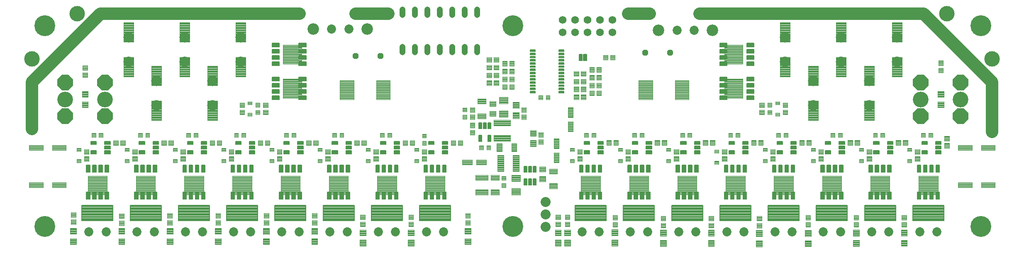
<source format=gts>
G75*
G70*
%OFA0B0*%
%FSLAX24Y24*%
%IPPOS*%
%LPD*%
%AMOC8*
5,1,8,0,0,1.08239X$1,22.5*
%
%ADD10C,0.1000*%
%ADD11C,0.0080*%
%ADD12C,0.0043*%
%ADD13C,0.0048*%
%ADD14C,0.1674*%
%ADD15C,0.0729*%
%ADD16C,0.0049*%
%ADD17C,0.0049*%
%ADD18C,0.0926*%
%ADD19C,0.0059*%
%ADD20C,0.0050*%
%ADD21C,0.0045*%
%ADD22C,0.0046*%
%ADD23C,0.0620*%
%ADD24OC8,0.0474*%
%ADD25C,0.1261*%
%ADD26OC8,0.1241*%
%ADD27C,0.0046*%
%ADD28C,0.0050*%
%ADD29C,0.0050*%
%ADD30C,0.0044*%
%ADD31C,0.0800*%
%ADD32C,0.0042*%
%ADD33C,0.0847*%
%ADD34C,0.0474*%
%ADD35C,0.0050*%
%ADD36C,0.1241*%
D10*
X003765Y012515D02*
X003765Y016265D01*
X009265Y021765D01*
X025265Y021765D01*
X029765Y021765D02*
X032390Y021765D01*
X051640Y021765D02*
X053390Y021765D01*
X057390Y021765D02*
X075390Y021765D01*
X080890Y016265D01*
X080890Y012265D01*
D11*
X077015Y006390D02*
X074515Y006390D01*
X074515Y005140D01*
X077015Y005140D01*
X077015Y006390D01*
X077015Y006344D02*
X074515Y006344D01*
X074515Y006266D02*
X077015Y006266D01*
X077015Y006187D02*
X074515Y006187D01*
X074515Y006109D02*
X077015Y006109D01*
X077015Y006030D02*
X074515Y006030D01*
X074515Y005952D02*
X077015Y005952D01*
X077015Y005873D02*
X074515Y005873D01*
X074515Y005795D02*
X077015Y005795D01*
X077015Y005716D02*
X074515Y005716D01*
X074515Y005638D02*
X077015Y005638D01*
X077015Y005559D02*
X074515Y005559D01*
X074515Y005481D02*
X077015Y005481D01*
X077015Y005402D02*
X074515Y005402D01*
X074515Y005324D02*
X077015Y005324D01*
X077015Y005245D02*
X074515Y005245D01*
X074515Y005167D02*
X077015Y005167D01*
X073140Y005167D02*
X070640Y005167D01*
X070640Y005140D02*
X070640Y006390D01*
X073140Y006390D01*
X073140Y005140D01*
X070640Y005140D01*
X070640Y005245D02*
X073140Y005245D01*
X073140Y005324D02*
X070640Y005324D01*
X070640Y005402D02*
X073140Y005402D01*
X073140Y005481D02*
X070640Y005481D01*
X070640Y005559D02*
X073140Y005559D01*
X073140Y005638D02*
X070640Y005638D01*
X070640Y005716D02*
X073140Y005716D01*
X073140Y005795D02*
X070640Y005795D01*
X070640Y005873D02*
X073140Y005873D01*
X073140Y005952D02*
X070640Y005952D01*
X070640Y006030D02*
X073140Y006030D01*
X073140Y006109D02*
X070640Y006109D01*
X070640Y006187D02*
X073140Y006187D01*
X073140Y006266D02*
X070640Y006266D01*
X070640Y006344D02*
X073140Y006344D01*
X069265Y006344D02*
X066765Y006344D01*
X066765Y006390D02*
X066765Y005140D01*
X069265Y005140D01*
X069265Y006390D01*
X066765Y006390D01*
X066765Y006266D02*
X069265Y006266D01*
X069265Y006187D02*
X066765Y006187D01*
X066765Y006109D02*
X069265Y006109D01*
X069265Y006030D02*
X066765Y006030D01*
X066765Y005952D02*
X069265Y005952D01*
X069265Y005873D02*
X066765Y005873D01*
X066765Y005795D02*
X069265Y005795D01*
X069265Y005716D02*
X066765Y005716D01*
X066765Y005638D02*
X069265Y005638D01*
X069265Y005559D02*
X066765Y005559D01*
X066765Y005481D02*
X069265Y005481D01*
X069265Y005402D02*
X066765Y005402D01*
X066765Y005324D02*
X069265Y005324D01*
X069265Y005245D02*
X066765Y005245D01*
X066765Y005167D02*
X069265Y005167D01*
X065390Y005167D02*
X062890Y005167D01*
X062890Y005140D02*
X062890Y006390D01*
X065390Y006390D01*
X065390Y005140D01*
X062890Y005140D01*
X062890Y005245D02*
X065390Y005245D01*
X065390Y005324D02*
X062890Y005324D01*
X062890Y005402D02*
X065390Y005402D01*
X065390Y005481D02*
X062890Y005481D01*
X062890Y005559D02*
X065390Y005559D01*
X065390Y005638D02*
X062890Y005638D01*
X062890Y005716D02*
X065390Y005716D01*
X065390Y005795D02*
X062890Y005795D01*
X062890Y005873D02*
X065390Y005873D01*
X065390Y005952D02*
X062890Y005952D01*
X062890Y006030D02*
X065390Y006030D01*
X065390Y006109D02*
X062890Y006109D01*
X062890Y006187D02*
X065390Y006187D01*
X065390Y006266D02*
X062890Y006266D01*
X062890Y006344D02*
X065390Y006344D01*
X061515Y006344D02*
X059015Y006344D01*
X059015Y006390D02*
X059015Y005140D01*
X061515Y005140D01*
X061515Y006390D01*
X059015Y006390D01*
X059015Y006266D02*
X061515Y006266D01*
X061515Y006187D02*
X059015Y006187D01*
X059015Y006109D02*
X061515Y006109D01*
X061515Y006030D02*
X059015Y006030D01*
X059015Y005952D02*
X061515Y005952D01*
X061515Y005873D02*
X059015Y005873D01*
X059015Y005795D02*
X061515Y005795D01*
X061515Y005716D02*
X059015Y005716D01*
X059015Y005638D02*
X061515Y005638D01*
X061515Y005559D02*
X059015Y005559D01*
X059015Y005481D02*
X061515Y005481D01*
X061515Y005402D02*
X059015Y005402D01*
X059015Y005324D02*
X061515Y005324D01*
X061515Y005245D02*
X059015Y005245D01*
X059015Y005167D02*
X061515Y005167D01*
X057640Y005167D02*
X055140Y005167D01*
X055140Y005140D02*
X055140Y006390D01*
X057640Y006390D01*
X057640Y005140D01*
X055140Y005140D01*
X055140Y005245D02*
X057640Y005245D01*
X057640Y005324D02*
X055140Y005324D01*
X055140Y005402D02*
X057640Y005402D01*
X057640Y005481D02*
X055140Y005481D01*
X055140Y005559D02*
X057640Y005559D01*
X057640Y005638D02*
X055140Y005638D01*
X055140Y005716D02*
X057640Y005716D01*
X057640Y005795D02*
X055140Y005795D01*
X055140Y005873D02*
X057640Y005873D01*
X057640Y005952D02*
X055140Y005952D01*
X055140Y006030D02*
X057640Y006030D01*
X057640Y006109D02*
X055140Y006109D01*
X055140Y006187D02*
X057640Y006187D01*
X057640Y006266D02*
X055140Y006266D01*
X055140Y006344D02*
X057640Y006344D01*
X053765Y006344D02*
X051265Y006344D01*
X051265Y006390D02*
X051265Y005140D01*
X053765Y005140D01*
X053765Y006390D01*
X051265Y006390D01*
X051265Y006266D02*
X053765Y006266D01*
X053765Y006187D02*
X051265Y006187D01*
X051265Y006109D02*
X053765Y006109D01*
X053765Y006030D02*
X051265Y006030D01*
X051265Y005952D02*
X053765Y005952D01*
X053765Y005873D02*
X051265Y005873D01*
X051265Y005795D02*
X053765Y005795D01*
X053765Y005716D02*
X051265Y005716D01*
X051265Y005638D02*
X053765Y005638D01*
X053765Y005559D02*
X051265Y005559D01*
X051265Y005481D02*
X053765Y005481D01*
X053765Y005402D02*
X051265Y005402D01*
X051265Y005324D02*
X053765Y005324D01*
X053765Y005245D02*
X051265Y005245D01*
X051265Y005167D02*
X053765Y005167D01*
X049890Y005167D02*
X047390Y005167D01*
X047390Y005140D02*
X047390Y006390D01*
X049890Y006390D01*
X049890Y005140D01*
X047390Y005140D01*
X047390Y005245D02*
X049890Y005245D01*
X049890Y005324D02*
X047390Y005324D01*
X047390Y005402D02*
X049890Y005402D01*
X049890Y005481D02*
X047390Y005481D01*
X047390Y005559D02*
X049890Y005559D01*
X049890Y005638D02*
X047390Y005638D01*
X047390Y005716D02*
X049890Y005716D01*
X049890Y005795D02*
X047390Y005795D01*
X047390Y005873D02*
X049890Y005873D01*
X049890Y005952D02*
X047390Y005952D01*
X047390Y006030D02*
X049890Y006030D01*
X049890Y006109D02*
X047390Y006109D01*
X047390Y006187D02*
X049890Y006187D01*
X049890Y006266D02*
X047390Y006266D01*
X047390Y006344D02*
X049890Y006344D01*
X037390Y006344D02*
X034890Y006344D01*
X034890Y006390D02*
X034890Y005140D01*
X037390Y005140D01*
X037390Y006390D01*
X034890Y006390D01*
X034890Y006266D02*
X037390Y006266D01*
X037390Y006187D02*
X034890Y006187D01*
X034890Y006109D02*
X037390Y006109D01*
X037390Y006030D02*
X034890Y006030D01*
X034890Y005952D02*
X037390Y005952D01*
X037390Y005873D02*
X034890Y005873D01*
X034890Y005795D02*
X037390Y005795D01*
X037390Y005716D02*
X034890Y005716D01*
X034890Y005638D02*
X037390Y005638D01*
X037390Y005559D02*
X034890Y005559D01*
X034890Y005481D02*
X037390Y005481D01*
X037390Y005402D02*
X034890Y005402D01*
X034890Y005324D02*
X037390Y005324D01*
X037390Y005245D02*
X034890Y005245D01*
X034890Y005167D02*
X037390Y005167D01*
X033515Y005167D02*
X031015Y005167D01*
X031015Y005140D02*
X031015Y006390D01*
X033515Y006390D01*
X033515Y005140D01*
X031015Y005140D01*
X031015Y005245D02*
X033515Y005245D01*
X033515Y005324D02*
X031015Y005324D01*
X031015Y005402D02*
X033515Y005402D01*
X033515Y005481D02*
X031015Y005481D01*
X031015Y005559D02*
X033515Y005559D01*
X033515Y005638D02*
X031015Y005638D01*
X031015Y005716D02*
X033515Y005716D01*
X033515Y005795D02*
X031015Y005795D01*
X031015Y005873D02*
X033515Y005873D01*
X033515Y005952D02*
X031015Y005952D01*
X031015Y006030D02*
X033515Y006030D01*
X033515Y006109D02*
X031015Y006109D01*
X031015Y006187D02*
X033515Y006187D01*
X033515Y006266D02*
X031015Y006266D01*
X031015Y006344D02*
X033515Y006344D01*
X029640Y006344D02*
X027140Y006344D01*
X027140Y006390D02*
X027140Y005140D01*
X029640Y005140D01*
X029640Y006390D01*
X027140Y006390D01*
X027140Y006266D02*
X029640Y006266D01*
X029640Y006187D02*
X027140Y006187D01*
X027140Y006109D02*
X029640Y006109D01*
X029640Y006030D02*
X027140Y006030D01*
X027140Y005952D02*
X029640Y005952D01*
X029640Y005873D02*
X027140Y005873D01*
X027140Y005795D02*
X029640Y005795D01*
X029640Y005716D02*
X027140Y005716D01*
X027140Y005638D02*
X029640Y005638D01*
X029640Y005559D02*
X027140Y005559D01*
X027140Y005481D02*
X029640Y005481D01*
X029640Y005402D02*
X027140Y005402D01*
X027140Y005324D02*
X029640Y005324D01*
X029640Y005245D02*
X027140Y005245D01*
X027140Y005167D02*
X029640Y005167D01*
X025765Y005167D02*
X023265Y005167D01*
X023265Y005140D02*
X023265Y006390D01*
X025765Y006390D01*
X025765Y005140D01*
X023265Y005140D01*
X023265Y005245D02*
X025765Y005245D01*
X025765Y005324D02*
X023265Y005324D01*
X023265Y005402D02*
X025765Y005402D01*
X025765Y005481D02*
X023265Y005481D01*
X023265Y005559D02*
X025765Y005559D01*
X025765Y005638D02*
X023265Y005638D01*
X023265Y005716D02*
X025765Y005716D01*
X025765Y005795D02*
X023265Y005795D01*
X023265Y005873D02*
X025765Y005873D01*
X025765Y005952D02*
X023265Y005952D01*
X023265Y006030D02*
X025765Y006030D01*
X025765Y006109D02*
X023265Y006109D01*
X023265Y006187D02*
X025765Y006187D01*
X025765Y006266D02*
X023265Y006266D01*
X023265Y006344D02*
X025765Y006344D01*
X021890Y006344D02*
X019390Y006344D01*
X019390Y006390D02*
X019390Y005140D01*
X021890Y005140D01*
X021890Y006390D01*
X019390Y006390D01*
X019390Y006266D02*
X021890Y006266D01*
X021890Y006187D02*
X019390Y006187D01*
X019390Y006109D02*
X021890Y006109D01*
X021890Y006030D02*
X019390Y006030D01*
X019390Y005952D02*
X021890Y005952D01*
X021890Y005873D02*
X019390Y005873D01*
X019390Y005795D02*
X021890Y005795D01*
X021890Y005716D02*
X019390Y005716D01*
X019390Y005638D02*
X021890Y005638D01*
X021890Y005559D02*
X019390Y005559D01*
X019390Y005481D02*
X021890Y005481D01*
X021890Y005402D02*
X019390Y005402D01*
X019390Y005324D02*
X021890Y005324D01*
X021890Y005245D02*
X019390Y005245D01*
X019390Y005167D02*
X021890Y005167D01*
X018015Y005167D02*
X015515Y005167D01*
X015515Y005140D02*
X015515Y006390D01*
X018015Y006390D01*
X018015Y005140D01*
X015515Y005140D01*
X015515Y005245D02*
X018015Y005245D01*
X018015Y005324D02*
X015515Y005324D01*
X015515Y005402D02*
X018015Y005402D01*
X018015Y005481D02*
X015515Y005481D01*
X015515Y005559D02*
X018015Y005559D01*
X018015Y005638D02*
X015515Y005638D01*
X015515Y005716D02*
X018015Y005716D01*
X018015Y005795D02*
X015515Y005795D01*
X015515Y005873D02*
X018015Y005873D01*
X018015Y005952D02*
X015515Y005952D01*
X015515Y006030D02*
X018015Y006030D01*
X018015Y006109D02*
X015515Y006109D01*
X015515Y006187D02*
X018015Y006187D01*
X018015Y006266D02*
X015515Y006266D01*
X015515Y006344D02*
X018015Y006344D01*
X014140Y006344D02*
X011640Y006344D01*
X011640Y006390D02*
X011640Y005140D01*
X014140Y005140D01*
X014140Y006390D01*
X011640Y006390D01*
X011640Y006266D02*
X014140Y006266D01*
X014140Y006187D02*
X011640Y006187D01*
X011640Y006109D02*
X014140Y006109D01*
X014140Y006030D02*
X011640Y006030D01*
X011640Y005952D02*
X014140Y005952D01*
X014140Y005873D02*
X011640Y005873D01*
X011640Y005795D02*
X014140Y005795D01*
X014140Y005716D02*
X011640Y005716D01*
X011640Y005638D02*
X014140Y005638D01*
X014140Y005559D02*
X011640Y005559D01*
X011640Y005481D02*
X014140Y005481D01*
X014140Y005402D02*
X011640Y005402D01*
X011640Y005324D02*
X014140Y005324D01*
X014140Y005245D02*
X011640Y005245D01*
X011640Y005167D02*
X014140Y005167D01*
X010265Y005167D02*
X007765Y005167D01*
X007765Y005140D02*
X007765Y006390D01*
X010265Y006390D01*
X010265Y005140D01*
X007765Y005140D01*
X007765Y005245D02*
X010265Y005245D01*
X010265Y005324D02*
X007765Y005324D01*
X007765Y005402D02*
X010265Y005402D01*
X010265Y005481D02*
X007765Y005481D01*
X007765Y005559D02*
X010265Y005559D01*
X010265Y005638D02*
X007765Y005638D01*
X007765Y005716D02*
X010265Y005716D01*
X010265Y005795D02*
X007765Y005795D01*
X007765Y005873D02*
X010265Y005873D01*
X010265Y005952D02*
X007765Y005952D01*
X007765Y006030D02*
X010265Y006030D01*
X010265Y006109D02*
X007765Y006109D01*
X007765Y006187D02*
X010265Y006187D01*
X010265Y006266D02*
X007765Y006266D01*
X007765Y006344D02*
X010265Y006344D01*
D12*
X007324Y003232D02*
X006834Y003232D01*
X006834Y003722D01*
X007324Y003722D01*
X007324Y003232D01*
X007324Y003274D02*
X006834Y003274D01*
X006834Y003316D02*
X007324Y003316D01*
X007324Y003358D02*
X006834Y003358D01*
X006834Y003400D02*
X007324Y003400D01*
X007324Y003442D02*
X006834Y003442D01*
X006834Y003484D02*
X007324Y003484D01*
X007324Y003526D02*
X006834Y003526D01*
X006834Y003568D02*
X007324Y003568D01*
X007324Y003610D02*
X006834Y003610D01*
X006834Y003652D02*
X007324Y003652D01*
X007324Y003694D02*
X006834Y003694D01*
X006834Y004058D02*
X007324Y004058D01*
X006834Y004058D02*
X006834Y004548D01*
X007324Y004548D01*
X007324Y004058D01*
X007324Y004100D02*
X006834Y004100D01*
X006834Y004142D02*
X007324Y004142D01*
X007324Y004184D02*
X006834Y004184D01*
X006834Y004226D02*
X007324Y004226D01*
X007324Y004268D02*
X006834Y004268D01*
X006834Y004310D02*
X007324Y004310D01*
X007324Y004352D02*
X006834Y004352D01*
X006834Y004394D02*
X007324Y004394D01*
X007324Y004436D02*
X006834Y004436D01*
X006834Y004478D02*
X007324Y004478D01*
X007324Y004520D02*
X006834Y004520D01*
X010709Y004058D02*
X011199Y004058D01*
X010709Y004058D02*
X010709Y004548D01*
X011199Y004548D01*
X011199Y004058D01*
X011199Y004100D02*
X010709Y004100D01*
X010709Y004142D02*
X011199Y004142D01*
X011199Y004184D02*
X010709Y004184D01*
X010709Y004226D02*
X011199Y004226D01*
X011199Y004268D02*
X010709Y004268D01*
X010709Y004310D02*
X011199Y004310D01*
X011199Y004352D02*
X010709Y004352D01*
X010709Y004394D02*
X011199Y004394D01*
X011199Y004436D02*
X010709Y004436D01*
X010709Y004478D02*
X011199Y004478D01*
X011199Y004520D02*
X010709Y004520D01*
X010709Y003232D02*
X011199Y003232D01*
X010709Y003232D02*
X010709Y003722D01*
X011199Y003722D01*
X011199Y003232D01*
X011199Y003274D02*
X010709Y003274D01*
X010709Y003316D02*
X011199Y003316D01*
X011199Y003358D02*
X010709Y003358D01*
X010709Y003400D02*
X011199Y003400D01*
X011199Y003442D02*
X010709Y003442D01*
X010709Y003484D02*
X011199Y003484D01*
X011199Y003526D02*
X010709Y003526D01*
X010709Y003568D02*
X011199Y003568D01*
X011199Y003610D02*
X010709Y003610D01*
X010709Y003652D02*
X011199Y003652D01*
X011199Y003694D02*
X010709Y003694D01*
X014581Y003232D02*
X015071Y003232D01*
X014581Y003232D02*
X014581Y003722D01*
X015071Y003722D01*
X015071Y003232D01*
X015071Y003274D02*
X014581Y003274D01*
X014581Y003316D02*
X015071Y003316D01*
X015071Y003358D02*
X014581Y003358D01*
X014581Y003400D02*
X015071Y003400D01*
X015071Y003442D02*
X014581Y003442D01*
X014581Y003484D02*
X015071Y003484D01*
X015071Y003526D02*
X014581Y003526D01*
X014581Y003568D02*
X015071Y003568D01*
X015071Y003610D02*
X014581Y003610D01*
X014581Y003652D02*
X015071Y003652D01*
X015071Y003694D02*
X014581Y003694D01*
X014581Y004058D02*
X015071Y004058D01*
X014581Y004058D02*
X014581Y004548D01*
X015071Y004548D01*
X015071Y004058D01*
X015071Y004100D02*
X014581Y004100D01*
X014581Y004142D02*
X015071Y004142D01*
X015071Y004184D02*
X014581Y004184D01*
X014581Y004226D02*
X015071Y004226D01*
X015071Y004268D02*
X014581Y004268D01*
X014581Y004310D02*
X015071Y004310D01*
X015071Y004352D02*
X014581Y004352D01*
X014581Y004394D02*
X015071Y004394D01*
X015071Y004436D02*
X014581Y004436D01*
X014581Y004478D02*
X015071Y004478D01*
X015071Y004520D02*
X014581Y004520D01*
X018456Y004058D02*
X018946Y004058D01*
X018456Y004058D02*
X018456Y004548D01*
X018946Y004548D01*
X018946Y004058D01*
X018946Y004100D02*
X018456Y004100D01*
X018456Y004142D02*
X018946Y004142D01*
X018946Y004184D02*
X018456Y004184D01*
X018456Y004226D02*
X018946Y004226D01*
X018946Y004268D02*
X018456Y004268D01*
X018456Y004310D02*
X018946Y004310D01*
X018946Y004352D02*
X018456Y004352D01*
X018456Y004394D02*
X018946Y004394D01*
X018946Y004436D02*
X018456Y004436D01*
X018456Y004478D02*
X018946Y004478D01*
X018946Y004520D02*
X018456Y004520D01*
X018456Y003232D02*
X018946Y003232D01*
X018456Y003232D02*
X018456Y003722D01*
X018946Y003722D01*
X018946Y003232D01*
X018946Y003274D02*
X018456Y003274D01*
X018456Y003316D02*
X018946Y003316D01*
X018946Y003358D02*
X018456Y003358D01*
X018456Y003400D02*
X018946Y003400D01*
X018946Y003442D02*
X018456Y003442D01*
X018456Y003484D02*
X018946Y003484D01*
X018946Y003526D02*
X018456Y003526D01*
X018456Y003568D02*
X018946Y003568D01*
X018946Y003610D02*
X018456Y003610D01*
X018456Y003652D02*
X018946Y003652D01*
X018946Y003694D02*
X018456Y003694D01*
X022331Y003229D02*
X022821Y003229D01*
X022331Y003229D02*
X022331Y003719D01*
X022821Y003719D01*
X022821Y003229D01*
X022821Y003271D02*
X022331Y003271D01*
X022331Y003313D02*
X022821Y003313D01*
X022821Y003355D02*
X022331Y003355D01*
X022331Y003397D02*
X022821Y003397D01*
X022821Y003439D02*
X022331Y003439D01*
X022331Y003481D02*
X022821Y003481D01*
X022821Y003523D02*
X022331Y003523D01*
X022331Y003565D02*
X022821Y003565D01*
X022821Y003607D02*
X022331Y003607D01*
X022331Y003649D02*
X022821Y003649D01*
X022821Y003691D02*
X022331Y003691D01*
X022331Y004056D02*
X022821Y004056D01*
X022331Y004056D02*
X022331Y004546D01*
X022821Y004546D01*
X022821Y004056D01*
X022821Y004098D02*
X022331Y004098D01*
X022331Y004140D02*
X022821Y004140D01*
X022821Y004182D02*
X022331Y004182D01*
X022331Y004224D02*
X022821Y004224D01*
X022821Y004266D02*
X022331Y004266D01*
X022331Y004308D02*
X022821Y004308D01*
X022821Y004350D02*
X022331Y004350D01*
X022331Y004392D02*
X022821Y004392D01*
X022821Y004434D02*
X022331Y004434D01*
X022331Y004476D02*
X022821Y004476D01*
X022821Y004518D02*
X022331Y004518D01*
X026206Y004056D02*
X026696Y004056D01*
X026206Y004056D02*
X026206Y004546D01*
X026696Y004546D01*
X026696Y004056D01*
X026696Y004098D02*
X026206Y004098D01*
X026206Y004140D02*
X026696Y004140D01*
X026696Y004182D02*
X026206Y004182D01*
X026206Y004224D02*
X026696Y004224D01*
X026696Y004266D02*
X026206Y004266D01*
X026206Y004308D02*
X026696Y004308D01*
X026696Y004350D02*
X026206Y004350D01*
X026206Y004392D02*
X026696Y004392D01*
X026696Y004434D02*
X026206Y004434D01*
X026206Y004476D02*
X026696Y004476D01*
X026696Y004518D02*
X026206Y004518D01*
X026206Y003229D02*
X026696Y003229D01*
X026206Y003229D02*
X026206Y003719D01*
X026696Y003719D01*
X026696Y003229D01*
X026696Y003271D02*
X026206Y003271D01*
X026206Y003313D02*
X026696Y003313D01*
X026696Y003355D02*
X026206Y003355D01*
X026206Y003397D02*
X026696Y003397D01*
X026696Y003439D02*
X026206Y003439D01*
X026206Y003481D02*
X026696Y003481D01*
X026696Y003523D02*
X026206Y003523D01*
X026206Y003565D02*
X026696Y003565D01*
X026696Y003607D02*
X026206Y003607D01*
X026206Y003649D02*
X026696Y003649D01*
X026696Y003691D02*
X026206Y003691D01*
X030081Y003107D02*
X030571Y003107D01*
X030081Y003107D02*
X030081Y003597D01*
X030571Y003597D01*
X030571Y003107D01*
X030571Y003149D02*
X030081Y003149D01*
X030081Y003191D02*
X030571Y003191D01*
X030571Y003233D02*
X030081Y003233D01*
X030081Y003275D02*
X030571Y003275D01*
X030571Y003317D02*
X030081Y003317D01*
X030081Y003359D02*
X030571Y003359D01*
X030571Y003401D02*
X030081Y003401D01*
X030081Y003443D02*
X030571Y003443D01*
X030571Y003485D02*
X030081Y003485D01*
X030081Y003527D02*
X030571Y003527D01*
X030571Y003569D02*
X030081Y003569D01*
X030081Y003933D02*
X030571Y003933D01*
X030081Y003933D02*
X030081Y004423D01*
X030571Y004423D01*
X030571Y003933D01*
X030571Y003975D02*
X030081Y003975D01*
X030081Y004017D02*
X030571Y004017D01*
X030571Y004059D02*
X030081Y004059D01*
X030081Y004101D02*
X030571Y004101D01*
X030571Y004143D02*
X030081Y004143D01*
X030081Y004185D02*
X030571Y004185D01*
X030571Y004227D02*
X030081Y004227D01*
X030081Y004269D02*
X030571Y004269D01*
X030571Y004311D02*
X030081Y004311D01*
X030081Y004353D02*
X030571Y004353D01*
X030571Y004395D02*
X030081Y004395D01*
X033956Y003933D02*
X034446Y003933D01*
X033956Y003933D02*
X033956Y004423D01*
X034446Y004423D01*
X034446Y003933D01*
X034446Y003975D02*
X033956Y003975D01*
X033956Y004017D02*
X034446Y004017D01*
X034446Y004059D02*
X033956Y004059D01*
X033956Y004101D02*
X034446Y004101D01*
X034446Y004143D02*
X033956Y004143D01*
X033956Y004185D02*
X034446Y004185D01*
X034446Y004227D02*
X033956Y004227D01*
X033956Y004269D02*
X034446Y004269D01*
X034446Y004311D02*
X033956Y004311D01*
X033956Y004353D02*
X034446Y004353D01*
X034446Y004395D02*
X033956Y004395D01*
X033956Y003107D02*
X034446Y003107D01*
X033956Y003107D02*
X033956Y003597D01*
X034446Y003597D01*
X034446Y003107D01*
X034446Y003149D02*
X033956Y003149D01*
X033956Y003191D02*
X034446Y003191D01*
X034446Y003233D02*
X033956Y003233D01*
X033956Y003275D02*
X034446Y003275D01*
X034446Y003317D02*
X033956Y003317D01*
X033956Y003359D02*
X034446Y003359D01*
X034446Y003401D02*
X033956Y003401D01*
X033956Y003443D02*
X034446Y003443D01*
X034446Y003485D02*
X033956Y003485D01*
X033956Y003527D02*
X034446Y003527D01*
X034446Y003569D02*
X033956Y003569D01*
X038520Y003232D02*
X039010Y003232D01*
X038520Y003232D02*
X038520Y003722D01*
X039010Y003722D01*
X039010Y003232D01*
X039010Y003274D02*
X038520Y003274D01*
X038520Y003316D02*
X039010Y003316D01*
X039010Y003358D02*
X038520Y003358D01*
X038520Y003400D02*
X039010Y003400D01*
X039010Y003442D02*
X038520Y003442D01*
X038520Y003484D02*
X039010Y003484D01*
X039010Y003526D02*
X038520Y003526D01*
X038520Y003568D02*
X039010Y003568D01*
X039010Y003610D02*
X038520Y003610D01*
X038520Y003652D02*
X039010Y003652D01*
X039010Y003694D02*
X038520Y003694D01*
X038520Y004058D02*
X039010Y004058D01*
X038520Y004058D02*
X038520Y004548D01*
X039010Y004548D01*
X039010Y004058D01*
X039010Y004100D02*
X038520Y004100D01*
X038520Y004142D02*
X039010Y004142D01*
X039010Y004184D02*
X038520Y004184D01*
X038520Y004226D02*
X039010Y004226D01*
X039010Y004268D02*
X038520Y004268D01*
X038520Y004310D02*
X039010Y004310D01*
X039010Y004352D02*
X038520Y004352D01*
X038520Y004394D02*
X039010Y004394D01*
X039010Y004436D02*
X038520Y004436D01*
X038520Y004478D02*
X039010Y004478D01*
X039010Y004520D02*
X038520Y004520D01*
X045770Y003933D02*
X046260Y003933D01*
X045770Y003933D02*
X045770Y004423D01*
X046260Y004423D01*
X046260Y003933D01*
X046260Y003975D02*
X045770Y003975D01*
X045770Y004017D02*
X046260Y004017D01*
X046260Y004059D02*
X045770Y004059D01*
X045770Y004101D02*
X046260Y004101D01*
X046260Y004143D02*
X045770Y004143D01*
X045770Y004185D02*
X046260Y004185D01*
X046260Y004227D02*
X045770Y004227D01*
X045770Y004269D02*
X046260Y004269D01*
X046260Y004311D02*
X045770Y004311D01*
X045770Y004353D02*
X046260Y004353D01*
X046260Y004395D02*
X045770Y004395D01*
X046520Y003933D02*
X047010Y003933D01*
X046520Y003933D02*
X046520Y004423D01*
X047010Y004423D01*
X047010Y003933D01*
X047010Y003975D02*
X046520Y003975D01*
X046520Y004017D02*
X047010Y004017D01*
X047010Y004059D02*
X046520Y004059D01*
X046520Y004101D02*
X047010Y004101D01*
X047010Y004143D02*
X046520Y004143D01*
X046520Y004185D02*
X047010Y004185D01*
X047010Y004227D02*
X046520Y004227D01*
X046520Y004269D02*
X047010Y004269D01*
X047010Y004311D02*
X046520Y004311D01*
X046520Y004353D02*
X047010Y004353D01*
X047010Y004395D02*
X046520Y004395D01*
X046520Y003107D02*
X047010Y003107D01*
X046520Y003107D02*
X046520Y003597D01*
X047010Y003597D01*
X047010Y003107D01*
X047010Y003149D02*
X046520Y003149D01*
X046520Y003191D02*
X047010Y003191D01*
X047010Y003233D02*
X046520Y003233D01*
X046520Y003275D02*
X047010Y003275D01*
X047010Y003317D02*
X046520Y003317D01*
X046520Y003359D02*
X047010Y003359D01*
X047010Y003401D02*
X046520Y003401D01*
X046520Y003443D02*
X047010Y003443D01*
X047010Y003485D02*
X046520Y003485D01*
X046520Y003527D02*
X047010Y003527D01*
X047010Y003569D02*
X046520Y003569D01*
X046260Y003107D02*
X045770Y003107D01*
X045770Y003597D01*
X046260Y003597D01*
X046260Y003107D01*
X046260Y003149D02*
X045770Y003149D01*
X045770Y003191D02*
X046260Y003191D01*
X046260Y003233D02*
X045770Y003233D01*
X045770Y003275D02*
X046260Y003275D01*
X046260Y003317D02*
X045770Y003317D01*
X045770Y003359D02*
X046260Y003359D01*
X046260Y003401D02*
X045770Y003401D01*
X045770Y003443D02*
X046260Y003443D01*
X046260Y003485D02*
X045770Y003485D01*
X045770Y003527D02*
X046260Y003527D01*
X046260Y003569D02*
X045770Y003569D01*
X050331Y003109D02*
X050821Y003109D01*
X050331Y003109D02*
X050331Y003599D01*
X050821Y003599D01*
X050821Y003109D01*
X050821Y003151D02*
X050331Y003151D01*
X050331Y003193D02*
X050821Y003193D01*
X050821Y003235D02*
X050331Y003235D01*
X050331Y003277D02*
X050821Y003277D01*
X050821Y003319D02*
X050331Y003319D01*
X050331Y003361D02*
X050821Y003361D01*
X050821Y003403D02*
X050331Y003403D01*
X050331Y003445D02*
X050821Y003445D01*
X050821Y003487D02*
X050331Y003487D01*
X050331Y003529D02*
X050821Y003529D01*
X050821Y003571D02*
X050331Y003571D01*
X050331Y003936D02*
X050821Y003936D01*
X050331Y003936D02*
X050331Y004426D01*
X050821Y004426D01*
X050821Y003936D01*
X050821Y003978D02*
X050331Y003978D01*
X050331Y004020D02*
X050821Y004020D01*
X050821Y004062D02*
X050331Y004062D01*
X050331Y004104D02*
X050821Y004104D01*
X050821Y004146D02*
X050331Y004146D01*
X050331Y004188D02*
X050821Y004188D01*
X050821Y004230D02*
X050331Y004230D01*
X050331Y004272D02*
X050821Y004272D01*
X050821Y004314D02*
X050331Y004314D01*
X050331Y004356D02*
X050821Y004356D01*
X050821Y004398D02*
X050331Y004398D01*
X054216Y003908D02*
X054706Y003908D01*
X054216Y003908D02*
X054216Y004398D01*
X054706Y004398D01*
X054706Y003908D01*
X054706Y003950D02*
X054216Y003950D01*
X054216Y003992D02*
X054706Y003992D01*
X054706Y004034D02*
X054216Y004034D01*
X054216Y004076D02*
X054706Y004076D01*
X054706Y004118D02*
X054216Y004118D01*
X054216Y004160D02*
X054706Y004160D01*
X054706Y004202D02*
X054216Y004202D01*
X054216Y004244D02*
X054706Y004244D01*
X054706Y004286D02*
X054216Y004286D01*
X054216Y004328D02*
X054706Y004328D01*
X054706Y004370D02*
X054216Y004370D01*
X054216Y003082D02*
X054706Y003082D01*
X054216Y003082D02*
X054216Y003572D01*
X054706Y003572D01*
X054706Y003082D01*
X054706Y003124D02*
X054216Y003124D01*
X054216Y003166D02*
X054706Y003166D01*
X054706Y003208D02*
X054216Y003208D01*
X054216Y003250D02*
X054706Y003250D01*
X054706Y003292D02*
X054216Y003292D01*
X054216Y003334D02*
X054706Y003334D01*
X054706Y003376D02*
X054216Y003376D01*
X054216Y003418D02*
X054706Y003418D01*
X054706Y003460D02*
X054216Y003460D01*
X054216Y003502D02*
X054706Y003502D01*
X054706Y003544D02*
X054216Y003544D01*
X058075Y003082D02*
X058565Y003082D01*
X058075Y003082D02*
X058075Y003572D01*
X058565Y003572D01*
X058565Y003082D01*
X058565Y003124D02*
X058075Y003124D01*
X058075Y003166D02*
X058565Y003166D01*
X058565Y003208D02*
X058075Y003208D01*
X058075Y003250D02*
X058565Y003250D01*
X058565Y003292D02*
X058075Y003292D01*
X058075Y003334D02*
X058565Y003334D01*
X058565Y003376D02*
X058075Y003376D01*
X058075Y003418D02*
X058565Y003418D01*
X058565Y003460D02*
X058075Y003460D01*
X058075Y003502D02*
X058565Y003502D01*
X058565Y003544D02*
X058075Y003544D01*
X058075Y003908D02*
X058565Y003908D01*
X058075Y003908D02*
X058075Y004398D01*
X058565Y004398D01*
X058565Y003908D01*
X058565Y003950D02*
X058075Y003950D01*
X058075Y003992D02*
X058565Y003992D01*
X058565Y004034D02*
X058075Y004034D01*
X058075Y004076D02*
X058565Y004076D01*
X058565Y004118D02*
X058075Y004118D01*
X058075Y004160D02*
X058565Y004160D01*
X058565Y004202D02*
X058075Y004202D01*
X058075Y004244D02*
X058565Y004244D01*
X058565Y004286D02*
X058075Y004286D01*
X058075Y004328D02*
X058565Y004328D01*
X058565Y004370D02*
X058075Y004370D01*
X061934Y003873D02*
X062424Y003873D01*
X061934Y003873D02*
X061934Y004363D01*
X062424Y004363D01*
X062424Y003873D01*
X062424Y003915D02*
X061934Y003915D01*
X061934Y003957D02*
X062424Y003957D01*
X062424Y003999D02*
X061934Y003999D01*
X061934Y004041D02*
X062424Y004041D01*
X062424Y004083D02*
X061934Y004083D01*
X061934Y004125D02*
X062424Y004125D01*
X062424Y004167D02*
X061934Y004167D01*
X061934Y004209D02*
X062424Y004209D01*
X062424Y004251D02*
X061934Y004251D01*
X061934Y004293D02*
X062424Y004293D01*
X062424Y004335D02*
X061934Y004335D01*
X061934Y003047D02*
X062424Y003047D01*
X061934Y003047D02*
X061934Y003537D01*
X062424Y003537D01*
X062424Y003047D01*
X062424Y003089D02*
X061934Y003089D01*
X061934Y003131D02*
X062424Y003131D01*
X062424Y003173D02*
X061934Y003173D01*
X061934Y003215D02*
X062424Y003215D01*
X062424Y003257D02*
X061934Y003257D01*
X061934Y003299D02*
X062424Y003299D01*
X062424Y003341D02*
X061934Y003341D01*
X061934Y003383D02*
X062424Y003383D01*
X062424Y003425D02*
X061934Y003425D01*
X061934Y003467D02*
X062424Y003467D01*
X062424Y003509D02*
X061934Y003509D01*
X065854Y003062D02*
X066344Y003062D01*
X065854Y003062D02*
X065854Y003552D01*
X066344Y003552D01*
X066344Y003062D01*
X066344Y003104D02*
X065854Y003104D01*
X065854Y003146D02*
X066344Y003146D01*
X066344Y003188D02*
X065854Y003188D01*
X065854Y003230D02*
X066344Y003230D01*
X066344Y003272D02*
X065854Y003272D01*
X065854Y003314D02*
X066344Y003314D01*
X066344Y003356D02*
X065854Y003356D01*
X065854Y003398D02*
X066344Y003398D01*
X066344Y003440D02*
X065854Y003440D01*
X065854Y003482D02*
X066344Y003482D01*
X066344Y003524D02*
X065854Y003524D01*
X065854Y003888D02*
X066344Y003888D01*
X065854Y003888D02*
X065854Y004378D01*
X066344Y004378D01*
X066344Y003888D01*
X066344Y003930D02*
X065854Y003930D01*
X065854Y003972D02*
X066344Y003972D01*
X066344Y004014D02*
X065854Y004014D01*
X065854Y004056D02*
X066344Y004056D01*
X066344Y004098D02*
X065854Y004098D01*
X065854Y004140D02*
X066344Y004140D01*
X066344Y004182D02*
X065854Y004182D01*
X065854Y004224D02*
X066344Y004224D01*
X066344Y004266D02*
X065854Y004266D01*
X065854Y004308D02*
X066344Y004308D01*
X066344Y004350D02*
X065854Y004350D01*
X069713Y003903D02*
X070203Y003903D01*
X069713Y003903D02*
X069713Y004393D01*
X070203Y004393D01*
X070203Y003903D01*
X070203Y003945D02*
X069713Y003945D01*
X069713Y003987D02*
X070203Y003987D01*
X070203Y004029D02*
X069713Y004029D01*
X069713Y004071D02*
X070203Y004071D01*
X070203Y004113D02*
X069713Y004113D01*
X069713Y004155D02*
X070203Y004155D01*
X070203Y004197D02*
X069713Y004197D01*
X069713Y004239D02*
X070203Y004239D01*
X070203Y004281D02*
X069713Y004281D01*
X069713Y004323D02*
X070203Y004323D01*
X070203Y004365D02*
X069713Y004365D01*
X069713Y003077D02*
X070203Y003077D01*
X069713Y003077D02*
X069713Y003567D01*
X070203Y003567D01*
X070203Y003077D01*
X070203Y003119D02*
X069713Y003119D01*
X069713Y003161D02*
X070203Y003161D01*
X070203Y003203D02*
X069713Y003203D01*
X069713Y003245D02*
X070203Y003245D01*
X070203Y003287D02*
X069713Y003287D01*
X069713Y003329D02*
X070203Y003329D01*
X070203Y003371D02*
X069713Y003371D01*
X069713Y003413D02*
X070203Y003413D01*
X070203Y003455D02*
X069713Y003455D01*
X069713Y003497D02*
X070203Y003497D01*
X070203Y003539D02*
X069713Y003539D01*
X073571Y003092D02*
X074061Y003092D01*
X073571Y003092D02*
X073571Y003582D01*
X074061Y003582D01*
X074061Y003092D01*
X074061Y003134D02*
X073571Y003134D01*
X073571Y003176D02*
X074061Y003176D01*
X074061Y003218D02*
X073571Y003218D01*
X073571Y003260D02*
X074061Y003260D01*
X074061Y003302D02*
X073571Y003302D01*
X073571Y003344D02*
X074061Y003344D01*
X074061Y003386D02*
X073571Y003386D01*
X073571Y003428D02*
X074061Y003428D01*
X074061Y003470D02*
X073571Y003470D01*
X073571Y003512D02*
X074061Y003512D01*
X074061Y003554D02*
X073571Y003554D01*
X073571Y003918D02*
X074061Y003918D01*
X073571Y003918D02*
X073571Y004408D01*
X074061Y004408D01*
X074061Y003918D01*
X074061Y003960D02*
X073571Y003960D01*
X073571Y004002D02*
X074061Y004002D01*
X074061Y004044D02*
X073571Y004044D01*
X073571Y004086D02*
X074061Y004086D01*
X074061Y004128D02*
X073571Y004128D01*
X073571Y004170D02*
X074061Y004170D01*
X074061Y004212D02*
X073571Y004212D01*
X073571Y004254D02*
X074061Y004254D01*
X074061Y004296D02*
X073571Y004296D01*
X073571Y004338D02*
X074061Y004338D01*
X074061Y004380D02*
X073571Y004380D01*
X044260Y011597D02*
X043770Y011597D01*
X044260Y011597D02*
X044260Y011107D01*
X043770Y011107D01*
X043770Y011597D01*
X043770Y011149D02*
X044260Y011149D01*
X044260Y011191D02*
X043770Y011191D01*
X043770Y011233D02*
X044260Y011233D01*
X044260Y011275D02*
X043770Y011275D01*
X043770Y011317D02*
X044260Y011317D01*
X044260Y011359D02*
X043770Y011359D01*
X043770Y011401D02*
X044260Y011401D01*
X044260Y011443D02*
X043770Y011443D01*
X043770Y011485D02*
X044260Y011485D01*
X044260Y011527D02*
X043770Y011527D01*
X043770Y011569D02*
X044260Y011569D01*
X044260Y012423D02*
X043770Y012423D01*
X044260Y012423D02*
X044260Y011933D01*
X043770Y011933D01*
X043770Y012423D01*
X043770Y011975D02*
X044260Y011975D01*
X044260Y012017D02*
X043770Y012017D01*
X043770Y012059D02*
X044260Y012059D01*
X044260Y012101D02*
X043770Y012101D01*
X043770Y012143D02*
X044260Y012143D01*
X044260Y012185D02*
X043770Y012185D01*
X043770Y012227D02*
X044260Y012227D01*
X044260Y012269D02*
X043770Y012269D01*
X043770Y012311D02*
X044260Y012311D01*
X044260Y012353D02*
X043770Y012353D01*
X043770Y012395D02*
X044260Y012395D01*
X040857Y012765D02*
X040857Y013255D01*
X042173Y013255D01*
X042173Y012765D01*
X040857Y012765D01*
X040857Y012807D02*
X042173Y012807D01*
X042173Y012849D02*
X040857Y012849D01*
X040857Y012891D02*
X042173Y012891D01*
X042173Y012933D02*
X040857Y012933D01*
X040857Y012975D02*
X042173Y012975D01*
X042173Y013017D02*
X040857Y013017D01*
X040857Y013059D02*
X042173Y013059D01*
X042173Y013101D02*
X040857Y013101D01*
X040857Y013143D02*
X042173Y013143D01*
X042173Y013185D02*
X040857Y013185D01*
X040857Y013227D02*
X042173Y013227D01*
X042395Y013847D02*
X042885Y013847D01*
X042885Y013357D01*
X042395Y013357D01*
X042395Y013847D01*
X042395Y013399D02*
X042885Y013399D01*
X042885Y013441D02*
X042395Y013441D01*
X042395Y013483D02*
X042885Y013483D01*
X042885Y013525D02*
X042395Y013525D01*
X042395Y013567D02*
X042885Y013567D01*
X042885Y013609D02*
X042395Y013609D01*
X042395Y013651D02*
X042885Y013651D01*
X042885Y013693D02*
X042395Y013693D01*
X042395Y013735D02*
X042885Y013735D01*
X042885Y013777D02*
X042395Y013777D01*
X042395Y013819D02*
X042885Y013819D01*
X042885Y014673D02*
X042395Y014673D01*
X042885Y014673D02*
X042885Y014183D01*
X042395Y014183D01*
X042395Y014673D01*
X042395Y014225D02*
X042885Y014225D01*
X042885Y014267D02*
X042395Y014267D01*
X042395Y014309D02*
X042885Y014309D01*
X042885Y014351D02*
X042395Y014351D01*
X042395Y014393D02*
X042885Y014393D01*
X042885Y014435D02*
X042395Y014435D01*
X042395Y014477D02*
X042885Y014477D01*
X042885Y014519D02*
X042395Y014519D01*
X042395Y014561D02*
X042885Y014561D01*
X042885Y014603D02*
X042395Y014603D01*
X042395Y014645D02*
X042885Y014645D01*
X040857Y012015D02*
X040857Y011525D01*
X040857Y012015D02*
X042173Y012015D01*
X042173Y011525D01*
X040857Y011525D01*
X040857Y011567D02*
X042173Y011567D01*
X042173Y011609D02*
X040857Y011609D01*
X040857Y011651D02*
X042173Y011651D01*
X042173Y011693D02*
X040857Y011693D01*
X040857Y011735D02*
X042173Y011735D01*
X042173Y011777D02*
X040857Y011777D01*
X040857Y011819D02*
X042173Y011819D01*
X042173Y011861D02*
X040857Y011861D01*
X040857Y011903D02*
X042173Y011903D01*
X042173Y011945D02*
X040857Y011945D01*
X040857Y011987D02*
X042173Y011987D01*
X042390Y009107D02*
X042880Y009107D01*
X042390Y009107D02*
X042390Y010423D01*
X042880Y010423D01*
X042880Y009107D01*
X042880Y009149D02*
X042390Y009149D01*
X042390Y009191D02*
X042880Y009191D01*
X042880Y009233D02*
X042390Y009233D01*
X042390Y009275D02*
X042880Y009275D01*
X042880Y009317D02*
X042390Y009317D01*
X042390Y009359D02*
X042880Y009359D01*
X042880Y009401D02*
X042390Y009401D01*
X042390Y009443D02*
X042880Y009443D01*
X042880Y009485D02*
X042390Y009485D01*
X042390Y009527D02*
X042880Y009527D01*
X042880Y009569D02*
X042390Y009569D01*
X042390Y009611D02*
X042880Y009611D01*
X042880Y009653D02*
X042390Y009653D01*
X042390Y009695D02*
X042880Y009695D01*
X042880Y009737D02*
X042390Y009737D01*
X042390Y009779D02*
X042880Y009779D01*
X042880Y009821D02*
X042390Y009821D01*
X042390Y009863D02*
X042880Y009863D01*
X042880Y009905D02*
X042390Y009905D01*
X042390Y009947D02*
X042880Y009947D01*
X042880Y009989D02*
X042390Y009989D01*
X042390Y010031D02*
X042880Y010031D01*
X042880Y010073D02*
X042390Y010073D01*
X042390Y010115D02*
X042880Y010115D01*
X042880Y010157D02*
X042390Y010157D01*
X042390Y010199D02*
X042880Y010199D01*
X042880Y010241D02*
X042390Y010241D01*
X042390Y010283D02*
X042880Y010283D01*
X042880Y010325D02*
X042390Y010325D01*
X042390Y010367D02*
X042880Y010367D01*
X042880Y010409D02*
X042390Y010409D01*
X041640Y009107D02*
X041150Y009107D01*
X041150Y010423D01*
X041640Y010423D01*
X041640Y009107D01*
X041640Y009149D02*
X041150Y009149D01*
X041150Y009191D02*
X041640Y009191D01*
X041640Y009233D02*
X041150Y009233D01*
X041150Y009275D02*
X041640Y009275D01*
X041640Y009317D02*
X041150Y009317D01*
X041150Y009359D02*
X041640Y009359D01*
X041640Y009401D02*
X041150Y009401D01*
X041150Y009443D02*
X041640Y009443D01*
X041640Y009485D02*
X041150Y009485D01*
X041150Y009527D02*
X041640Y009527D01*
X041640Y009569D02*
X041150Y009569D01*
X041150Y009611D02*
X041640Y009611D01*
X041640Y009653D02*
X041150Y009653D01*
X041150Y009695D02*
X041640Y009695D01*
X041640Y009737D02*
X041150Y009737D01*
X041150Y009779D02*
X041640Y009779D01*
X041640Y009821D02*
X041150Y009821D01*
X041150Y009863D02*
X041640Y009863D01*
X041640Y009905D02*
X041150Y009905D01*
X041150Y009947D02*
X041640Y009947D01*
X041640Y009989D02*
X041150Y009989D01*
X041150Y010031D02*
X041640Y010031D01*
X041640Y010073D02*
X041150Y010073D01*
X041150Y010115D02*
X041640Y010115D01*
X041640Y010157D02*
X041150Y010157D01*
X041150Y010199D02*
X041640Y010199D01*
X041640Y010241D02*
X041150Y010241D01*
X041150Y010283D02*
X041640Y010283D01*
X041640Y010325D02*
X041150Y010325D01*
X041150Y010367D02*
X041640Y010367D01*
X041640Y010409D02*
X041150Y010409D01*
X008260Y014232D02*
X007770Y014232D01*
X007770Y014722D01*
X008260Y014722D01*
X008260Y014232D01*
X008260Y014274D02*
X007770Y014274D01*
X007770Y014316D02*
X008260Y014316D01*
X008260Y014358D02*
X007770Y014358D01*
X007770Y014400D02*
X008260Y014400D01*
X008260Y014442D02*
X007770Y014442D01*
X007770Y014484D02*
X008260Y014484D01*
X008260Y014526D02*
X007770Y014526D01*
X007770Y014568D02*
X008260Y014568D01*
X008260Y014610D02*
X007770Y014610D01*
X007770Y014652D02*
X008260Y014652D01*
X008260Y014694D02*
X007770Y014694D01*
X007770Y015058D02*
X008260Y015058D01*
X007770Y015058D02*
X007770Y015548D01*
X008260Y015548D01*
X008260Y015058D01*
X008260Y015100D02*
X007770Y015100D01*
X007770Y015142D02*
X008260Y015142D01*
X008260Y015184D02*
X007770Y015184D01*
X007770Y015226D02*
X008260Y015226D01*
X008260Y015268D02*
X007770Y015268D01*
X007770Y015310D02*
X008260Y015310D01*
X008260Y015352D02*
X007770Y015352D01*
X007770Y015394D02*
X008260Y015394D01*
X008260Y015436D02*
X007770Y015436D01*
X007770Y015478D02*
X008260Y015478D01*
X008260Y015520D02*
X007770Y015520D01*
X076520Y015058D02*
X077010Y015058D01*
X076520Y015058D02*
X076520Y015548D01*
X077010Y015548D01*
X077010Y015058D01*
X077010Y015100D02*
X076520Y015100D01*
X076520Y015142D02*
X077010Y015142D01*
X077010Y015184D02*
X076520Y015184D01*
X076520Y015226D02*
X077010Y015226D01*
X077010Y015268D02*
X076520Y015268D01*
X076520Y015310D02*
X077010Y015310D01*
X077010Y015352D02*
X076520Y015352D01*
X076520Y015394D02*
X077010Y015394D01*
X077010Y015436D02*
X076520Y015436D01*
X076520Y015478D02*
X077010Y015478D01*
X077010Y015520D02*
X076520Y015520D01*
X076520Y014232D02*
X077010Y014232D01*
X076520Y014232D02*
X076520Y014722D01*
X077010Y014722D01*
X077010Y014232D01*
X077010Y014274D02*
X076520Y014274D01*
X076520Y014316D02*
X077010Y014316D01*
X077010Y014358D02*
X076520Y014358D01*
X076520Y014400D02*
X077010Y014400D01*
X077010Y014442D02*
X076520Y014442D01*
X076520Y014484D02*
X077010Y014484D01*
X077010Y014526D02*
X076520Y014526D01*
X076520Y014568D02*
X077010Y014568D01*
X077010Y014610D02*
X076520Y014610D01*
X076520Y014652D02*
X077010Y014652D01*
X077010Y014694D02*
X076520Y014694D01*
D13*
X076572Y017037D02*
X076572Y017423D01*
X076958Y017423D01*
X076958Y017037D01*
X076572Y017037D01*
X076572Y017084D02*
X076958Y017084D01*
X076958Y017131D02*
X076572Y017131D01*
X076572Y017178D02*
X076958Y017178D01*
X076958Y017225D02*
X076572Y017225D01*
X076572Y017272D02*
X076958Y017272D01*
X076958Y017319D02*
X076572Y017319D01*
X076572Y017366D02*
X076958Y017366D01*
X076958Y017413D02*
X076572Y017413D01*
X076572Y017607D02*
X076572Y017993D01*
X076958Y017993D01*
X076958Y017607D01*
X076572Y017607D01*
X076572Y017654D02*
X076958Y017654D01*
X076958Y017701D02*
X076572Y017701D01*
X076572Y017748D02*
X076958Y017748D01*
X076958Y017795D02*
X076572Y017795D01*
X076572Y017842D02*
X076958Y017842D01*
X076958Y017889D02*
X076572Y017889D01*
X076572Y017936D02*
X076958Y017936D01*
X076958Y017983D02*
X076572Y017983D01*
X064072Y014618D02*
X064072Y014232D01*
X064072Y014618D02*
X064458Y014618D01*
X064458Y014232D01*
X064072Y014232D01*
X064072Y014279D02*
X064458Y014279D01*
X064458Y014326D02*
X064072Y014326D01*
X064072Y014373D02*
X064458Y014373D01*
X064458Y014420D02*
X064072Y014420D01*
X064072Y014467D02*
X064458Y014467D01*
X064458Y014514D02*
X064072Y014514D01*
X064072Y014561D02*
X064458Y014561D01*
X064458Y014608D02*
X064072Y014608D01*
X062197Y014618D02*
X062197Y014232D01*
X062197Y014618D02*
X062583Y014618D01*
X062583Y014232D01*
X062197Y014232D01*
X062197Y014279D02*
X062583Y014279D01*
X062583Y014326D02*
X062197Y014326D01*
X062197Y014373D02*
X062583Y014373D01*
X062583Y014420D02*
X062197Y014420D01*
X062197Y014467D02*
X062583Y014467D01*
X062583Y014514D02*
X062197Y014514D01*
X062197Y014561D02*
X062583Y014561D01*
X062583Y014608D02*
X062197Y014608D01*
X062197Y014048D02*
X062197Y013662D01*
X062197Y014048D02*
X062583Y014048D01*
X062583Y013662D01*
X062197Y013662D01*
X062197Y013709D02*
X062583Y013709D01*
X062583Y013756D02*
X062197Y013756D01*
X062197Y013803D02*
X062583Y013803D01*
X062583Y013850D02*
X062197Y013850D01*
X062197Y013897D02*
X062583Y013897D01*
X062583Y013944D02*
X062197Y013944D01*
X062197Y013991D02*
X062583Y013991D01*
X062583Y014038D02*
X062197Y014038D01*
X064072Y014048D02*
X064072Y013662D01*
X064072Y014048D02*
X064458Y014048D01*
X064458Y013662D01*
X064072Y013662D01*
X064072Y013709D02*
X064458Y013709D01*
X064458Y013756D02*
X064072Y013756D01*
X064072Y013803D02*
X064458Y013803D01*
X064458Y013850D02*
X064072Y013850D01*
X064072Y013897D02*
X064458Y013897D01*
X064458Y013944D02*
X064072Y013944D01*
X064072Y013991D02*
X064458Y013991D01*
X064458Y014038D02*
X064072Y014038D01*
X065412Y011596D02*
X065798Y011596D01*
X065798Y011210D01*
X065412Y011210D01*
X065412Y011596D01*
X065412Y011257D02*
X065798Y011257D01*
X065798Y011304D02*
X065412Y011304D01*
X065412Y011351D02*
X065798Y011351D01*
X065798Y011398D02*
X065412Y011398D01*
X065412Y011445D02*
X065798Y011445D01*
X065798Y011492D02*
X065412Y011492D01*
X065412Y011539D02*
X065798Y011539D01*
X065798Y011586D02*
X065412Y011586D01*
X065982Y011596D02*
X066368Y011596D01*
X066368Y011210D01*
X065982Y011210D01*
X065982Y011596D01*
X065982Y011257D02*
X066368Y011257D01*
X066368Y011304D02*
X065982Y011304D01*
X065982Y011351D02*
X066368Y011351D01*
X066368Y011398D02*
X065982Y011398D01*
X065982Y011445D02*
X066368Y011445D01*
X066368Y011492D02*
X065982Y011492D01*
X065982Y011539D02*
X066368Y011539D01*
X066368Y011586D02*
X065982Y011586D01*
X066947Y010868D02*
X066947Y010482D01*
X066947Y010868D02*
X067333Y010868D01*
X067333Y010482D01*
X066947Y010482D01*
X066947Y010529D02*
X067333Y010529D01*
X067333Y010576D02*
X066947Y010576D01*
X066947Y010623D02*
X067333Y010623D01*
X067333Y010670D02*
X066947Y010670D01*
X066947Y010717D02*
X067333Y010717D01*
X067333Y010764D02*
X066947Y010764D01*
X066947Y010811D02*
X067333Y010811D01*
X067333Y010858D02*
X066947Y010858D01*
X066947Y010298D02*
X066947Y009912D01*
X066947Y010298D02*
X067333Y010298D01*
X067333Y009912D01*
X066947Y009912D01*
X066947Y009959D02*
X067333Y009959D01*
X067333Y010006D02*
X066947Y010006D01*
X066947Y010053D02*
X067333Y010053D01*
X067333Y010100D02*
X066947Y010100D01*
X066947Y010147D02*
X067333Y010147D01*
X067333Y010194D02*
X066947Y010194D01*
X066947Y010241D02*
X067333Y010241D01*
X067333Y010288D02*
X066947Y010288D01*
X069287Y011596D02*
X069673Y011596D01*
X069673Y011210D01*
X069287Y011210D01*
X069287Y011596D01*
X069287Y011257D02*
X069673Y011257D01*
X069673Y011304D02*
X069287Y011304D01*
X069287Y011351D02*
X069673Y011351D01*
X069673Y011398D02*
X069287Y011398D01*
X069287Y011445D02*
X069673Y011445D01*
X069673Y011492D02*
X069287Y011492D01*
X069287Y011539D02*
X069673Y011539D01*
X069673Y011586D02*
X069287Y011586D01*
X069857Y011596D02*
X070243Y011596D01*
X070243Y011210D01*
X069857Y011210D01*
X069857Y011596D01*
X069857Y011257D02*
X070243Y011257D01*
X070243Y011304D02*
X069857Y011304D01*
X069857Y011351D02*
X070243Y011351D01*
X070243Y011398D02*
X069857Y011398D01*
X069857Y011445D02*
X070243Y011445D01*
X070243Y011492D02*
X069857Y011492D01*
X069857Y011539D02*
X070243Y011539D01*
X070243Y011586D02*
X069857Y011586D01*
X070822Y010868D02*
X070822Y010482D01*
X070822Y010868D02*
X071208Y010868D01*
X071208Y010482D01*
X070822Y010482D01*
X070822Y010529D02*
X071208Y010529D01*
X071208Y010576D02*
X070822Y010576D01*
X070822Y010623D02*
X071208Y010623D01*
X071208Y010670D02*
X070822Y010670D01*
X070822Y010717D02*
X071208Y010717D01*
X071208Y010764D02*
X070822Y010764D01*
X070822Y010811D02*
X071208Y010811D01*
X071208Y010858D02*
X070822Y010858D01*
X070822Y010298D02*
X070822Y009912D01*
X070822Y010298D02*
X071208Y010298D01*
X071208Y009912D01*
X070822Y009912D01*
X070822Y009959D02*
X071208Y009959D01*
X071208Y010006D02*
X070822Y010006D01*
X070822Y010053D02*
X071208Y010053D01*
X071208Y010100D02*
X070822Y010100D01*
X070822Y010147D02*
X071208Y010147D01*
X071208Y010194D02*
X070822Y010194D01*
X070822Y010241D02*
X071208Y010241D01*
X071208Y010288D02*
X070822Y010288D01*
X073162Y011596D02*
X073548Y011596D01*
X073548Y011210D01*
X073162Y011210D01*
X073162Y011596D01*
X073162Y011257D02*
X073548Y011257D01*
X073548Y011304D02*
X073162Y011304D01*
X073162Y011351D02*
X073548Y011351D01*
X073548Y011398D02*
X073162Y011398D01*
X073162Y011445D02*
X073548Y011445D01*
X073548Y011492D02*
X073162Y011492D01*
X073162Y011539D02*
X073548Y011539D01*
X073548Y011586D02*
X073162Y011586D01*
X073732Y011596D02*
X074118Y011596D01*
X074118Y011210D01*
X073732Y011210D01*
X073732Y011596D01*
X073732Y011257D02*
X074118Y011257D01*
X074118Y011304D02*
X073732Y011304D01*
X073732Y011351D02*
X074118Y011351D01*
X074118Y011398D02*
X073732Y011398D01*
X073732Y011445D02*
X074118Y011445D01*
X074118Y011492D02*
X073732Y011492D01*
X073732Y011539D02*
X074118Y011539D01*
X074118Y011586D02*
X073732Y011586D01*
X074697Y010868D02*
X074697Y010482D01*
X074697Y010868D02*
X075083Y010868D01*
X075083Y010482D01*
X074697Y010482D01*
X074697Y010529D02*
X075083Y010529D01*
X075083Y010576D02*
X074697Y010576D01*
X074697Y010623D02*
X075083Y010623D01*
X075083Y010670D02*
X074697Y010670D01*
X074697Y010717D02*
X075083Y010717D01*
X075083Y010764D02*
X074697Y010764D01*
X074697Y010811D02*
X075083Y010811D01*
X075083Y010858D02*
X074697Y010858D01*
X074697Y010298D02*
X074697Y009912D01*
X074697Y010298D02*
X075083Y010298D01*
X075083Y009912D01*
X074697Y009912D01*
X074697Y009959D02*
X075083Y009959D01*
X075083Y010006D02*
X074697Y010006D01*
X074697Y010053D02*
X075083Y010053D01*
X075083Y010100D02*
X074697Y010100D01*
X074697Y010147D02*
X075083Y010147D01*
X075083Y010194D02*
X074697Y010194D01*
X074697Y010241D02*
X075083Y010241D01*
X075083Y010288D02*
X074697Y010288D01*
X077439Y010977D02*
X077439Y011363D01*
X077439Y010977D02*
X077053Y010977D01*
X077053Y011363D01*
X077439Y011363D01*
X077439Y011024D02*
X077053Y011024D01*
X077053Y011071D02*
X077439Y011071D01*
X077439Y011118D02*
X077053Y011118D01*
X077053Y011165D02*
X077439Y011165D01*
X077439Y011212D02*
X077053Y011212D01*
X077053Y011259D02*
X077439Y011259D01*
X077439Y011306D02*
X077053Y011306D01*
X077053Y011353D02*
X077439Y011353D01*
X077439Y011547D02*
X077439Y011933D01*
X077439Y011547D02*
X077053Y011547D01*
X077053Y011933D01*
X077439Y011933D01*
X077439Y011594D02*
X077053Y011594D01*
X077053Y011641D02*
X077439Y011641D01*
X077439Y011688D02*
X077053Y011688D01*
X077053Y011735D02*
X077439Y011735D01*
X077439Y011782D02*
X077053Y011782D01*
X077053Y011829D02*
X077439Y011829D01*
X077439Y011876D02*
X077053Y011876D01*
X077053Y011923D02*
X077439Y011923D01*
X063072Y010868D02*
X063072Y010482D01*
X063072Y010868D02*
X063458Y010868D01*
X063458Y010482D01*
X063072Y010482D01*
X063072Y010529D02*
X063458Y010529D01*
X063458Y010576D02*
X063072Y010576D01*
X063072Y010623D02*
X063458Y010623D01*
X063458Y010670D02*
X063072Y010670D01*
X063072Y010717D02*
X063458Y010717D01*
X063458Y010764D02*
X063072Y010764D01*
X063072Y010811D02*
X063458Y010811D01*
X063458Y010858D02*
X063072Y010858D01*
X062493Y011596D02*
X062107Y011596D01*
X062493Y011596D02*
X062493Y011210D01*
X062107Y011210D01*
X062107Y011596D01*
X062107Y011257D02*
X062493Y011257D01*
X062493Y011304D02*
X062107Y011304D01*
X062107Y011351D02*
X062493Y011351D01*
X062493Y011398D02*
X062107Y011398D01*
X062107Y011445D02*
X062493Y011445D01*
X062493Y011492D02*
X062107Y011492D01*
X062107Y011539D02*
X062493Y011539D01*
X062493Y011586D02*
X062107Y011586D01*
X061923Y011596D02*
X061537Y011596D01*
X061923Y011596D02*
X061923Y011210D01*
X061537Y011210D01*
X061537Y011596D01*
X061537Y011257D02*
X061923Y011257D01*
X061923Y011304D02*
X061537Y011304D01*
X061537Y011351D02*
X061923Y011351D01*
X061923Y011398D02*
X061537Y011398D01*
X061537Y011445D02*
X061923Y011445D01*
X061923Y011492D02*
X061537Y011492D01*
X061537Y011539D02*
X061923Y011539D01*
X061923Y011586D02*
X061537Y011586D01*
X058618Y011596D02*
X058232Y011596D01*
X058618Y011596D02*
X058618Y011210D01*
X058232Y011210D01*
X058232Y011596D01*
X058232Y011257D02*
X058618Y011257D01*
X058618Y011304D02*
X058232Y011304D01*
X058232Y011351D02*
X058618Y011351D01*
X058618Y011398D02*
X058232Y011398D01*
X058232Y011445D02*
X058618Y011445D01*
X058618Y011492D02*
X058232Y011492D01*
X058232Y011539D02*
X058618Y011539D01*
X058618Y011586D02*
X058232Y011586D01*
X058048Y011596D02*
X057662Y011596D01*
X058048Y011596D02*
X058048Y011210D01*
X057662Y011210D01*
X057662Y011596D01*
X057662Y011257D02*
X058048Y011257D01*
X058048Y011304D02*
X057662Y011304D01*
X057662Y011351D02*
X058048Y011351D01*
X058048Y011398D02*
X057662Y011398D01*
X057662Y011445D02*
X058048Y011445D01*
X058048Y011492D02*
X057662Y011492D01*
X057662Y011539D02*
X058048Y011539D01*
X058048Y011586D02*
X057662Y011586D01*
X059197Y010868D02*
X059197Y010482D01*
X059197Y010868D02*
X059583Y010868D01*
X059583Y010482D01*
X059197Y010482D01*
X059197Y010529D02*
X059583Y010529D01*
X059583Y010576D02*
X059197Y010576D01*
X059197Y010623D02*
X059583Y010623D01*
X059583Y010670D02*
X059197Y010670D01*
X059197Y010717D02*
X059583Y010717D01*
X059583Y010764D02*
X059197Y010764D01*
X059197Y010811D02*
X059583Y010811D01*
X059583Y010858D02*
X059197Y010858D01*
X059197Y010298D02*
X059197Y009912D01*
X059197Y010298D02*
X059583Y010298D01*
X059583Y009912D01*
X059197Y009912D01*
X059197Y009959D02*
X059583Y009959D01*
X059583Y010006D02*
X059197Y010006D01*
X059197Y010053D02*
X059583Y010053D01*
X059583Y010100D02*
X059197Y010100D01*
X059197Y010147D02*
X059583Y010147D01*
X059583Y010194D02*
X059197Y010194D01*
X059197Y010241D02*
X059583Y010241D01*
X059583Y010288D02*
X059197Y010288D01*
X063072Y010298D02*
X063072Y009912D01*
X063072Y010298D02*
X063458Y010298D01*
X063458Y009912D01*
X063072Y009912D01*
X063072Y009959D02*
X063458Y009959D01*
X063458Y010006D02*
X063072Y010006D01*
X063072Y010053D02*
X063458Y010053D01*
X063458Y010100D02*
X063072Y010100D01*
X063072Y010147D02*
X063458Y010147D01*
X063458Y010194D02*
X063072Y010194D01*
X063072Y010241D02*
X063458Y010241D01*
X063458Y010288D02*
X063072Y010288D01*
X055322Y010298D02*
X055322Y009912D01*
X055322Y010298D02*
X055708Y010298D01*
X055708Y009912D01*
X055322Y009912D01*
X055322Y009959D02*
X055708Y009959D01*
X055708Y010006D02*
X055322Y010006D01*
X055322Y010053D02*
X055708Y010053D01*
X055708Y010100D02*
X055322Y010100D01*
X055322Y010147D02*
X055708Y010147D01*
X055708Y010194D02*
X055322Y010194D01*
X055322Y010241D02*
X055708Y010241D01*
X055708Y010288D02*
X055322Y010288D01*
X055322Y010482D02*
X055322Y010868D01*
X055708Y010868D01*
X055708Y010482D01*
X055322Y010482D01*
X055322Y010529D02*
X055708Y010529D01*
X055708Y010576D02*
X055322Y010576D01*
X055322Y010623D02*
X055708Y010623D01*
X055708Y010670D02*
X055322Y010670D01*
X055322Y010717D02*
X055708Y010717D01*
X055708Y010764D02*
X055322Y010764D01*
X055322Y010811D02*
X055708Y010811D01*
X055708Y010858D02*
X055322Y010858D01*
X054743Y011596D02*
X054357Y011596D01*
X054743Y011596D02*
X054743Y011210D01*
X054357Y011210D01*
X054357Y011596D01*
X054357Y011257D02*
X054743Y011257D01*
X054743Y011304D02*
X054357Y011304D01*
X054357Y011351D02*
X054743Y011351D01*
X054743Y011398D02*
X054357Y011398D01*
X054357Y011445D02*
X054743Y011445D01*
X054743Y011492D02*
X054357Y011492D01*
X054357Y011539D02*
X054743Y011539D01*
X054743Y011586D02*
X054357Y011586D01*
X054173Y011596D02*
X053787Y011596D01*
X054173Y011596D02*
X054173Y011210D01*
X053787Y011210D01*
X053787Y011596D01*
X053787Y011257D02*
X054173Y011257D01*
X054173Y011304D02*
X053787Y011304D01*
X053787Y011351D02*
X054173Y011351D01*
X054173Y011398D02*
X053787Y011398D01*
X053787Y011445D02*
X054173Y011445D01*
X054173Y011492D02*
X053787Y011492D01*
X053787Y011539D02*
X054173Y011539D01*
X054173Y011586D02*
X053787Y011586D01*
X050868Y011596D02*
X050482Y011596D01*
X050868Y011596D02*
X050868Y011210D01*
X050482Y011210D01*
X050482Y011596D01*
X050482Y011257D02*
X050868Y011257D01*
X050868Y011304D02*
X050482Y011304D01*
X050482Y011351D02*
X050868Y011351D01*
X050868Y011398D02*
X050482Y011398D01*
X050482Y011445D02*
X050868Y011445D01*
X050868Y011492D02*
X050482Y011492D01*
X050482Y011539D02*
X050868Y011539D01*
X050868Y011586D02*
X050482Y011586D01*
X050298Y011596D02*
X049912Y011596D01*
X050298Y011596D02*
X050298Y011210D01*
X049912Y011210D01*
X049912Y011596D01*
X049912Y011257D02*
X050298Y011257D01*
X050298Y011304D02*
X049912Y011304D01*
X049912Y011351D02*
X050298Y011351D01*
X050298Y011398D02*
X049912Y011398D01*
X049912Y011445D02*
X050298Y011445D01*
X050298Y011492D02*
X049912Y011492D01*
X049912Y011539D02*
X050298Y011539D01*
X050298Y011586D02*
X049912Y011586D01*
X051447Y010868D02*
X051447Y010482D01*
X051447Y010868D02*
X051833Y010868D01*
X051833Y010482D01*
X051447Y010482D01*
X051447Y010529D02*
X051833Y010529D01*
X051833Y010576D02*
X051447Y010576D01*
X051447Y010623D02*
X051833Y010623D01*
X051833Y010670D02*
X051447Y010670D01*
X051447Y010717D02*
X051833Y010717D01*
X051833Y010764D02*
X051447Y010764D01*
X051447Y010811D02*
X051833Y010811D01*
X051833Y010858D02*
X051447Y010858D01*
X051447Y010298D02*
X051447Y009912D01*
X051447Y010298D02*
X051833Y010298D01*
X051833Y009912D01*
X051447Y009912D01*
X051447Y009959D02*
X051833Y009959D01*
X051833Y010006D02*
X051447Y010006D01*
X051447Y010053D02*
X051833Y010053D01*
X051833Y010100D02*
X051447Y010100D01*
X051447Y010147D02*
X051833Y010147D01*
X051833Y010194D02*
X051447Y010194D01*
X051447Y010241D02*
X051833Y010241D01*
X051833Y010288D02*
X051447Y010288D01*
X047572Y010298D02*
X047572Y009912D01*
X047572Y010298D02*
X047958Y010298D01*
X047958Y009912D01*
X047572Y009912D01*
X047572Y009959D02*
X047958Y009959D01*
X047958Y010006D02*
X047572Y010006D01*
X047572Y010053D02*
X047958Y010053D01*
X047958Y010100D02*
X047572Y010100D01*
X047572Y010147D02*
X047958Y010147D01*
X047958Y010194D02*
X047572Y010194D01*
X047572Y010241D02*
X047958Y010241D01*
X047958Y010288D02*
X047572Y010288D01*
X047572Y010482D02*
X047572Y010868D01*
X047958Y010868D01*
X047958Y010482D01*
X047572Y010482D01*
X047572Y010529D02*
X047958Y010529D01*
X047958Y010576D02*
X047572Y010576D01*
X047572Y010623D02*
X047958Y010623D01*
X047958Y010670D02*
X047572Y010670D01*
X047572Y010717D02*
X047958Y010717D01*
X047958Y010764D02*
X047572Y010764D01*
X047572Y010811D02*
X047958Y010811D01*
X047958Y010858D02*
X047572Y010858D01*
X044447Y011287D02*
X044447Y011673D01*
X044833Y011673D01*
X044833Y011287D01*
X044447Y011287D01*
X044447Y011334D02*
X044833Y011334D01*
X044833Y011381D02*
X044447Y011381D01*
X044447Y011428D02*
X044833Y011428D01*
X044833Y011475D02*
X044447Y011475D01*
X044447Y011522D02*
X044833Y011522D01*
X044833Y011569D02*
X044447Y011569D01*
X044447Y011616D02*
X044833Y011616D01*
X044833Y011663D02*
X044447Y011663D01*
X044447Y011857D02*
X044447Y012243D01*
X044833Y012243D01*
X044833Y011857D01*
X044447Y011857D01*
X044447Y011904D02*
X044833Y011904D01*
X044833Y011951D02*
X044447Y011951D01*
X044447Y011998D02*
X044833Y011998D01*
X044833Y012045D02*
X044447Y012045D01*
X044447Y012092D02*
X044833Y012092D01*
X044833Y012139D02*
X044447Y012139D01*
X044447Y012186D02*
X044833Y012186D01*
X044833Y012233D02*
X044447Y012233D01*
X043458Y013287D02*
X043458Y013673D01*
X043458Y013287D02*
X043072Y013287D01*
X043072Y013673D01*
X043458Y013673D01*
X043458Y013334D02*
X043072Y013334D01*
X043072Y013381D02*
X043458Y013381D01*
X043458Y013428D02*
X043072Y013428D01*
X043072Y013475D02*
X043458Y013475D01*
X043458Y013522D02*
X043072Y013522D01*
X043072Y013569D02*
X043458Y013569D01*
X043458Y013616D02*
X043072Y013616D01*
X043072Y013663D02*
X043458Y013663D01*
X043458Y013857D02*
X043458Y014243D01*
X043458Y013857D02*
X043072Y013857D01*
X043072Y014243D01*
X043458Y014243D01*
X043458Y013904D02*
X043072Y013904D01*
X043072Y013951D02*
X043458Y013951D01*
X043458Y013998D02*
X043072Y013998D01*
X043072Y014045D02*
X043458Y014045D01*
X043458Y014092D02*
X043072Y014092D01*
X043072Y014139D02*
X043458Y014139D01*
X043458Y014186D02*
X043072Y014186D01*
X043072Y014233D02*
X043458Y014233D01*
X047287Y015264D02*
X047673Y015264D01*
X047673Y014878D01*
X047287Y014878D01*
X047287Y015264D01*
X047287Y014925D02*
X047673Y014925D01*
X047673Y014972D02*
X047287Y014972D01*
X047287Y015019D02*
X047673Y015019D01*
X047673Y015066D02*
X047287Y015066D01*
X047287Y015113D02*
X047673Y015113D01*
X047673Y015160D02*
X047287Y015160D01*
X047287Y015207D02*
X047673Y015207D01*
X047673Y015254D02*
X047287Y015254D01*
X047857Y015264D02*
X048243Y015264D01*
X048243Y014878D01*
X047857Y014878D01*
X047857Y015264D01*
X047857Y014925D02*
X048243Y014925D01*
X048243Y014972D02*
X047857Y014972D01*
X047857Y015019D02*
X048243Y015019D01*
X048243Y015066D02*
X047857Y015066D01*
X047857Y015113D02*
X048243Y015113D01*
X048243Y015160D02*
X047857Y015160D01*
X047857Y015207D02*
X048243Y015207D01*
X048243Y015254D02*
X047857Y015254D01*
X048537Y015583D02*
X048923Y015583D01*
X048923Y015197D01*
X048537Y015197D01*
X048537Y015583D01*
X048537Y015244D02*
X048923Y015244D01*
X048923Y015291D02*
X048537Y015291D01*
X048537Y015338D02*
X048923Y015338D01*
X048923Y015385D02*
X048537Y015385D01*
X048537Y015432D02*
X048923Y015432D01*
X048923Y015479D02*
X048537Y015479D01*
X048537Y015526D02*
X048923Y015526D01*
X048923Y015573D02*
X048537Y015573D01*
X048243Y015892D02*
X047857Y015892D01*
X048243Y015892D02*
X048243Y015506D01*
X047857Y015506D01*
X047857Y015892D01*
X047857Y015553D02*
X048243Y015553D01*
X048243Y015600D02*
X047857Y015600D01*
X047857Y015647D02*
X048243Y015647D01*
X048243Y015694D02*
X047857Y015694D01*
X047857Y015741D02*
X048243Y015741D01*
X048243Y015788D02*
X047857Y015788D01*
X047857Y015835D02*
X048243Y015835D01*
X048243Y015882D02*
X047857Y015882D01*
X047673Y015892D02*
X047287Y015892D01*
X047673Y015892D02*
X047673Y015506D01*
X047287Y015506D01*
X047287Y015892D01*
X047287Y015553D02*
X047673Y015553D01*
X047673Y015600D02*
X047287Y015600D01*
X047287Y015647D02*
X047673Y015647D01*
X047673Y015694D02*
X047287Y015694D01*
X047287Y015741D02*
X047673Y015741D01*
X047673Y015788D02*
X047287Y015788D01*
X047287Y015835D02*
X047673Y015835D01*
X047673Y015882D02*
X047287Y015882D01*
X047287Y016522D02*
X047673Y016522D01*
X047673Y016136D01*
X047287Y016136D01*
X047287Y016522D01*
X047287Y016183D02*
X047673Y016183D01*
X047673Y016230D02*
X047287Y016230D01*
X047287Y016277D02*
X047673Y016277D01*
X047673Y016324D02*
X047287Y016324D01*
X047287Y016371D02*
X047673Y016371D01*
X047673Y016418D02*
X047287Y016418D01*
X047287Y016465D02*
X047673Y016465D01*
X047673Y016512D02*
X047287Y016512D01*
X047857Y016522D02*
X048243Y016522D01*
X048243Y016136D01*
X047857Y016136D01*
X047857Y016522D01*
X047857Y016183D02*
X048243Y016183D01*
X048243Y016230D02*
X047857Y016230D01*
X047857Y016277D02*
X048243Y016277D01*
X048243Y016324D02*
X047857Y016324D01*
X047857Y016371D02*
X048243Y016371D01*
X048243Y016418D02*
X047857Y016418D01*
X047857Y016465D02*
X048243Y016465D01*
X048243Y016512D02*
X047857Y016512D01*
X048537Y016833D02*
X048923Y016833D01*
X048923Y016447D01*
X048537Y016447D01*
X048537Y016833D01*
X048537Y016494D02*
X048923Y016494D01*
X048923Y016541D02*
X048537Y016541D01*
X048537Y016588D02*
X048923Y016588D01*
X048923Y016635D02*
X048537Y016635D01*
X048537Y016682D02*
X048923Y016682D01*
X048923Y016729D02*
X048537Y016729D01*
X048537Y016776D02*
X048923Y016776D01*
X048923Y016823D02*
X048537Y016823D01*
X048243Y017147D02*
X047857Y017147D01*
X048243Y017147D02*
X048243Y016761D01*
X047857Y016761D01*
X047857Y017147D01*
X047857Y016808D02*
X048243Y016808D01*
X048243Y016855D02*
X047857Y016855D01*
X047857Y016902D02*
X048243Y016902D01*
X048243Y016949D02*
X047857Y016949D01*
X047857Y016996D02*
X048243Y016996D01*
X048243Y017043D02*
X047857Y017043D01*
X047857Y017090D02*
X048243Y017090D01*
X048243Y017137D02*
X047857Y017137D01*
X047673Y017147D02*
X047287Y017147D01*
X047673Y017147D02*
X047673Y016761D01*
X047287Y016761D01*
X047287Y017147D01*
X047287Y016808D02*
X047673Y016808D01*
X047673Y016855D02*
X047287Y016855D01*
X047287Y016902D02*
X047673Y016902D01*
X047673Y016949D02*
X047287Y016949D01*
X047287Y016996D02*
X047673Y016996D01*
X047673Y017043D02*
X047287Y017043D01*
X047287Y017090D02*
X047673Y017090D01*
X047673Y017137D02*
X047287Y017137D01*
X048537Y017458D02*
X048923Y017458D01*
X048923Y017072D01*
X048537Y017072D01*
X048537Y017458D01*
X048537Y017119D02*
X048923Y017119D01*
X048923Y017166D02*
X048537Y017166D01*
X048537Y017213D02*
X048923Y017213D01*
X048923Y017260D02*
X048537Y017260D01*
X048537Y017307D02*
X048923Y017307D01*
X048923Y017354D02*
X048537Y017354D01*
X048537Y017401D02*
X048923Y017401D01*
X048923Y017448D02*
X048537Y017448D01*
X049107Y017458D02*
X049493Y017458D01*
X049493Y017072D01*
X049107Y017072D01*
X049107Y017458D01*
X049107Y017119D02*
X049493Y017119D01*
X049493Y017166D02*
X049107Y017166D01*
X049107Y017213D02*
X049493Y017213D01*
X049493Y017260D02*
X049107Y017260D01*
X049107Y017307D02*
X049493Y017307D01*
X049493Y017354D02*
X049107Y017354D01*
X049107Y017401D02*
X049493Y017401D01*
X049493Y017448D02*
X049107Y017448D01*
X049107Y016833D02*
X049493Y016833D01*
X049493Y016447D01*
X049107Y016447D01*
X049107Y016833D01*
X049107Y016494D02*
X049493Y016494D01*
X049493Y016541D02*
X049107Y016541D01*
X049107Y016588D02*
X049493Y016588D01*
X049493Y016635D02*
X049107Y016635D01*
X049107Y016682D02*
X049493Y016682D01*
X049493Y016729D02*
X049107Y016729D01*
X049107Y016776D02*
X049493Y016776D01*
X049493Y016823D02*
X049107Y016823D01*
X049107Y016208D02*
X049493Y016208D01*
X049493Y015822D01*
X049107Y015822D01*
X049107Y016208D01*
X049107Y015869D02*
X049493Y015869D01*
X049493Y015916D02*
X049107Y015916D01*
X049107Y015963D02*
X049493Y015963D01*
X049493Y016010D02*
X049107Y016010D01*
X049107Y016057D02*
X049493Y016057D01*
X049493Y016104D02*
X049107Y016104D01*
X049107Y016151D02*
X049493Y016151D01*
X049493Y016198D02*
X049107Y016198D01*
X048923Y016208D02*
X048537Y016208D01*
X048923Y016208D02*
X048923Y015822D01*
X048537Y015822D01*
X048537Y016208D01*
X048537Y015869D02*
X048923Y015869D01*
X048923Y015916D02*
X048537Y015916D01*
X048537Y015963D02*
X048923Y015963D01*
X048923Y016010D02*
X048537Y016010D01*
X048537Y016057D02*
X048923Y016057D01*
X048923Y016104D02*
X048537Y016104D01*
X048537Y016151D02*
X048923Y016151D01*
X048923Y016198D02*
X048537Y016198D01*
X049107Y015583D02*
X049493Y015583D01*
X049493Y015197D01*
X049107Y015197D01*
X049107Y015583D01*
X049107Y015244D02*
X049493Y015244D01*
X049493Y015291D02*
X049107Y015291D01*
X049107Y015338D02*
X049493Y015338D01*
X049493Y015385D02*
X049107Y015385D01*
X049107Y015432D02*
X049493Y015432D01*
X049493Y015479D02*
X049107Y015479D01*
X049107Y015526D02*
X049493Y015526D01*
X049493Y015573D02*
X049107Y015573D01*
X042493Y015697D02*
X042107Y015697D01*
X042107Y016083D01*
X042493Y016083D01*
X042493Y015697D01*
X042493Y015744D02*
X042107Y015744D01*
X042107Y015791D02*
X042493Y015791D01*
X042493Y015838D02*
X042107Y015838D01*
X042107Y015885D02*
X042493Y015885D01*
X042493Y015932D02*
X042107Y015932D01*
X042107Y015979D02*
X042493Y015979D01*
X042493Y016026D02*
X042107Y016026D01*
X042107Y016073D02*
X042493Y016073D01*
X041923Y015697D02*
X041537Y015697D01*
X041537Y016083D01*
X041923Y016083D01*
X041923Y015697D01*
X041923Y015744D02*
X041537Y015744D01*
X041537Y015791D02*
X041923Y015791D01*
X041923Y015838D02*
X041537Y015838D01*
X041537Y015885D02*
X041923Y015885D01*
X041923Y015932D02*
X041537Y015932D01*
X041537Y015979D02*
X041923Y015979D01*
X041923Y016026D02*
X041537Y016026D01*
X041537Y016073D02*
X041923Y016073D01*
X041243Y016011D02*
X040857Y016011D01*
X040857Y016397D01*
X041243Y016397D01*
X041243Y016011D01*
X041243Y016058D02*
X040857Y016058D01*
X040857Y016105D02*
X041243Y016105D01*
X041243Y016152D02*
X040857Y016152D01*
X040857Y016199D02*
X041243Y016199D01*
X041243Y016246D02*
X040857Y016246D01*
X040857Y016293D02*
X041243Y016293D01*
X041243Y016340D02*
X040857Y016340D01*
X040857Y016387D02*
X041243Y016387D01*
X041243Y016636D02*
X040857Y016636D01*
X040857Y017022D01*
X041243Y017022D01*
X041243Y016636D01*
X041243Y016683D02*
X040857Y016683D01*
X040857Y016730D02*
X041243Y016730D01*
X041243Y016777D02*
X040857Y016777D01*
X040857Y016824D02*
X041243Y016824D01*
X041243Y016871D02*
X040857Y016871D01*
X040857Y016918D02*
X041243Y016918D01*
X041243Y016965D02*
X040857Y016965D01*
X040857Y017012D02*
X041243Y017012D01*
X041537Y016947D02*
X041923Y016947D01*
X041537Y016947D02*
X041537Y017333D01*
X041923Y017333D01*
X041923Y016947D01*
X041923Y016994D02*
X041537Y016994D01*
X041537Y017041D02*
X041923Y017041D01*
X041923Y017088D02*
X041537Y017088D01*
X041537Y017135D02*
X041923Y017135D01*
X041923Y017182D02*
X041537Y017182D01*
X041537Y017229D02*
X041923Y017229D01*
X041923Y017276D02*
X041537Y017276D01*
X041537Y017323D02*
X041923Y017323D01*
X042107Y016947D02*
X042493Y016947D01*
X042107Y016947D02*
X042107Y017333D01*
X042493Y017333D01*
X042493Y016947D01*
X042493Y016994D02*
X042107Y016994D01*
X042107Y017041D02*
X042493Y017041D01*
X042493Y017088D02*
X042107Y017088D01*
X042107Y017135D02*
X042493Y017135D01*
X042493Y017182D02*
X042107Y017182D01*
X042107Y017229D02*
X042493Y017229D01*
X042493Y017276D02*
X042107Y017276D01*
X042107Y017323D02*
X042493Y017323D01*
X042493Y017572D02*
X042107Y017572D01*
X042107Y017958D01*
X042493Y017958D01*
X042493Y017572D01*
X042493Y017619D02*
X042107Y017619D01*
X042107Y017666D02*
X042493Y017666D01*
X042493Y017713D02*
X042107Y017713D01*
X042107Y017760D02*
X042493Y017760D01*
X042493Y017807D02*
X042107Y017807D01*
X042107Y017854D02*
X042493Y017854D01*
X042493Y017901D02*
X042107Y017901D01*
X042107Y017948D02*
X042493Y017948D01*
X041923Y017572D02*
X041537Y017572D01*
X041537Y017958D01*
X041923Y017958D01*
X041923Y017572D01*
X041923Y017619D02*
X041537Y017619D01*
X041537Y017666D02*
X041923Y017666D01*
X041923Y017713D02*
X041537Y017713D01*
X041537Y017760D02*
X041923Y017760D01*
X041923Y017807D02*
X041537Y017807D01*
X041537Y017854D02*
X041923Y017854D01*
X041923Y017901D02*
X041537Y017901D01*
X041537Y017948D02*
X041923Y017948D01*
X041243Y017886D02*
X040857Y017886D01*
X040857Y018272D01*
X041243Y018272D01*
X041243Y017886D01*
X041243Y017933D02*
X040857Y017933D01*
X040857Y017980D02*
X041243Y017980D01*
X041243Y018027D02*
X040857Y018027D01*
X040857Y018074D02*
X041243Y018074D01*
X041243Y018121D02*
X040857Y018121D01*
X040857Y018168D02*
X041243Y018168D01*
X041243Y018215D02*
X040857Y018215D01*
X040857Y018262D02*
X041243Y018262D01*
X040673Y017886D02*
X040287Y017886D01*
X040287Y018272D01*
X040673Y018272D01*
X040673Y017886D01*
X040673Y017933D02*
X040287Y017933D01*
X040287Y017980D02*
X040673Y017980D01*
X040673Y018027D02*
X040287Y018027D01*
X040287Y018074D02*
X040673Y018074D01*
X040673Y018121D02*
X040287Y018121D01*
X040287Y018168D02*
X040673Y018168D01*
X040673Y018215D02*
X040287Y018215D01*
X040287Y018262D02*
X040673Y018262D01*
X040673Y017261D02*
X040287Y017261D01*
X040287Y017647D01*
X040673Y017647D01*
X040673Y017261D01*
X040673Y017308D02*
X040287Y017308D01*
X040287Y017355D02*
X040673Y017355D01*
X040673Y017402D02*
X040287Y017402D01*
X040287Y017449D02*
X040673Y017449D01*
X040673Y017496D02*
X040287Y017496D01*
X040287Y017543D02*
X040673Y017543D01*
X040673Y017590D02*
X040287Y017590D01*
X040287Y017637D02*
X040673Y017637D01*
X040857Y017261D02*
X041243Y017261D01*
X040857Y017261D02*
X040857Y017647D01*
X041243Y017647D01*
X041243Y017261D01*
X041243Y017308D02*
X040857Y017308D01*
X040857Y017355D02*
X041243Y017355D01*
X041243Y017402D02*
X040857Y017402D01*
X040857Y017449D02*
X041243Y017449D01*
X041243Y017496D02*
X040857Y017496D01*
X040857Y017543D02*
X041243Y017543D01*
X041243Y017590D02*
X040857Y017590D01*
X040857Y017637D02*
X041243Y017637D01*
X040673Y016636D02*
X040287Y016636D01*
X040287Y017022D01*
X040673Y017022D01*
X040673Y016636D01*
X040673Y016683D02*
X040287Y016683D01*
X040287Y016730D02*
X040673Y016730D01*
X040673Y016777D02*
X040287Y016777D01*
X040287Y016824D02*
X040673Y016824D01*
X040673Y016871D02*
X040287Y016871D01*
X040287Y016918D02*
X040673Y016918D01*
X040673Y016965D02*
X040287Y016965D01*
X040287Y017012D02*
X040673Y017012D01*
X041537Y016322D02*
X041923Y016322D01*
X041537Y016322D02*
X041537Y016708D01*
X041923Y016708D01*
X041923Y016322D01*
X041923Y016369D02*
X041537Y016369D01*
X041537Y016416D02*
X041923Y016416D01*
X041923Y016463D02*
X041537Y016463D01*
X041537Y016510D02*
X041923Y016510D01*
X041923Y016557D02*
X041537Y016557D01*
X041537Y016604D02*
X041923Y016604D01*
X041923Y016651D02*
X041537Y016651D01*
X041537Y016698D02*
X041923Y016698D01*
X042107Y016322D02*
X042493Y016322D01*
X042107Y016322D02*
X042107Y016708D01*
X042493Y016708D01*
X042493Y016322D01*
X042493Y016369D02*
X042107Y016369D01*
X042107Y016416D02*
X042493Y016416D01*
X042493Y016463D02*
X042107Y016463D01*
X042107Y016510D02*
X042493Y016510D01*
X042493Y016557D02*
X042107Y016557D01*
X042107Y016604D02*
X042493Y016604D01*
X042493Y016651D02*
X042107Y016651D01*
X042107Y016698D02*
X042493Y016698D01*
X040673Y016011D02*
X040287Y016011D01*
X040287Y016397D01*
X040673Y016397D01*
X040673Y016011D01*
X040673Y016058D02*
X040287Y016058D01*
X040287Y016105D02*
X040673Y016105D01*
X040673Y016152D02*
X040287Y016152D01*
X040287Y016199D02*
X040673Y016199D01*
X040673Y016246D02*
X040287Y016246D01*
X040287Y016293D02*
X040673Y016293D01*
X040673Y016340D02*
X040287Y016340D01*
X040287Y016387D02*
X040673Y016387D01*
X039333Y014243D02*
X039333Y013857D01*
X038947Y013857D01*
X038947Y014243D01*
X039333Y014243D01*
X039333Y013904D02*
X038947Y013904D01*
X038947Y013951D02*
X039333Y013951D01*
X039333Y013998D02*
X038947Y013998D01*
X038947Y014045D02*
X039333Y014045D01*
X039333Y014092D02*
X038947Y014092D01*
X038947Y014139D02*
X039333Y014139D01*
X039333Y014186D02*
X038947Y014186D01*
X038947Y014233D02*
X039333Y014233D01*
X039333Y013673D02*
X039333Y013287D01*
X038947Y013287D01*
X038947Y013673D01*
X039333Y013673D01*
X039333Y013334D02*
X038947Y013334D01*
X038947Y013381D02*
X039333Y013381D01*
X039333Y013428D02*
X038947Y013428D01*
X038947Y013475D02*
X039333Y013475D01*
X039333Y013522D02*
X038947Y013522D01*
X038947Y013569D02*
X039333Y013569D01*
X039333Y013616D02*
X038947Y013616D01*
X038947Y013663D02*
X039333Y013663D01*
X039333Y012993D02*
X039333Y012607D01*
X038947Y012607D01*
X038947Y012993D01*
X039333Y012993D01*
X039333Y012654D02*
X038947Y012654D01*
X038947Y012701D02*
X039333Y012701D01*
X039333Y012748D02*
X038947Y012748D01*
X038947Y012795D02*
X039333Y012795D01*
X039333Y012842D02*
X038947Y012842D01*
X038947Y012889D02*
X039333Y012889D01*
X039333Y012936D02*
X038947Y012936D01*
X038947Y012983D02*
X039333Y012983D01*
X039333Y012423D02*
X039333Y012037D01*
X038947Y012037D01*
X038947Y012423D01*
X039333Y012423D01*
X039333Y012084D02*
X038947Y012084D01*
X038947Y012131D02*
X039333Y012131D01*
X039333Y012178D02*
X038947Y012178D01*
X038947Y012225D02*
X039333Y012225D01*
X039333Y012272D02*
X038947Y012272D01*
X038947Y012319D02*
X039333Y012319D01*
X039333Y012366D02*
X038947Y012366D01*
X038947Y012413D02*
X039333Y012413D01*
X038368Y011583D02*
X037982Y011583D01*
X038368Y011583D02*
X038368Y011197D01*
X037982Y011197D01*
X037982Y011583D01*
X037982Y011244D02*
X038368Y011244D01*
X038368Y011291D02*
X037982Y011291D01*
X037982Y011338D02*
X038368Y011338D01*
X038368Y011385D02*
X037982Y011385D01*
X037982Y011432D02*
X038368Y011432D01*
X038368Y011479D02*
X037982Y011479D01*
X037982Y011526D02*
X038368Y011526D01*
X038368Y011573D02*
X037982Y011573D01*
X037798Y011583D02*
X037412Y011583D01*
X037798Y011583D02*
X037798Y011197D01*
X037412Y011197D01*
X037412Y011583D01*
X037412Y011244D02*
X037798Y011244D01*
X037798Y011291D02*
X037412Y011291D01*
X037412Y011338D02*
X037798Y011338D01*
X037798Y011385D02*
X037412Y011385D01*
X037412Y011432D02*
X037798Y011432D01*
X037798Y011479D02*
X037412Y011479D01*
X037412Y011526D02*
X037798Y011526D01*
X037798Y011573D02*
X037412Y011573D01*
X035072Y010868D02*
X035072Y010482D01*
X035072Y010868D02*
X035458Y010868D01*
X035458Y010482D01*
X035072Y010482D01*
X035072Y010529D02*
X035458Y010529D01*
X035458Y010576D02*
X035072Y010576D01*
X035072Y010623D02*
X035458Y010623D01*
X035458Y010670D02*
X035072Y010670D01*
X035072Y010717D02*
X035458Y010717D01*
X035458Y010764D02*
X035072Y010764D01*
X035072Y010811D02*
X035458Y010811D01*
X035458Y010858D02*
X035072Y010858D01*
X034493Y011583D02*
X034107Y011583D01*
X034493Y011583D02*
X034493Y011197D01*
X034107Y011197D01*
X034107Y011583D01*
X034107Y011244D02*
X034493Y011244D01*
X034493Y011291D02*
X034107Y011291D01*
X034107Y011338D02*
X034493Y011338D01*
X034493Y011385D02*
X034107Y011385D01*
X034107Y011432D02*
X034493Y011432D01*
X034493Y011479D02*
X034107Y011479D01*
X034107Y011526D02*
X034493Y011526D01*
X034493Y011573D02*
X034107Y011573D01*
X033923Y011583D02*
X033537Y011583D01*
X033923Y011583D02*
X033923Y011197D01*
X033537Y011197D01*
X033537Y011583D01*
X033537Y011244D02*
X033923Y011244D01*
X033923Y011291D02*
X033537Y011291D01*
X033537Y011338D02*
X033923Y011338D01*
X033923Y011385D02*
X033537Y011385D01*
X033537Y011432D02*
X033923Y011432D01*
X033923Y011479D02*
X033537Y011479D01*
X033537Y011526D02*
X033923Y011526D01*
X033923Y011573D02*
X033537Y011573D01*
X030618Y011583D02*
X030232Y011583D01*
X030618Y011583D02*
X030618Y011197D01*
X030232Y011197D01*
X030232Y011583D01*
X030232Y011244D02*
X030618Y011244D01*
X030618Y011291D02*
X030232Y011291D01*
X030232Y011338D02*
X030618Y011338D01*
X030618Y011385D02*
X030232Y011385D01*
X030232Y011432D02*
X030618Y011432D01*
X030618Y011479D02*
X030232Y011479D01*
X030232Y011526D02*
X030618Y011526D01*
X030618Y011573D02*
X030232Y011573D01*
X030048Y011583D02*
X029662Y011583D01*
X030048Y011583D02*
X030048Y011197D01*
X029662Y011197D01*
X029662Y011583D01*
X029662Y011244D02*
X030048Y011244D01*
X030048Y011291D02*
X029662Y011291D01*
X029662Y011338D02*
X030048Y011338D01*
X030048Y011385D02*
X029662Y011385D01*
X029662Y011432D02*
X030048Y011432D01*
X030048Y011479D02*
X029662Y011479D01*
X029662Y011526D02*
X030048Y011526D01*
X030048Y011573D02*
X029662Y011573D01*
X031197Y010868D02*
X031197Y010482D01*
X031197Y010868D02*
X031583Y010868D01*
X031583Y010482D01*
X031197Y010482D01*
X031197Y010529D02*
X031583Y010529D01*
X031583Y010576D02*
X031197Y010576D01*
X031197Y010623D02*
X031583Y010623D01*
X031583Y010670D02*
X031197Y010670D01*
X031197Y010717D02*
X031583Y010717D01*
X031583Y010764D02*
X031197Y010764D01*
X031197Y010811D02*
X031583Y010811D01*
X031583Y010858D02*
X031197Y010858D01*
X031197Y010298D02*
X031197Y009912D01*
X031197Y010298D02*
X031583Y010298D01*
X031583Y009912D01*
X031197Y009912D01*
X031197Y009959D02*
X031583Y009959D01*
X031583Y010006D02*
X031197Y010006D01*
X031197Y010053D02*
X031583Y010053D01*
X031583Y010100D02*
X031197Y010100D01*
X031197Y010147D02*
X031583Y010147D01*
X031583Y010194D02*
X031197Y010194D01*
X031197Y010241D02*
X031583Y010241D01*
X031583Y010288D02*
X031197Y010288D01*
X027322Y010298D02*
X027322Y009912D01*
X027322Y010298D02*
X027708Y010298D01*
X027708Y009912D01*
X027322Y009912D01*
X027322Y009959D02*
X027708Y009959D01*
X027708Y010006D02*
X027322Y010006D01*
X027322Y010053D02*
X027708Y010053D01*
X027708Y010100D02*
X027322Y010100D01*
X027322Y010147D02*
X027708Y010147D01*
X027708Y010194D02*
X027322Y010194D01*
X027322Y010241D02*
X027708Y010241D01*
X027708Y010288D02*
X027322Y010288D01*
X027322Y010482D02*
X027322Y010868D01*
X027708Y010868D01*
X027708Y010482D01*
X027322Y010482D01*
X027322Y010529D02*
X027708Y010529D01*
X027708Y010576D02*
X027322Y010576D01*
X027322Y010623D02*
X027708Y010623D01*
X027708Y010670D02*
X027322Y010670D01*
X027322Y010717D02*
X027708Y010717D01*
X027708Y010764D02*
X027322Y010764D01*
X027322Y010811D02*
X027708Y010811D01*
X027708Y010858D02*
X027322Y010858D01*
X026743Y011583D02*
X026357Y011583D01*
X026743Y011583D02*
X026743Y011197D01*
X026357Y011197D01*
X026357Y011583D01*
X026357Y011244D02*
X026743Y011244D01*
X026743Y011291D02*
X026357Y011291D01*
X026357Y011338D02*
X026743Y011338D01*
X026743Y011385D02*
X026357Y011385D01*
X026357Y011432D02*
X026743Y011432D01*
X026743Y011479D02*
X026357Y011479D01*
X026357Y011526D02*
X026743Y011526D01*
X026743Y011573D02*
X026357Y011573D01*
X026173Y011583D02*
X025787Y011583D01*
X026173Y011583D02*
X026173Y011197D01*
X025787Y011197D01*
X025787Y011583D01*
X025787Y011244D02*
X026173Y011244D01*
X026173Y011291D02*
X025787Y011291D01*
X025787Y011338D02*
X026173Y011338D01*
X026173Y011385D02*
X025787Y011385D01*
X025787Y011432D02*
X026173Y011432D01*
X026173Y011479D02*
X025787Y011479D01*
X025787Y011526D02*
X026173Y011526D01*
X026173Y011573D02*
X025787Y011573D01*
X023447Y010868D02*
X023447Y010482D01*
X023447Y010868D02*
X023833Y010868D01*
X023833Y010482D01*
X023447Y010482D01*
X023447Y010529D02*
X023833Y010529D01*
X023833Y010576D02*
X023447Y010576D01*
X023447Y010623D02*
X023833Y010623D01*
X023833Y010670D02*
X023447Y010670D01*
X023447Y010717D02*
X023833Y010717D01*
X023833Y010764D02*
X023447Y010764D01*
X023447Y010811D02*
X023833Y010811D01*
X023833Y010858D02*
X023447Y010858D01*
X022868Y011583D02*
X022482Y011583D01*
X022868Y011583D02*
X022868Y011197D01*
X022482Y011197D01*
X022482Y011583D01*
X022482Y011244D02*
X022868Y011244D01*
X022868Y011291D02*
X022482Y011291D01*
X022482Y011338D02*
X022868Y011338D01*
X022868Y011385D02*
X022482Y011385D01*
X022482Y011432D02*
X022868Y011432D01*
X022868Y011479D02*
X022482Y011479D01*
X022482Y011526D02*
X022868Y011526D01*
X022868Y011573D02*
X022482Y011573D01*
X022298Y011583D02*
X021912Y011583D01*
X022298Y011583D02*
X022298Y011197D01*
X021912Y011197D01*
X021912Y011583D01*
X021912Y011244D02*
X022298Y011244D01*
X022298Y011291D02*
X021912Y011291D01*
X021912Y011338D02*
X022298Y011338D01*
X022298Y011385D02*
X021912Y011385D01*
X021912Y011432D02*
X022298Y011432D01*
X022298Y011479D02*
X021912Y011479D01*
X021912Y011526D02*
X022298Y011526D01*
X022298Y011573D02*
X021912Y011573D01*
X018993Y011583D02*
X018607Y011583D01*
X018993Y011583D02*
X018993Y011197D01*
X018607Y011197D01*
X018607Y011583D01*
X018607Y011244D02*
X018993Y011244D01*
X018993Y011291D02*
X018607Y011291D01*
X018607Y011338D02*
X018993Y011338D01*
X018993Y011385D02*
X018607Y011385D01*
X018607Y011432D02*
X018993Y011432D01*
X018993Y011479D02*
X018607Y011479D01*
X018607Y011526D02*
X018993Y011526D01*
X018993Y011573D02*
X018607Y011573D01*
X018423Y011583D02*
X018037Y011583D01*
X018423Y011583D02*
X018423Y011197D01*
X018037Y011197D01*
X018037Y011583D01*
X018037Y011244D02*
X018423Y011244D01*
X018423Y011291D02*
X018037Y011291D01*
X018037Y011338D02*
X018423Y011338D01*
X018423Y011385D02*
X018037Y011385D01*
X018037Y011432D02*
X018423Y011432D01*
X018423Y011479D02*
X018037Y011479D01*
X018037Y011526D02*
X018423Y011526D01*
X018423Y011573D02*
X018037Y011573D01*
X019572Y010868D02*
X019572Y010482D01*
X019572Y010868D02*
X019958Y010868D01*
X019958Y010482D01*
X019572Y010482D01*
X019572Y010529D02*
X019958Y010529D01*
X019958Y010576D02*
X019572Y010576D01*
X019572Y010623D02*
X019958Y010623D01*
X019958Y010670D02*
X019572Y010670D01*
X019572Y010717D02*
X019958Y010717D01*
X019958Y010764D02*
X019572Y010764D01*
X019572Y010811D02*
X019958Y010811D01*
X019958Y010858D02*
X019572Y010858D01*
X019572Y010298D02*
X019572Y009912D01*
X019572Y010298D02*
X019958Y010298D01*
X019958Y009912D01*
X019572Y009912D01*
X019572Y009959D02*
X019958Y009959D01*
X019958Y010006D02*
X019572Y010006D01*
X019572Y010053D02*
X019958Y010053D01*
X019958Y010100D02*
X019572Y010100D01*
X019572Y010147D02*
X019958Y010147D01*
X019958Y010194D02*
X019572Y010194D01*
X019572Y010241D02*
X019958Y010241D01*
X019958Y010288D02*
X019572Y010288D01*
X015697Y010298D02*
X015697Y009912D01*
X015697Y010298D02*
X016083Y010298D01*
X016083Y009912D01*
X015697Y009912D01*
X015697Y009959D02*
X016083Y009959D01*
X016083Y010006D02*
X015697Y010006D01*
X015697Y010053D02*
X016083Y010053D01*
X016083Y010100D02*
X015697Y010100D01*
X015697Y010147D02*
X016083Y010147D01*
X016083Y010194D02*
X015697Y010194D01*
X015697Y010241D02*
X016083Y010241D01*
X016083Y010288D02*
X015697Y010288D01*
X015697Y010482D02*
X015697Y010868D01*
X016083Y010868D01*
X016083Y010482D01*
X015697Y010482D01*
X015697Y010529D02*
X016083Y010529D01*
X016083Y010576D02*
X015697Y010576D01*
X015697Y010623D02*
X016083Y010623D01*
X016083Y010670D02*
X015697Y010670D01*
X015697Y010717D02*
X016083Y010717D01*
X016083Y010764D02*
X015697Y010764D01*
X015697Y010811D02*
X016083Y010811D01*
X016083Y010858D02*
X015697Y010858D01*
X015118Y011583D02*
X014732Y011583D01*
X015118Y011583D02*
X015118Y011197D01*
X014732Y011197D01*
X014732Y011583D01*
X014732Y011244D02*
X015118Y011244D01*
X015118Y011291D02*
X014732Y011291D01*
X014732Y011338D02*
X015118Y011338D01*
X015118Y011385D02*
X014732Y011385D01*
X014732Y011432D02*
X015118Y011432D01*
X015118Y011479D02*
X014732Y011479D01*
X014732Y011526D02*
X015118Y011526D01*
X015118Y011573D02*
X014732Y011573D01*
X014548Y011583D02*
X014162Y011583D01*
X014548Y011583D02*
X014548Y011197D01*
X014162Y011197D01*
X014162Y011583D01*
X014162Y011244D02*
X014548Y011244D01*
X014548Y011291D02*
X014162Y011291D01*
X014162Y011338D02*
X014548Y011338D01*
X014548Y011385D02*
X014162Y011385D01*
X014162Y011432D02*
X014548Y011432D01*
X014548Y011479D02*
X014162Y011479D01*
X014162Y011526D02*
X014548Y011526D01*
X014548Y011573D02*
X014162Y011573D01*
X011243Y011583D02*
X010857Y011583D01*
X011243Y011583D02*
X011243Y011197D01*
X010857Y011197D01*
X010857Y011583D01*
X010857Y011244D02*
X011243Y011244D01*
X011243Y011291D02*
X010857Y011291D01*
X010857Y011338D02*
X011243Y011338D01*
X011243Y011385D02*
X010857Y011385D01*
X010857Y011432D02*
X011243Y011432D01*
X011243Y011479D02*
X010857Y011479D01*
X010857Y011526D02*
X011243Y011526D01*
X011243Y011573D02*
X010857Y011573D01*
X010673Y011583D02*
X010287Y011583D01*
X010673Y011583D02*
X010673Y011197D01*
X010287Y011197D01*
X010287Y011583D01*
X010287Y011244D02*
X010673Y011244D01*
X010673Y011291D02*
X010287Y011291D01*
X010287Y011338D02*
X010673Y011338D01*
X010673Y011385D02*
X010287Y011385D01*
X010287Y011432D02*
X010673Y011432D01*
X010673Y011479D02*
X010287Y011479D01*
X010287Y011526D02*
X010673Y011526D01*
X010673Y011573D02*
X010287Y011573D01*
X011822Y010868D02*
X011822Y010482D01*
X011822Y010868D02*
X012208Y010868D01*
X012208Y010482D01*
X011822Y010482D01*
X011822Y010529D02*
X012208Y010529D01*
X012208Y010576D02*
X011822Y010576D01*
X011822Y010623D02*
X012208Y010623D01*
X012208Y010670D02*
X011822Y010670D01*
X011822Y010717D02*
X012208Y010717D01*
X012208Y010764D02*
X011822Y010764D01*
X011822Y010811D02*
X012208Y010811D01*
X012208Y010858D02*
X011822Y010858D01*
X011822Y010298D02*
X011822Y009912D01*
X011822Y010298D02*
X012208Y010298D01*
X012208Y009912D01*
X011822Y009912D01*
X011822Y009959D02*
X012208Y009959D01*
X012208Y010006D02*
X011822Y010006D01*
X011822Y010053D02*
X012208Y010053D01*
X012208Y010100D02*
X011822Y010100D01*
X011822Y010147D02*
X012208Y010147D01*
X012208Y010194D02*
X011822Y010194D01*
X011822Y010241D02*
X012208Y010241D01*
X012208Y010288D02*
X011822Y010288D01*
X007947Y010298D02*
X007947Y009912D01*
X007947Y010298D02*
X008333Y010298D01*
X008333Y009912D01*
X007947Y009912D01*
X007947Y009959D02*
X008333Y009959D01*
X008333Y010006D02*
X007947Y010006D01*
X007947Y010053D02*
X008333Y010053D01*
X008333Y010100D02*
X007947Y010100D01*
X007947Y010147D02*
X008333Y010147D01*
X008333Y010194D02*
X007947Y010194D01*
X007947Y010241D02*
X008333Y010241D01*
X008333Y010288D02*
X007947Y010288D01*
X007947Y010482D02*
X007947Y010868D01*
X008333Y010868D01*
X008333Y010482D01*
X007947Y010482D01*
X007947Y010529D02*
X008333Y010529D01*
X008333Y010576D02*
X007947Y010576D01*
X007947Y010623D02*
X008333Y010623D01*
X008333Y010670D02*
X007947Y010670D01*
X007947Y010717D02*
X008333Y010717D01*
X008333Y010764D02*
X007947Y010764D01*
X007947Y010811D02*
X008333Y010811D01*
X008333Y010858D02*
X007947Y010858D01*
X020447Y013662D02*
X020447Y014048D01*
X020833Y014048D01*
X020833Y013662D01*
X020447Y013662D01*
X020447Y013709D02*
X020833Y013709D01*
X020833Y013756D02*
X020447Y013756D01*
X020447Y013803D02*
X020833Y013803D01*
X020833Y013850D02*
X020447Y013850D01*
X020447Y013897D02*
X020833Y013897D01*
X020833Y013944D02*
X020447Y013944D01*
X020447Y013991D02*
X020833Y013991D01*
X020833Y014038D02*
X020447Y014038D01*
X020447Y014232D02*
X020447Y014618D01*
X020833Y014618D01*
X020833Y014232D01*
X020447Y014232D01*
X020447Y014279D02*
X020833Y014279D01*
X020833Y014326D02*
X020447Y014326D01*
X020447Y014373D02*
X020833Y014373D01*
X020833Y014420D02*
X020447Y014420D01*
X020447Y014467D02*
X020833Y014467D01*
X020833Y014514D02*
X020447Y014514D01*
X020447Y014561D02*
X020833Y014561D01*
X020833Y014608D02*
X020447Y014608D01*
X022322Y014618D02*
X022322Y014232D01*
X022322Y014618D02*
X022708Y014618D01*
X022708Y014232D01*
X022322Y014232D01*
X022322Y014279D02*
X022708Y014279D01*
X022708Y014326D02*
X022322Y014326D01*
X022322Y014373D02*
X022708Y014373D01*
X022708Y014420D02*
X022322Y014420D01*
X022322Y014467D02*
X022708Y014467D01*
X022708Y014514D02*
X022322Y014514D01*
X022322Y014561D02*
X022708Y014561D01*
X022708Y014608D02*
X022322Y014608D01*
X022322Y014048D02*
X022322Y013662D01*
X022322Y014048D02*
X022708Y014048D01*
X022708Y013662D01*
X022322Y013662D01*
X022322Y013709D02*
X022708Y013709D01*
X022708Y013756D02*
X022322Y013756D01*
X022322Y013803D02*
X022708Y013803D01*
X022708Y013850D02*
X022322Y013850D01*
X022322Y013897D02*
X022708Y013897D01*
X022708Y013944D02*
X022322Y013944D01*
X022322Y013991D02*
X022708Y013991D01*
X022708Y014038D02*
X022322Y014038D01*
X023447Y010298D02*
X023447Y009912D01*
X023447Y010298D02*
X023833Y010298D01*
X023833Y009912D01*
X023447Y009912D01*
X023447Y009959D02*
X023833Y009959D01*
X023833Y010006D02*
X023447Y010006D01*
X023447Y010053D02*
X023833Y010053D01*
X023833Y010100D02*
X023447Y010100D01*
X023447Y010147D02*
X023833Y010147D01*
X023833Y010194D02*
X023447Y010194D01*
X023447Y010241D02*
X023833Y010241D01*
X023833Y010288D02*
X023447Y010288D01*
X035072Y010298D02*
X035072Y009912D01*
X035072Y010298D02*
X035458Y010298D01*
X035458Y009912D01*
X035072Y009912D01*
X035072Y009959D02*
X035458Y009959D01*
X035458Y010006D02*
X035072Y010006D01*
X035072Y010053D02*
X035458Y010053D01*
X035458Y010100D02*
X035072Y010100D01*
X035072Y010147D02*
X035458Y010147D01*
X035458Y010194D02*
X035072Y010194D01*
X035072Y010241D02*
X035458Y010241D01*
X035458Y010288D02*
X035072Y010288D01*
X034008Y005618D02*
X034008Y005232D01*
X034008Y005618D02*
X034394Y005618D01*
X034394Y005232D01*
X034008Y005232D01*
X034008Y005279D02*
X034394Y005279D01*
X034394Y005326D02*
X034008Y005326D01*
X034008Y005373D02*
X034394Y005373D01*
X034394Y005420D02*
X034008Y005420D01*
X034008Y005467D02*
X034394Y005467D01*
X034394Y005514D02*
X034008Y005514D01*
X034008Y005561D02*
X034394Y005561D01*
X034394Y005608D02*
X034008Y005608D01*
X034008Y005048D02*
X034008Y004662D01*
X034008Y005048D02*
X034394Y005048D01*
X034394Y004662D01*
X034008Y004662D01*
X034008Y004709D02*
X034394Y004709D01*
X034394Y004756D02*
X034008Y004756D01*
X034008Y004803D02*
X034394Y004803D01*
X034394Y004850D02*
X034008Y004850D01*
X034008Y004897D02*
X034394Y004897D01*
X034394Y004944D02*
X034008Y004944D01*
X034008Y004991D02*
X034394Y004991D01*
X034394Y005038D02*
X034008Y005038D01*
X030133Y005048D02*
X030133Y004662D01*
X030133Y005048D02*
X030519Y005048D01*
X030519Y004662D01*
X030133Y004662D01*
X030133Y004709D02*
X030519Y004709D01*
X030519Y004756D02*
X030133Y004756D01*
X030133Y004803D02*
X030519Y004803D01*
X030519Y004850D02*
X030133Y004850D01*
X030133Y004897D02*
X030519Y004897D01*
X030519Y004944D02*
X030133Y004944D01*
X030133Y004991D02*
X030519Y004991D01*
X030519Y005038D02*
X030133Y005038D01*
X030133Y005232D02*
X030133Y005618D01*
X030519Y005618D01*
X030519Y005232D01*
X030133Y005232D01*
X030133Y005279D02*
X030519Y005279D01*
X030519Y005326D02*
X030133Y005326D01*
X030133Y005373D02*
X030519Y005373D01*
X030519Y005420D02*
X030133Y005420D01*
X030133Y005467D02*
X030519Y005467D01*
X030519Y005514D02*
X030133Y005514D01*
X030133Y005561D02*
X030519Y005561D01*
X030519Y005608D02*
X030133Y005608D01*
X026258Y005741D02*
X026258Y005355D01*
X026258Y005741D02*
X026644Y005741D01*
X026644Y005355D01*
X026258Y005355D01*
X026258Y005402D02*
X026644Y005402D01*
X026644Y005449D02*
X026258Y005449D01*
X026258Y005496D02*
X026644Y005496D01*
X026644Y005543D02*
X026258Y005543D01*
X026258Y005590D02*
X026644Y005590D01*
X026644Y005637D02*
X026258Y005637D01*
X026258Y005684D02*
X026644Y005684D01*
X026644Y005731D02*
X026258Y005731D01*
X026258Y005170D02*
X026258Y004784D01*
X026258Y005170D02*
X026644Y005170D01*
X026644Y004784D01*
X026258Y004784D01*
X026258Y004831D02*
X026644Y004831D01*
X026644Y004878D02*
X026258Y004878D01*
X026258Y004925D02*
X026644Y004925D01*
X026644Y004972D02*
X026258Y004972D01*
X026258Y005019D02*
X026644Y005019D01*
X026644Y005066D02*
X026258Y005066D01*
X026258Y005113D02*
X026644Y005113D01*
X026644Y005160D02*
X026258Y005160D01*
X022383Y005170D02*
X022383Y004784D01*
X022383Y005170D02*
X022769Y005170D01*
X022769Y004784D01*
X022383Y004784D01*
X022383Y004831D02*
X022769Y004831D01*
X022769Y004878D02*
X022383Y004878D01*
X022383Y004925D02*
X022769Y004925D01*
X022769Y004972D02*
X022383Y004972D01*
X022383Y005019D02*
X022769Y005019D01*
X022769Y005066D02*
X022383Y005066D01*
X022383Y005113D02*
X022769Y005113D01*
X022769Y005160D02*
X022383Y005160D01*
X022383Y005355D02*
X022383Y005741D01*
X022769Y005741D01*
X022769Y005355D01*
X022383Y005355D01*
X022383Y005402D02*
X022769Y005402D01*
X022769Y005449D02*
X022383Y005449D01*
X022383Y005496D02*
X022769Y005496D01*
X022769Y005543D02*
X022383Y005543D01*
X022383Y005590D02*
X022769Y005590D01*
X022769Y005637D02*
X022383Y005637D01*
X022383Y005684D02*
X022769Y005684D01*
X022769Y005731D02*
X022383Y005731D01*
X018508Y005743D02*
X018508Y005357D01*
X018508Y005743D02*
X018894Y005743D01*
X018894Y005357D01*
X018508Y005357D01*
X018508Y005404D02*
X018894Y005404D01*
X018894Y005451D02*
X018508Y005451D01*
X018508Y005498D02*
X018894Y005498D01*
X018894Y005545D02*
X018508Y005545D01*
X018508Y005592D02*
X018894Y005592D01*
X018894Y005639D02*
X018508Y005639D01*
X018508Y005686D02*
X018894Y005686D01*
X018894Y005733D02*
X018508Y005733D01*
X018508Y005173D02*
X018508Y004787D01*
X018508Y005173D02*
X018894Y005173D01*
X018894Y004787D01*
X018508Y004787D01*
X018508Y004834D02*
X018894Y004834D01*
X018894Y004881D02*
X018508Y004881D01*
X018508Y004928D02*
X018894Y004928D01*
X018894Y004975D02*
X018508Y004975D01*
X018508Y005022D02*
X018894Y005022D01*
X018894Y005069D02*
X018508Y005069D01*
X018508Y005116D02*
X018894Y005116D01*
X018894Y005163D02*
X018508Y005163D01*
X014633Y005173D02*
X014633Y004787D01*
X014633Y005173D02*
X015019Y005173D01*
X015019Y004787D01*
X014633Y004787D01*
X014633Y004834D02*
X015019Y004834D01*
X015019Y004881D02*
X014633Y004881D01*
X014633Y004928D02*
X015019Y004928D01*
X015019Y004975D02*
X014633Y004975D01*
X014633Y005022D02*
X015019Y005022D01*
X015019Y005069D02*
X014633Y005069D01*
X014633Y005116D02*
X015019Y005116D01*
X015019Y005163D02*
X014633Y005163D01*
X014633Y005357D02*
X014633Y005743D01*
X015019Y005743D01*
X015019Y005357D01*
X014633Y005357D01*
X014633Y005404D02*
X015019Y005404D01*
X015019Y005451D02*
X014633Y005451D01*
X014633Y005498D02*
X015019Y005498D01*
X015019Y005545D02*
X014633Y005545D01*
X014633Y005592D02*
X015019Y005592D01*
X015019Y005639D02*
X014633Y005639D01*
X014633Y005686D02*
X015019Y005686D01*
X015019Y005733D02*
X014633Y005733D01*
X010750Y005712D02*
X010750Y005326D01*
X010750Y005712D02*
X011136Y005712D01*
X011136Y005326D01*
X010750Y005326D01*
X010750Y005373D02*
X011136Y005373D01*
X011136Y005420D02*
X010750Y005420D01*
X010750Y005467D02*
X011136Y005467D01*
X011136Y005514D02*
X010750Y005514D01*
X010750Y005561D02*
X011136Y005561D01*
X011136Y005608D02*
X010750Y005608D01*
X010750Y005655D02*
X011136Y005655D01*
X011136Y005702D02*
X010750Y005702D01*
X010750Y005141D02*
X010750Y004755D01*
X010750Y005141D02*
X011136Y005141D01*
X011136Y004755D01*
X010750Y004755D01*
X010750Y004802D02*
X011136Y004802D01*
X011136Y004849D02*
X010750Y004849D01*
X010750Y004896D02*
X011136Y004896D01*
X011136Y004943D02*
X010750Y004943D01*
X010750Y004990D02*
X011136Y004990D01*
X011136Y005037D02*
X010750Y005037D01*
X010750Y005084D02*
X011136Y005084D01*
X011136Y005131D02*
X010750Y005131D01*
X006888Y005236D02*
X006888Y004850D01*
X006888Y005236D02*
X007274Y005236D01*
X007274Y004850D01*
X006888Y004850D01*
X006888Y004897D02*
X007274Y004897D01*
X007274Y004944D02*
X006888Y004944D01*
X006888Y004991D02*
X007274Y004991D01*
X007274Y005038D02*
X006888Y005038D01*
X006888Y005085D02*
X007274Y005085D01*
X007274Y005132D02*
X006888Y005132D01*
X006888Y005179D02*
X007274Y005179D01*
X007274Y005226D02*
X006888Y005226D01*
X006888Y005421D02*
X006888Y005807D01*
X007274Y005807D01*
X007274Y005421D01*
X006888Y005421D01*
X006888Y005468D02*
X007274Y005468D01*
X007274Y005515D02*
X006888Y005515D01*
X006888Y005562D02*
X007274Y005562D01*
X007274Y005609D02*
X006888Y005609D01*
X006888Y005656D02*
X007274Y005656D01*
X007274Y005703D02*
X006888Y005703D01*
X006888Y005750D02*
X007274Y005750D01*
X007274Y005797D02*
X006888Y005797D01*
X038572Y005743D02*
X038572Y005357D01*
X038572Y005743D02*
X038958Y005743D01*
X038958Y005357D01*
X038572Y005357D01*
X038572Y005404D02*
X038958Y005404D01*
X038958Y005451D02*
X038572Y005451D01*
X038572Y005498D02*
X038958Y005498D01*
X038958Y005545D02*
X038572Y005545D01*
X038572Y005592D02*
X038958Y005592D01*
X038958Y005639D02*
X038572Y005639D01*
X038572Y005686D02*
X038958Y005686D01*
X038958Y005733D02*
X038572Y005733D01*
X038572Y005173D02*
X038572Y004787D01*
X038572Y005173D02*
X038958Y005173D01*
X038958Y004787D01*
X038572Y004787D01*
X038572Y004834D02*
X038958Y004834D01*
X038958Y004881D02*
X038572Y004881D01*
X038572Y004928D02*
X038958Y004928D01*
X038958Y004975D02*
X038572Y004975D01*
X038572Y005022D02*
X038958Y005022D01*
X038958Y005069D02*
X038572Y005069D01*
X038572Y005116D02*
X038958Y005116D01*
X038958Y005163D02*
X038572Y005163D01*
X045822Y005232D02*
X045822Y005618D01*
X046208Y005618D01*
X046208Y005232D01*
X045822Y005232D01*
X045822Y005279D02*
X046208Y005279D01*
X046208Y005326D02*
X045822Y005326D01*
X045822Y005373D02*
X046208Y005373D01*
X046208Y005420D02*
X045822Y005420D01*
X045822Y005467D02*
X046208Y005467D01*
X046208Y005514D02*
X045822Y005514D01*
X045822Y005561D02*
X046208Y005561D01*
X046208Y005608D02*
X045822Y005608D01*
X046572Y005618D02*
X046572Y005232D01*
X046572Y005618D02*
X046958Y005618D01*
X046958Y005232D01*
X046572Y005232D01*
X046572Y005279D02*
X046958Y005279D01*
X046958Y005326D02*
X046572Y005326D01*
X046572Y005373D02*
X046958Y005373D01*
X046958Y005420D02*
X046572Y005420D01*
X046572Y005467D02*
X046958Y005467D01*
X046958Y005514D02*
X046572Y005514D01*
X046572Y005561D02*
X046958Y005561D01*
X046958Y005608D02*
X046572Y005608D01*
X046572Y005048D02*
X046572Y004662D01*
X046572Y005048D02*
X046958Y005048D01*
X046958Y004662D01*
X046572Y004662D01*
X046572Y004709D02*
X046958Y004709D01*
X046958Y004756D02*
X046572Y004756D01*
X046572Y004803D02*
X046958Y004803D01*
X046958Y004850D02*
X046572Y004850D01*
X046572Y004897D02*
X046958Y004897D01*
X046958Y004944D02*
X046572Y004944D01*
X046572Y004991D02*
X046958Y004991D01*
X046958Y005038D02*
X046572Y005038D01*
X045822Y005048D02*
X045822Y004662D01*
X045822Y005048D02*
X046208Y005048D01*
X046208Y004662D01*
X045822Y004662D01*
X045822Y004709D02*
X046208Y004709D01*
X046208Y004756D02*
X045822Y004756D01*
X045822Y004803D02*
X046208Y004803D01*
X046208Y004850D02*
X045822Y004850D01*
X045822Y004897D02*
X046208Y004897D01*
X046208Y004944D02*
X045822Y004944D01*
X045822Y004991D02*
X046208Y004991D01*
X046208Y005038D02*
X045822Y005038D01*
X050408Y005016D02*
X050408Y004630D01*
X050408Y005016D02*
X050794Y005016D01*
X050794Y004630D01*
X050408Y004630D01*
X050408Y004677D02*
X050794Y004677D01*
X050794Y004724D02*
X050408Y004724D01*
X050408Y004771D02*
X050794Y004771D01*
X050794Y004818D02*
X050408Y004818D01*
X050408Y004865D02*
X050794Y004865D01*
X050794Y004912D02*
X050408Y004912D01*
X050408Y004959D02*
X050794Y004959D01*
X050794Y005006D02*
X050408Y005006D01*
X050408Y005201D02*
X050408Y005587D01*
X050794Y005587D01*
X050794Y005201D01*
X050408Y005201D01*
X050408Y005248D02*
X050794Y005248D01*
X050794Y005295D02*
X050408Y005295D01*
X050408Y005342D02*
X050794Y005342D01*
X050794Y005389D02*
X050408Y005389D01*
X050408Y005436D02*
X050794Y005436D01*
X050794Y005483D02*
X050408Y005483D01*
X050408Y005530D02*
X050794Y005530D01*
X050794Y005577D02*
X050408Y005577D01*
X054282Y005518D02*
X054282Y005132D01*
X054282Y005518D02*
X054668Y005518D01*
X054668Y005132D01*
X054282Y005132D01*
X054282Y005179D02*
X054668Y005179D01*
X054668Y005226D02*
X054282Y005226D01*
X054282Y005273D02*
X054668Y005273D01*
X054668Y005320D02*
X054282Y005320D01*
X054282Y005367D02*
X054668Y005367D01*
X054668Y005414D02*
X054282Y005414D01*
X054282Y005461D02*
X054668Y005461D01*
X054668Y005508D02*
X054282Y005508D01*
X054282Y004948D02*
X054282Y004562D01*
X054282Y004948D02*
X054668Y004948D01*
X054668Y004562D01*
X054282Y004562D01*
X054282Y004609D02*
X054668Y004609D01*
X054668Y004656D02*
X054282Y004656D01*
X054282Y004703D02*
X054668Y004703D01*
X054668Y004750D02*
X054282Y004750D01*
X054282Y004797D02*
X054668Y004797D01*
X054668Y004844D02*
X054282Y004844D01*
X054282Y004891D02*
X054668Y004891D01*
X054668Y004938D02*
X054282Y004938D01*
X058131Y004948D02*
X058131Y004562D01*
X058131Y004948D02*
X058517Y004948D01*
X058517Y004562D01*
X058131Y004562D01*
X058131Y004609D02*
X058517Y004609D01*
X058517Y004656D02*
X058131Y004656D01*
X058131Y004703D02*
X058517Y004703D01*
X058517Y004750D02*
X058131Y004750D01*
X058131Y004797D02*
X058517Y004797D01*
X058517Y004844D02*
X058131Y004844D01*
X058131Y004891D02*
X058517Y004891D01*
X058517Y004938D02*
X058131Y004938D01*
X058131Y005132D02*
X058131Y005518D01*
X058517Y005518D01*
X058517Y005132D01*
X058131Y005132D01*
X058131Y005179D02*
X058517Y005179D01*
X058517Y005226D02*
X058131Y005226D01*
X058131Y005273D02*
X058517Y005273D01*
X058517Y005320D02*
X058131Y005320D01*
X058131Y005367D02*
X058517Y005367D01*
X058517Y005414D02*
X058131Y005414D01*
X058131Y005461D02*
X058517Y005461D01*
X058517Y005508D02*
X058131Y005508D01*
X061990Y005512D02*
X061990Y005126D01*
X061990Y005512D02*
X062376Y005512D01*
X062376Y005126D01*
X061990Y005126D01*
X061990Y005173D02*
X062376Y005173D01*
X062376Y005220D02*
X061990Y005220D01*
X061990Y005267D02*
X062376Y005267D01*
X062376Y005314D02*
X061990Y005314D01*
X061990Y005361D02*
X062376Y005361D01*
X062376Y005408D02*
X061990Y005408D01*
X061990Y005455D02*
X062376Y005455D01*
X062376Y005502D02*
X061990Y005502D01*
X061990Y004941D02*
X061990Y004555D01*
X061990Y004941D02*
X062376Y004941D01*
X062376Y004555D01*
X061990Y004555D01*
X061990Y004602D02*
X062376Y004602D01*
X062376Y004649D02*
X061990Y004649D01*
X061990Y004696D02*
X062376Y004696D01*
X062376Y004743D02*
X061990Y004743D01*
X061990Y004790D02*
X062376Y004790D01*
X062376Y004837D02*
X061990Y004837D01*
X061990Y004884D02*
X062376Y004884D01*
X062376Y004931D02*
X061990Y004931D01*
X065903Y005016D02*
X065903Y004630D01*
X065903Y005016D02*
X066289Y005016D01*
X066289Y004630D01*
X065903Y004630D01*
X065903Y004677D02*
X066289Y004677D01*
X066289Y004724D02*
X065903Y004724D01*
X065903Y004771D02*
X066289Y004771D01*
X066289Y004818D02*
X065903Y004818D01*
X065903Y004865D02*
X066289Y004865D01*
X066289Y004912D02*
X065903Y004912D01*
X065903Y004959D02*
X066289Y004959D01*
X066289Y005006D02*
X065903Y005006D01*
X065903Y005201D02*
X065903Y005587D01*
X066289Y005587D01*
X066289Y005201D01*
X065903Y005201D01*
X065903Y005248D02*
X066289Y005248D01*
X066289Y005295D02*
X065903Y005295D01*
X065903Y005342D02*
X066289Y005342D01*
X066289Y005389D02*
X065903Y005389D01*
X065903Y005436D02*
X066289Y005436D01*
X066289Y005483D02*
X065903Y005483D01*
X065903Y005530D02*
X066289Y005530D01*
X066289Y005577D02*
X065903Y005577D01*
X069777Y005587D02*
X069777Y005201D01*
X069777Y005587D02*
X070163Y005587D01*
X070163Y005201D01*
X069777Y005201D01*
X069777Y005248D02*
X070163Y005248D01*
X070163Y005295D02*
X069777Y005295D01*
X069777Y005342D02*
X070163Y005342D01*
X070163Y005389D02*
X069777Y005389D01*
X069777Y005436D02*
X070163Y005436D01*
X070163Y005483D02*
X069777Y005483D01*
X069777Y005530D02*
X070163Y005530D01*
X070163Y005577D02*
X069777Y005577D01*
X069777Y005016D02*
X069777Y004630D01*
X069777Y005016D02*
X070163Y005016D01*
X070163Y004630D01*
X069777Y004630D01*
X069777Y004677D02*
X070163Y004677D01*
X070163Y004724D02*
X069777Y004724D01*
X069777Y004771D02*
X070163Y004771D01*
X070163Y004818D02*
X069777Y004818D01*
X069777Y004865D02*
X070163Y004865D01*
X070163Y004912D02*
X069777Y004912D01*
X069777Y004959D02*
X070163Y004959D01*
X070163Y005006D02*
X069777Y005006D01*
X073620Y005016D02*
X073620Y004630D01*
X073620Y005016D02*
X074006Y005016D01*
X074006Y004630D01*
X073620Y004630D01*
X073620Y004677D02*
X074006Y004677D01*
X074006Y004724D02*
X073620Y004724D01*
X073620Y004771D02*
X074006Y004771D01*
X074006Y004818D02*
X073620Y004818D01*
X073620Y004865D02*
X074006Y004865D01*
X074006Y004912D02*
X073620Y004912D01*
X073620Y004959D02*
X074006Y004959D01*
X074006Y005006D02*
X073620Y005006D01*
X073620Y005201D02*
X073620Y005587D01*
X074006Y005587D01*
X074006Y005201D01*
X073620Y005201D01*
X073620Y005248D02*
X074006Y005248D01*
X074006Y005295D02*
X073620Y005295D01*
X073620Y005342D02*
X074006Y005342D01*
X074006Y005389D02*
X073620Y005389D01*
X073620Y005436D02*
X074006Y005436D01*
X074006Y005483D02*
X073620Y005483D01*
X073620Y005530D02*
X074006Y005530D01*
X074006Y005577D02*
X073620Y005577D01*
X050595Y018071D02*
X050209Y018071D01*
X050209Y018457D01*
X050595Y018457D01*
X050595Y018071D01*
X050595Y018118D02*
X050209Y018118D01*
X050209Y018165D02*
X050595Y018165D01*
X050595Y018212D02*
X050209Y018212D01*
X050209Y018259D02*
X050595Y018259D01*
X050595Y018306D02*
X050209Y018306D01*
X050209Y018353D02*
X050595Y018353D01*
X050595Y018400D02*
X050209Y018400D01*
X050209Y018447D02*
X050595Y018447D01*
X050024Y018071D02*
X049638Y018071D01*
X049638Y018457D01*
X050024Y018457D01*
X050024Y018071D01*
X050024Y018118D02*
X049638Y018118D01*
X049638Y018165D02*
X050024Y018165D01*
X050024Y018212D02*
X049638Y018212D01*
X049638Y018259D02*
X050024Y018259D01*
X050024Y018306D02*
X049638Y018306D01*
X049638Y018353D02*
X050024Y018353D01*
X050024Y018400D02*
X049638Y018400D01*
X049638Y018447D02*
X050024Y018447D01*
X007822Y017618D02*
X007822Y017232D01*
X007822Y017618D02*
X008208Y017618D01*
X008208Y017232D01*
X007822Y017232D01*
X007822Y017279D02*
X008208Y017279D01*
X008208Y017326D02*
X007822Y017326D01*
X007822Y017373D02*
X008208Y017373D01*
X008208Y017420D02*
X007822Y017420D01*
X007822Y017467D02*
X008208Y017467D01*
X008208Y017514D02*
X007822Y017514D01*
X007822Y017561D02*
X008208Y017561D01*
X008208Y017608D02*
X007822Y017608D01*
X007822Y017048D02*
X007822Y016662D01*
X007822Y017048D02*
X008208Y017048D01*
X008208Y016662D01*
X007822Y016662D01*
X007822Y016709D02*
X008208Y016709D01*
X008208Y016756D02*
X007822Y016756D01*
X007822Y016803D02*
X008208Y016803D01*
X008208Y016850D02*
X007822Y016850D01*
X007822Y016897D02*
X008208Y016897D01*
X008208Y016944D02*
X007822Y016944D01*
X007822Y016991D02*
X008208Y016991D01*
X008208Y017038D02*
X007822Y017038D01*
D14*
X004787Y020803D03*
X042385Y020803D03*
X079984Y020803D03*
X079984Y004662D03*
X042385Y004662D03*
X004787Y004662D03*
D15*
X008326Y004226D03*
X009704Y004226D03*
X012201Y004226D03*
X013579Y004226D03*
X016076Y004226D03*
X017454Y004226D03*
X019951Y004226D03*
X021329Y004226D03*
X023826Y004226D03*
X025204Y004226D03*
X027701Y004226D03*
X029079Y004226D03*
X031576Y004226D03*
X032954Y004226D03*
X035451Y004226D03*
X036829Y004226D03*
X047954Y004226D03*
X049331Y004226D03*
X051829Y004226D03*
X053206Y004226D03*
X055704Y004226D03*
X057081Y004226D03*
X059579Y004226D03*
X060956Y004226D03*
X063454Y004226D03*
X064831Y004226D03*
X067329Y004226D03*
X068706Y004226D03*
X071204Y004226D03*
X072581Y004226D03*
X075079Y004226D03*
X076456Y004226D03*
X056954Y020429D03*
X055576Y020429D03*
X029204Y020554D03*
X027826Y020554D03*
D16*
X044448Y015204D02*
X044774Y015204D01*
X044774Y014878D01*
X044448Y014878D01*
X044448Y015204D01*
X044448Y014926D02*
X044774Y014926D01*
X044774Y014974D02*
X044448Y014974D01*
X044448Y015022D02*
X044774Y015022D01*
X044774Y015070D02*
X044448Y015070D01*
X044448Y015118D02*
X044774Y015118D01*
X044774Y015166D02*
X044448Y015166D01*
X045039Y015204D02*
X045365Y015204D01*
X045365Y014878D01*
X045039Y014878D01*
X045039Y015204D01*
X045039Y014926D02*
X045365Y014926D01*
X045365Y014974D02*
X045039Y014974D01*
X045039Y015022D02*
X045365Y015022D01*
X045365Y015070D02*
X045039Y015070D01*
X045039Y015118D02*
X045365Y015118D01*
X045365Y015166D02*
X045039Y015166D01*
X038352Y014223D02*
X038352Y013897D01*
X038352Y014223D02*
X038678Y014223D01*
X038678Y013897D01*
X038352Y013897D01*
X038352Y013945D02*
X038678Y013945D01*
X038678Y013993D02*
X038352Y013993D01*
X038352Y014041D02*
X038678Y014041D01*
X038678Y014089D02*
X038352Y014089D01*
X038352Y014137D02*
X038678Y014137D01*
X038678Y014185D02*
X038352Y014185D01*
X038352Y013633D02*
X038352Y013307D01*
X038352Y013633D02*
X038678Y013633D01*
X038678Y013307D01*
X038352Y013307D01*
X038352Y013355D02*
X038678Y013355D01*
X038678Y013403D02*
X038352Y013403D01*
X038352Y013451D02*
X038678Y013451D01*
X038678Y013499D02*
X038352Y013499D01*
X038352Y013547D02*
X038678Y013547D01*
X038678Y013595D02*
X038352Y013595D01*
X035102Y012123D02*
X035102Y011797D01*
X035102Y012123D02*
X035428Y012123D01*
X035428Y011797D01*
X035102Y011797D01*
X035102Y011845D02*
X035428Y011845D01*
X035428Y011893D02*
X035102Y011893D01*
X035102Y011941D02*
X035428Y011941D01*
X035428Y011989D02*
X035102Y011989D01*
X035102Y012037D02*
X035428Y012037D01*
X035428Y012085D02*
X035102Y012085D01*
X035102Y011533D02*
X035102Y011207D01*
X035102Y011533D02*
X035428Y011533D01*
X035428Y011207D01*
X035102Y011207D01*
X035102Y011255D02*
X035428Y011255D01*
X035428Y011303D02*
X035102Y011303D01*
X035102Y011351D02*
X035428Y011351D01*
X035428Y011399D02*
X035102Y011399D01*
X035102Y011447D02*
X035428Y011447D01*
X035428Y011495D02*
X035102Y011495D01*
X032648Y012178D02*
X032322Y012178D01*
X032648Y012178D02*
X032648Y011852D01*
X032322Y011852D01*
X032322Y012178D01*
X032322Y011900D02*
X032648Y011900D01*
X032648Y011948D02*
X032322Y011948D01*
X032322Y011996D02*
X032648Y011996D01*
X032648Y012044D02*
X032322Y012044D01*
X032322Y012092D02*
X032648Y012092D01*
X032648Y012140D02*
X032322Y012140D01*
X032058Y012178D02*
X031732Y012178D01*
X032058Y012178D02*
X032058Y011852D01*
X031732Y011852D01*
X031732Y012178D01*
X031732Y011900D02*
X032058Y011900D01*
X032058Y011948D02*
X031732Y011948D01*
X031732Y011996D02*
X032058Y011996D01*
X032058Y012044D02*
X031732Y012044D01*
X031732Y012092D02*
X032058Y012092D01*
X032058Y012140D02*
X031732Y012140D01*
X028798Y012178D02*
X028472Y012178D01*
X028798Y012178D02*
X028798Y011852D01*
X028472Y011852D01*
X028472Y012178D01*
X028472Y011900D02*
X028798Y011900D01*
X028798Y011948D02*
X028472Y011948D01*
X028472Y011996D02*
X028798Y011996D01*
X028798Y012044D02*
X028472Y012044D01*
X028472Y012092D02*
X028798Y012092D01*
X028798Y012140D02*
X028472Y012140D01*
X028208Y012178D02*
X027882Y012178D01*
X028208Y012178D02*
X028208Y011852D01*
X027882Y011852D01*
X027882Y012178D01*
X027882Y011900D02*
X028208Y011900D01*
X028208Y011948D02*
X027882Y011948D01*
X027882Y011996D02*
X028208Y011996D01*
X028208Y012044D02*
X027882Y012044D01*
X027882Y012092D02*
X028208Y012092D01*
X028208Y012140D02*
X027882Y012140D01*
X024942Y012178D02*
X024616Y012178D01*
X024942Y012178D02*
X024942Y011852D01*
X024616Y011852D01*
X024616Y012178D01*
X024616Y011900D02*
X024942Y011900D01*
X024942Y011948D02*
X024616Y011948D01*
X024616Y011996D02*
X024942Y011996D01*
X024942Y012044D02*
X024616Y012044D01*
X024616Y012092D02*
X024942Y012092D01*
X024942Y012140D02*
X024616Y012140D01*
X024351Y012178D02*
X024025Y012178D01*
X024351Y012178D02*
X024351Y011852D01*
X024025Y011852D01*
X024025Y012178D01*
X024025Y011900D02*
X024351Y011900D01*
X024351Y011948D02*
X024025Y011948D01*
X024025Y011996D02*
X024351Y011996D01*
X024351Y012044D02*
X024025Y012044D01*
X024025Y012092D02*
X024351Y012092D01*
X024351Y012140D02*
X024025Y012140D01*
X020923Y012178D02*
X020597Y012178D01*
X020923Y012178D02*
X020923Y011852D01*
X020597Y011852D01*
X020597Y012178D01*
X020597Y011900D02*
X020923Y011900D01*
X020923Y011948D02*
X020597Y011948D01*
X020597Y011996D02*
X020923Y011996D01*
X020923Y012044D02*
X020597Y012044D01*
X020597Y012092D02*
X020923Y012092D01*
X020923Y012140D02*
X020597Y012140D01*
X020333Y012178D02*
X020007Y012178D01*
X020333Y012178D02*
X020333Y011852D01*
X020007Y011852D01*
X020007Y012178D01*
X020007Y011900D02*
X020333Y011900D01*
X020333Y011948D02*
X020007Y011948D01*
X020007Y011996D02*
X020333Y011996D01*
X020333Y012044D02*
X020007Y012044D01*
X020007Y012092D02*
X020333Y012092D01*
X020333Y012140D02*
X020007Y012140D01*
X017073Y012178D02*
X016747Y012178D01*
X017073Y012178D02*
X017073Y011852D01*
X016747Y011852D01*
X016747Y012178D01*
X016747Y011900D02*
X017073Y011900D01*
X017073Y011948D02*
X016747Y011948D01*
X016747Y011996D02*
X017073Y011996D01*
X017073Y012044D02*
X016747Y012044D01*
X016747Y012092D02*
X017073Y012092D01*
X017073Y012140D02*
X016747Y012140D01*
X016483Y012178D02*
X016157Y012178D01*
X016483Y012178D02*
X016483Y011852D01*
X016157Y011852D01*
X016157Y012178D01*
X016157Y011900D02*
X016483Y011900D01*
X016483Y011948D02*
X016157Y011948D01*
X016157Y011996D02*
X016483Y011996D01*
X016483Y012044D02*
X016157Y012044D01*
X016157Y012092D02*
X016483Y012092D01*
X016483Y012140D02*
X016157Y012140D01*
X013200Y012178D02*
X012874Y012178D01*
X013200Y012178D02*
X013200Y011852D01*
X012874Y011852D01*
X012874Y012178D01*
X012874Y011900D02*
X013200Y011900D01*
X013200Y011948D02*
X012874Y011948D01*
X012874Y011996D02*
X013200Y011996D01*
X013200Y012044D02*
X012874Y012044D01*
X012874Y012092D02*
X013200Y012092D01*
X013200Y012140D02*
X012874Y012140D01*
X012609Y012178D02*
X012283Y012178D01*
X012609Y012178D02*
X012609Y011852D01*
X012283Y011852D01*
X012283Y012178D01*
X012283Y011900D02*
X012609Y011900D01*
X012609Y011948D02*
X012283Y011948D01*
X012283Y011996D02*
X012609Y011996D01*
X012609Y012044D02*
X012283Y012044D01*
X012283Y012092D02*
X012609Y012092D01*
X012609Y012140D02*
X012283Y012140D01*
X009461Y012178D02*
X009135Y012178D01*
X009461Y012178D02*
X009461Y011852D01*
X009135Y011852D01*
X009135Y012178D01*
X009135Y011900D02*
X009461Y011900D01*
X009461Y011948D02*
X009135Y011948D01*
X009135Y011996D02*
X009461Y011996D01*
X009461Y012044D02*
X009135Y012044D01*
X009135Y012092D02*
X009461Y012092D01*
X009461Y012140D02*
X009135Y012140D01*
X008870Y012178D02*
X008544Y012178D01*
X008870Y012178D02*
X008870Y011852D01*
X008544Y011852D01*
X008544Y012178D01*
X008544Y011900D02*
X008870Y011900D01*
X008870Y011948D02*
X008544Y011948D01*
X008544Y011996D02*
X008870Y011996D01*
X008870Y012044D02*
X008544Y012044D01*
X008544Y012092D02*
X008870Y012092D01*
X008870Y012140D02*
X008544Y012140D01*
X021727Y013682D02*
X021727Y014008D01*
X022053Y014008D01*
X022053Y013682D01*
X021727Y013682D01*
X021727Y013730D02*
X022053Y013730D01*
X022053Y013778D02*
X021727Y013778D01*
X021727Y013826D02*
X022053Y013826D01*
X022053Y013874D02*
X021727Y013874D01*
X021727Y013922D02*
X022053Y013922D01*
X022053Y013970D02*
X021727Y013970D01*
X021727Y014272D02*
X021727Y014598D01*
X022053Y014598D01*
X022053Y014272D01*
X021727Y014272D01*
X021727Y014320D02*
X022053Y014320D01*
X022053Y014368D02*
X021727Y014368D01*
X021727Y014416D02*
X022053Y014416D01*
X022053Y014464D02*
X021727Y014464D01*
X021727Y014512D02*
X022053Y014512D01*
X022053Y014560D02*
X021727Y014560D01*
X039682Y011178D02*
X040008Y011178D01*
X040008Y010852D01*
X039682Y010852D01*
X039682Y011178D01*
X039682Y010900D02*
X040008Y010900D01*
X040008Y010948D02*
X039682Y010948D01*
X039682Y010996D02*
X040008Y010996D01*
X040008Y011044D02*
X039682Y011044D01*
X039682Y011092D02*
X040008Y011092D01*
X040008Y011140D02*
X039682Y011140D01*
X040272Y011178D02*
X040598Y011178D01*
X040598Y010852D01*
X040272Y010852D01*
X040272Y011178D01*
X040272Y010900D02*
X040598Y010900D01*
X040598Y010948D02*
X040272Y010948D01*
X040272Y010996D02*
X040598Y010996D01*
X040598Y011044D02*
X040272Y011044D01*
X040272Y011092D02*
X040598Y011092D01*
X040598Y011140D02*
X040272Y011140D01*
X041477Y008723D02*
X041477Y008397D01*
X041477Y008723D02*
X041803Y008723D01*
X041803Y008397D01*
X041477Y008397D01*
X041477Y008445D02*
X041803Y008445D01*
X041803Y008493D02*
X041477Y008493D01*
X041477Y008541D02*
X041803Y008541D01*
X041803Y008589D02*
X041477Y008589D01*
X041477Y008637D02*
X041803Y008637D01*
X041803Y008685D02*
X041477Y008685D01*
X041477Y008133D02*
X041477Y007807D01*
X041477Y008133D02*
X041803Y008133D01*
X041803Y007807D01*
X041477Y007807D01*
X041477Y007855D02*
X041803Y007855D01*
X041803Y007903D02*
X041477Y007903D01*
X041477Y007951D02*
X041803Y007951D01*
X041803Y007999D02*
X041477Y007999D01*
X041477Y008047D02*
X041803Y008047D01*
X041803Y008095D02*
X041477Y008095D01*
X048127Y012179D02*
X048453Y012179D01*
X048453Y011853D01*
X048127Y011853D01*
X048127Y012179D01*
X048127Y011901D02*
X048453Y011901D01*
X048453Y011949D02*
X048127Y011949D01*
X048127Y011997D02*
X048453Y011997D01*
X048453Y012045D02*
X048127Y012045D01*
X048127Y012093D02*
X048453Y012093D01*
X048453Y012141D02*
X048127Y012141D01*
X048717Y012179D02*
X049043Y012179D01*
X049043Y011853D01*
X048717Y011853D01*
X048717Y012179D01*
X048717Y011901D02*
X049043Y011901D01*
X049043Y011949D02*
X048717Y011949D01*
X048717Y011997D02*
X049043Y011997D01*
X049043Y012045D02*
X048717Y012045D01*
X048717Y012093D02*
X049043Y012093D01*
X049043Y012141D02*
X048717Y012141D01*
X051985Y012179D02*
X052311Y012179D01*
X052311Y011853D01*
X051985Y011853D01*
X051985Y012179D01*
X051985Y011901D02*
X052311Y011901D01*
X052311Y011949D02*
X051985Y011949D01*
X051985Y011997D02*
X052311Y011997D01*
X052311Y012045D02*
X051985Y012045D01*
X051985Y012093D02*
X052311Y012093D01*
X052311Y012141D02*
X051985Y012141D01*
X052576Y012179D02*
X052902Y012179D01*
X052902Y011853D01*
X052576Y011853D01*
X052576Y012179D01*
X052576Y011901D02*
X052902Y011901D01*
X052902Y011949D02*
X052576Y011949D01*
X052576Y011997D02*
X052902Y011997D01*
X052902Y012045D02*
X052576Y012045D01*
X052576Y012093D02*
X052902Y012093D01*
X052902Y012141D02*
X052576Y012141D01*
X055844Y012179D02*
X056170Y012179D01*
X056170Y011853D01*
X055844Y011853D01*
X055844Y012179D01*
X055844Y011901D02*
X056170Y011901D01*
X056170Y011949D02*
X055844Y011949D01*
X055844Y011997D02*
X056170Y011997D01*
X056170Y012045D02*
X055844Y012045D01*
X055844Y012093D02*
X056170Y012093D01*
X056170Y012141D02*
X055844Y012141D01*
X056435Y012179D02*
X056761Y012179D01*
X056761Y011853D01*
X056435Y011853D01*
X056435Y012179D01*
X056435Y011901D02*
X056761Y011901D01*
X056761Y011949D02*
X056435Y011949D01*
X056435Y011997D02*
X056761Y011997D01*
X056761Y012045D02*
X056435Y012045D01*
X056435Y012093D02*
X056761Y012093D01*
X056761Y012141D02*
X056435Y012141D01*
X059703Y012179D02*
X060029Y012179D01*
X060029Y011853D01*
X059703Y011853D01*
X059703Y012179D01*
X059703Y011901D02*
X060029Y011901D01*
X060029Y011949D02*
X059703Y011949D01*
X059703Y011997D02*
X060029Y011997D01*
X060029Y012045D02*
X059703Y012045D01*
X059703Y012093D02*
X060029Y012093D01*
X060029Y012141D02*
X059703Y012141D01*
X060294Y012179D02*
X060620Y012179D01*
X060620Y011853D01*
X060294Y011853D01*
X060294Y012179D01*
X060294Y011901D02*
X060620Y011901D01*
X060620Y011949D02*
X060294Y011949D01*
X060294Y011997D02*
X060620Y011997D01*
X060620Y012045D02*
X060294Y012045D01*
X060294Y012093D02*
X060620Y012093D01*
X060620Y012141D02*
X060294Y012141D01*
X063562Y012179D02*
X063888Y012179D01*
X063888Y011853D01*
X063562Y011853D01*
X063562Y012179D01*
X063562Y011901D02*
X063888Y011901D01*
X063888Y011949D02*
X063562Y011949D01*
X063562Y011997D02*
X063888Y011997D01*
X063888Y012045D02*
X063562Y012045D01*
X063562Y012093D02*
X063888Y012093D01*
X063888Y012141D02*
X063562Y012141D01*
X064152Y012179D02*
X064478Y012179D01*
X064478Y011853D01*
X064152Y011853D01*
X064152Y012179D01*
X064152Y011901D02*
X064478Y011901D01*
X064478Y011949D02*
X064152Y011949D01*
X064152Y011997D02*
X064478Y011997D01*
X064478Y012045D02*
X064152Y012045D01*
X064152Y012093D02*
X064478Y012093D01*
X064478Y012141D02*
X064152Y012141D01*
X067920Y012179D02*
X068246Y012179D01*
X068246Y011853D01*
X067920Y011853D01*
X067920Y012179D01*
X067920Y011901D02*
X068246Y011901D01*
X068246Y011949D02*
X067920Y011949D01*
X067920Y011997D02*
X068246Y011997D01*
X068246Y012045D02*
X067920Y012045D01*
X067920Y012093D02*
X068246Y012093D01*
X068246Y012141D02*
X067920Y012141D01*
X068511Y012179D02*
X068837Y012179D01*
X068837Y011853D01*
X068511Y011853D01*
X068511Y012179D01*
X068511Y011901D02*
X068837Y011901D01*
X068837Y011949D02*
X068511Y011949D01*
X068511Y011997D02*
X068837Y011997D01*
X068837Y012045D02*
X068511Y012045D01*
X068511Y012093D02*
X068837Y012093D01*
X068837Y012141D02*
X068511Y012141D01*
X071340Y012179D02*
X071666Y012179D01*
X071666Y011853D01*
X071340Y011853D01*
X071340Y012179D01*
X071340Y011901D02*
X071666Y011901D01*
X071666Y011949D02*
X071340Y011949D01*
X071340Y011997D02*
X071666Y011997D01*
X071666Y012045D02*
X071340Y012045D01*
X071340Y012093D02*
X071666Y012093D01*
X071666Y012141D02*
X071340Y012141D01*
X071931Y012179D02*
X072257Y012179D01*
X072257Y011853D01*
X071931Y011853D01*
X071931Y012179D01*
X071931Y011901D02*
X072257Y011901D01*
X072257Y011949D02*
X071931Y011949D01*
X071931Y011997D02*
X072257Y011997D01*
X072257Y012045D02*
X071931Y012045D01*
X071931Y012093D02*
X072257Y012093D01*
X072257Y012141D02*
X071931Y012141D01*
X075199Y012179D02*
X075525Y012179D01*
X075525Y011853D01*
X075199Y011853D01*
X075199Y012179D01*
X075199Y011901D02*
X075525Y011901D01*
X075525Y011949D02*
X075199Y011949D01*
X075199Y011997D02*
X075525Y011997D01*
X075525Y012045D02*
X075199Y012045D01*
X075199Y012093D02*
X075525Y012093D01*
X075525Y012141D02*
X075199Y012141D01*
X075790Y012179D02*
X076116Y012179D01*
X076116Y011853D01*
X075790Y011853D01*
X075790Y012179D01*
X075790Y011901D02*
X076116Y011901D01*
X076116Y011949D02*
X075790Y011949D01*
X075790Y011997D02*
X076116Y011997D01*
X076116Y012045D02*
X075790Y012045D01*
X075790Y012093D02*
X076116Y012093D01*
X076116Y012141D02*
X075790Y012141D01*
X062852Y013682D02*
X062852Y014008D01*
X063178Y014008D01*
X063178Y013682D01*
X062852Y013682D01*
X062852Y013730D02*
X063178Y013730D01*
X063178Y013778D02*
X062852Y013778D01*
X062852Y013826D02*
X063178Y013826D01*
X063178Y013874D02*
X062852Y013874D01*
X062852Y013922D02*
X063178Y013922D01*
X063178Y013970D02*
X062852Y013970D01*
X062852Y014272D02*
X062852Y014598D01*
X063178Y014598D01*
X063178Y014272D01*
X062852Y014272D01*
X062852Y014320D02*
X063178Y014320D01*
X063178Y014368D02*
X062852Y014368D01*
X062852Y014416D02*
X063178Y014416D01*
X063178Y014464D02*
X062852Y014464D01*
X062852Y014512D02*
X063178Y014512D01*
X063178Y014560D02*
X062852Y014560D01*
D17*
X063471Y014463D02*
X063471Y014723D01*
X063809Y014723D01*
X063809Y014463D01*
X063471Y014463D01*
X063471Y014511D02*
X063809Y014511D01*
X063809Y014559D02*
X063471Y014559D01*
X063471Y014607D02*
X063809Y014607D01*
X063809Y014655D02*
X063471Y014655D01*
X063471Y014703D02*
X063809Y014703D01*
X063471Y013817D02*
X063471Y013557D01*
X063471Y013817D02*
X063809Y013817D01*
X063809Y013557D01*
X063471Y013557D01*
X063471Y013605D02*
X063809Y013605D01*
X063809Y013653D02*
X063471Y013653D01*
X063471Y013701D02*
X063809Y013701D01*
X063809Y013749D02*
X063471Y013749D01*
X063471Y013797D02*
X063809Y013797D01*
X062809Y010973D02*
X062809Y010713D01*
X062471Y010713D01*
X062471Y010973D01*
X062809Y010973D01*
X062809Y010761D02*
X062471Y010761D01*
X062471Y010809D02*
X062809Y010809D01*
X062809Y010857D02*
X062471Y010857D01*
X062471Y010905D02*
X062809Y010905D01*
X062809Y010953D02*
X062471Y010953D01*
X062809Y010067D02*
X062809Y009807D01*
X062471Y009807D01*
X062471Y010067D01*
X062809Y010067D01*
X062809Y009855D02*
X062471Y009855D01*
X062471Y009903D02*
X062809Y009903D01*
X062809Y009951D02*
X062471Y009951D01*
X062471Y009999D02*
X062809Y009999D01*
X062809Y010047D02*
X062471Y010047D01*
X066684Y010067D02*
X066684Y009807D01*
X066346Y009807D01*
X066346Y010067D01*
X066684Y010067D01*
X066684Y009855D02*
X066346Y009855D01*
X066346Y009903D02*
X066684Y009903D01*
X066684Y009951D02*
X066346Y009951D01*
X066346Y009999D02*
X066684Y009999D01*
X066684Y010047D02*
X066346Y010047D01*
X066684Y010713D02*
X066684Y010973D01*
X066684Y010713D02*
X066346Y010713D01*
X066346Y010973D01*
X066684Y010973D01*
X066684Y010761D02*
X066346Y010761D01*
X066346Y010809D02*
X066684Y010809D01*
X066684Y010857D02*
X066346Y010857D01*
X066346Y010905D02*
X066684Y010905D01*
X066684Y010953D02*
X066346Y010953D01*
X070559Y010973D02*
X070559Y010713D01*
X070221Y010713D01*
X070221Y010973D01*
X070559Y010973D01*
X070559Y010761D02*
X070221Y010761D01*
X070221Y010809D02*
X070559Y010809D01*
X070559Y010857D02*
X070221Y010857D01*
X070221Y010905D02*
X070559Y010905D01*
X070559Y010953D02*
X070221Y010953D01*
X070559Y010067D02*
X070559Y009807D01*
X070221Y009807D01*
X070221Y010067D01*
X070559Y010067D01*
X070559Y009855D02*
X070221Y009855D01*
X070221Y009903D02*
X070559Y009903D01*
X070559Y009951D02*
X070221Y009951D01*
X070221Y009999D02*
X070559Y009999D01*
X070559Y010047D02*
X070221Y010047D01*
X074434Y010067D02*
X074434Y009807D01*
X074096Y009807D01*
X074096Y010067D01*
X074434Y010067D01*
X074434Y009855D02*
X074096Y009855D01*
X074096Y009903D02*
X074434Y009903D01*
X074434Y009951D02*
X074096Y009951D01*
X074096Y009999D02*
X074434Y009999D01*
X074434Y010047D02*
X074096Y010047D01*
X074434Y010713D02*
X074434Y010973D01*
X074434Y010713D02*
X074096Y010713D01*
X074096Y010973D01*
X074434Y010973D01*
X074434Y010761D02*
X074096Y010761D01*
X074096Y010809D02*
X074434Y010809D01*
X074434Y010857D02*
X074096Y010857D01*
X074096Y010905D02*
X074434Y010905D01*
X074434Y010953D02*
X074096Y010953D01*
X058934Y010848D02*
X058934Y010588D01*
X058596Y010588D01*
X058596Y010848D01*
X058934Y010848D01*
X058934Y010636D02*
X058596Y010636D01*
X058596Y010684D02*
X058934Y010684D01*
X058934Y010732D02*
X058596Y010732D01*
X058596Y010780D02*
X058934Y010780D01*
X058934Y010828D02*
X058596Y010828D01*
X058934Y009942D02*
X058934Y009682D01*
X058596Y009682D01*
X058596Y009942D01*
X058934Y009942D01*
X058934Y009730D02*
X058596Y009730D01*
X058596Y009778D02*
X058934Y009778D01*
X058934Y009826D02*
X058596Y009826D01*
X058596Y009874D02*
X058934Y009874D01*
X058934Y009922D02*
X058596Y009922D01*
X055059Y009807D02*
X055059Y010067D01*
X055059Y009807D02*
X054721Y009807D01*
X054721Y010067D01*
X055059Y010067D01*
X055059Y009855D02*
X054721Y009855D01*
X054721Y009903D02*
X055059Y009903D01*
X055059Y009951D02*
X054721Y009951D01*
X054721Y009999D02*
X055059Y009999D01*
X055059Y010047D02*
X054721Y010047D01*
X055059Y010713D02*
X055059Y010973D01*
X055059Y010713D02*
X054721Y010713D01*
X054721Y010973D01*
X055059Y010973D01*
X055059Y010761D02*
X054721Y010761D01*
X054721Y010809D02*
X055059Y010809D01*
X055059Y010857D02*
X054721Y010857D01*
X054721Y010905D02*
X055059Y010905D01*
X055059Y010953D02*
X054721Y010953D01*
X051184Y010973D02*
X051184Y010713D01*
X050846Y010713D01*
X050846Y010973D01*
X051184Y010973D01*
X051184Y010761D02*
X050846Y010761D01*
X050846Y010809D02*
X051184Y010809D01*
X051184Y010857D02*
X050846Y010857D01*
X050846Y010905D02*
X051184Y010905D01*
X051184Y010953D02*
X050846Y010953D01*
X051184Y010067D02*
X051184Y009807D01*
X050846Y009807D01*
X050846Y010067D01*
X051184Y010067D01*
X051184Y009855D02*
X050846Y009855D01*
X050846Y009903D02*
X051184Y009903D01*
X051184Y009951D02*
X050846Y009951D01*
X050846Y009999D02*
X051184Y009999D01*
X051184Y010047D02*
X050846Y010047D01*
X047309Y010067D02*
X047309Y009807D01*
X046971Y009807D01*
X046971Y010067D01*
X047309Y010067D01*
X047309Y009855D02*
X046971Y009855D01*
X046971Y009903D02*
X047309Y009903D01*
X047309Y009951D02*
X046971Y009951D01*
X046971Y009999D02*
X047309Y009999D01*
X047309Y010047D02*
X046971Y010047D01*
X047309Y010713D02*
X047309Y010973D01*
X047309Y010713D02*
X046971Y010713D01*
X046971Y010973D01*
X047309Y010973D01*
X047309Y010761D02*
X046971Y010761D01*
X046971Y010809D02*
X047309Y010809D01*
X047309Y010857D02*
X046971Y010857D01*
X046971Y010905D02*
X047309Y010905D01*
X047309Y010953D02*
X046971Y010953D01*
X034809Y010973D02*
X034809Y010713D01*
X034471Y010713D01*
X034471Y010973D01*
X034809Y010973D01*
X034809Y010761D02*
X034471Y010761D01*
X034471Y010809D02*
X034809Y010809D01*
X034809Y010857D02*
X034471Y010857D01*
X034471Y010905D02*
X034809Y010905D01*
X034809Y010953D02*
X034471Y010953D01*
X034809Y010067D02*
X034809Y009807D01*
X034471Y009807D01*
X034471Y010067D01*
X034809Y010067D01*
X034809Y009855D02*
X034471Y009855D01*
X034471Y009903D02*
X034809Y009903D01*
X034809Y009951D02*
X034471Y009951D01*
X034471Y009999D02*
X034809Y009999D01*
X034809Y010047D02*
X034471Y010047D01*
X030934Y010067D02*
X030934Y009807D01*
X030596Y009807D01*
X030596Y010067D01*
X030934Y010067D01*
X030934Y009855D02*
X030596Y009855D01*
X030596Y009903D02*
X030934Y009903D01*
X030934Y009951D02*
X030596Y009951D01*
X030596Y009999D02*
X030934Y009999D01*
X030934Y010047D02*
X030596Y010047D01*
X030934Y010713D02*
X030934Y010973D01*
X030934Y010713D02*
X030596Y010713D01*
X030596Y010973D01*
X030934Y010973D01*
X030934Y010761D02*
X030596Y010761D01*
X030596Y010809D02*
X030934Y010809D01*
X030934Y010857D02*
X030596Y010857D01*
X030596Y010905D02*
X030934Y010905D01*
X030934Y010953D02*
X030596Y010953D01*
X027059Y010973D02*
X027059Y010713D01*
X026721Y010713D01*
X026721Y010973D01*
X027059Y010973D01*
X027059Y010761D02*
X026721Y010761D01*
X026721Y010809D02*
X027059Y010809D01*
X027059Y010857D02*
X026721Y010857D01*
X026721Y010905D02*
X027059Y010905D01*
X027059Y010953D02*
X026721Y010953D01*
X027059Y010067D02*
X027059Y009807D01*
X026721Y009807D01*
X026721Y010067D01*
X027059Y010067D01*
X027059Y009855D02*
X026721Y009855D01*
X026721Y009903D02*
X027059Y009903D01*
X027059Y009951D02*
X026721Y009951D01*
X026721Y009999D02*
X027059Y009999D01*
X027059Y010047D02*
X026721Y010047D01*
X023184Y010067D02*
X023184Y009807D01*
X022846Y009807D01*
X022846Y010067D01*
X023184Y010067D01*
X023184Y009855D02*
X022846Y009855D01*
X022846Y009903D02*
X023184Y009903D01*
X023184Y009951D02*
X022846Y009951D01*
X022846Y009999D02*
X023184Y009999D01*
X023184Y010047D02*
X022846Y010047D01*
X023184Y010713D02*
X023184Y010973D01*
X023184Y010713D02*
X022846Y010713D01*
X022846Y010973D01*
X023184Y010973D01*
X023184Y010761D02*
X022846Y010761D01*
X022846Y010809D02*
X023184Y010809D01*
X023184Y010857D02*
X022846Y010857D01*
X022846Y010905D02*
X023184Y010905D01*
X023184Y010953D02*
X022846Y010953D01*
X019319Y010973D02*
X019319Y010713D01*
X018981Y010713D01*
X018981Y010973D01*
X019319Y010973D01*
X019319Y010761D02*
X018981Y010761D01*
X018981Y010809D02*
X019319Y010809D01*
X019319Y010857D02*
X018981Y010857D01*
X018981Y010905D02*
X019319Y010905D01*
X019319Y010953D02*
X018981Y010953D01*
X019319Y010067D02*
X019319Y009807D01*
X018981Y009807D01*
X018981Y010067D01*
X019319Y010067D01*
X019319Y009855D02*
X018981Y009855D01*
X018981Y009903D02*
X019319Y009903D01*
X019319Y009951D02*
X018981Y009951D01*
X018981Y009999D02*
X019319Y009999D01*
X019319Y010047D02*
X018981Y010047D01*
X015434Y010067D02*
X015434Y009807D01*
X015096Y009807D01*
X015096Y010067D01*
X015434Y010067D01*
X015434Y009855D02*
X015096Y009855D01*
X015096Y009903D02*
X015434Y009903D01*
X015434Y009951D02*
X015096Y009951D01*
X015096Y009999D02*
X015434Y009999D01*
X015434Y010047D02*
X015096Y010047D01*
X015434Y010713D02*
X015434Y010973D01*
X015434Y010713D02*
X015096Y010713D01*
X015096Y010973D01*
X015434Y010973D01*
X015434Y010761D02*
X015096Y010761D01*
X015096Y010809D02*
X015434Y010809D01*
X015434Y010857D02*
X015096Y010857D01*
X015096Y010905D02*
X015434Y010905D01*
X015434Y010953D02*
X015096Y010953D01*
X011559Y010973D02*
X011559Y010713D01*
X011221Y010713D01*
X011221Y010973D01*
X011559Y010973D01*
X011559Y010761D02*
X011221Y010761D01*
X011221Y010809D02*
X011559Y010809D01*
X011559Y010857D02*
X011221Y010857D01*
X011221Y010905D02*
X011559Y010905D01*
X011559Y010953D02*
X011221Y010953D01*
X011559Y010067D02*
X011559Y009807D01*
X011221Y009807D01*
X011221Y010067D01*
X011559Y010067D01*
X011559Y009855D02*
X011221Y009855D01*
X011221Y009903D02*
X011559Y009903D01*
X011559Y009951D02*
X011221Y009951D01*
X011221Y009999D02*
X011559Y009999D01*
X011559Y010047D02*
X011221Y010047D01*
X007684Y010067D02*
X007684Y009807D01*
X007346Y009807D01*
X007346Y010067D01*
X007684Y010067D01*
X007684Y009855D02*
X007346Y009855D01*
X007346Y009903D02*
X007684Y009903D01*
X007684Y009951D02*
X007346Y009951D01*
X007346Y009999D02*
X007684Y009999D01*
X007684Y010047D02*
X007346Y010047D01*
X007684Y010713D02*
X007684Y010973D01*
X007684Y010713D02*
X007346Y010713D01*
X007346Y010973D01*
X007684Y010973D01*
X007684Y010761D02*
X007346Y010761D01*
X007346Y010809D02*
X007684Y010809D01*
X007684Y010857D02*
X007346Y010857D01*
X007346Y010905D02*
X007684Y010905D01*
X007684Y010953D02*
X007346Y010953D01*
X021096Y013557D02*
X021096Y013817D01*
X021434Y013817D01*
X021434Y013557D01*
X021096Y013557D01*
X021096Y013605D02*
X021434Y013605D01*
X021434Y013653D02*
X021096Y013653D01*
X021096Y013701D02*
X021434Y013701D01*
X021434Y013749D02*
X021096Y013749D01*
X021096Y013797D02*
X021434Y013797D01*
X021096Y014463D02*
X021096Y014723D01*
X021434Y014723D01*
X021434Y014463D01*
X021096Y014463D01*
X021096Y014511D02*
X021434Y014511D01*
X021434Y014559D02*
X021096Y014559D01*
X021096Y014607D02*
X021434Y014607D01*
X021434Y014655D02*
X021096Y014655D01*
X021096Y014703D02*
X021434Y014703D01*
D18*
X026350Y020554D03*
X030680Y020554D03*
X054100Y020429D03*
X058430Y020429D03*
D19*
X046093Y018864D02*
X046093Y018742D01*
X046093Y018864D02*
X046485Y018864D01*
X046485Y018742D01*
X046093Y018742D01*
X046093Y018800D02*
X046485Y018800D01*
X046485Y018858D02*
X046093Y018858D01*
X046093Y018608D02*
X046093Y018486D01*
X046093Y018608D02*
X046485Y018608D01*
X046485Y018486D01*
X046093Y018486D01*
X046093Y018544D02*
X046485Y018544D01*
X046485Y018602D02*
X046093Y018602D01*
X046093Y018353D02*
X046093Y018231D01*
X046093Y018353D02*
X046485Y018353D01*
X046485Y018231D01*
X046093Y018231D01*
X046093Y018289D02*
X046485Y018289D01*
X046485Y018347D02*
X046093Y018347D01*
X046093Y018097D02*
X046093Y017975D01*
X046093Y018097D02*
X046485Y018097D01*
X046485Y017975D01*
X046093Y017975D01*
X046093Y018033D02*
X046485Y018033D01*
X046485Y018091D02*
X046093Y018091D01*
X046093Y017841D02*
X046093Y017719D01*
X046093Y017841D02*
X046485Y017841D01*
X046485Y017719D01*
X046093Y017719D01*
X046093Y017777D02*
X046485Y017777D01*
X046485Y017835D02*
X046093Y017835D01*
X046093Y017585D02*
X046093Y017463D01*
X046093Y017585D02*
X046485Y017585D01*
X046485Y017463D01*
X046093Y017463D01*
X046093Y017521D02*
X046485Y017521D01*
X046485Y017579D02*
X046093Y017579D01*
X046093Y017329D02*
X046093Y017207D01*
X046093Y017329D02*
X046485Y017329D01*
X046485Y017207D01*
X046093Y017207D01*
X046093Y017265D02*
X046485Y017265D01*
X046485Y017323D02*
X046093Y017323D01*
X046093Y017073D02*
X046093Y016951D01*
X046093Y017073D02*
X046485Y017073D01*
X046485Y016951D01*
X046093Y016951D01*
X046093Y017009D02*
X046485Y017009D01*
X046485Y017067D02*
X046093Y017067D01*
X046093Y016817D02*
X046093Y016695D01*
X046093Y016817D02*
X046485Y016817D01*
X046485Y016695D01*
X046093Y016695D01*
X046093Y016753D02*
X046485Y016753D01*
X046485Y016811D02*
X046093Y016811D01*
X046093Y016561D02*
X046093Y016439D01*
X046093Y016561D02*
X046485Y016561D01*
X046485Y016439D01*
X046093Y016439D01*
X046093Y016497D02*
X046485Y016497D01*
X046485Y016555D02*
X046093Y016555D01*
X046093Y016305D02*
X046093Y016183D01*
X046093Y016305D02*
X046485Y016305D01*
X046485Y016183D01*
X046093Y016183D01*
X046093Y016241D02*
X046485Y016241D01*
X046485Y016299D02*
X046093Y016299D01*
X046093Y016049D02*
X046093Y015927D01*
X046093Y016049D02*
X046485Y016049D01*
X046485Y015927D01*
X046093Y015927D01*
X046093Y015985D02*
X046485Y015985D01*
X046485Y016043D02*
X046093Y016043D01*
X046093Y015794D02*
X046093Y015672D01*
X046093Y015794D02*
X046485Y015794D01*
X046485Y015672D01*
X046093Y015672D01*
X046093Y015730D02*
X046485Y015730D01*
X046485Y015788D02*
X046093Y015788D01*
X046093Y015538D02*
X046093Y015416D01*
X046093Y015538D02*
X046485Y015538D01*
X046485Y015416D01*
X046093Y015416D01*
X046093Y015474D02*
X046485Y015474D01*
X046485Y015532D02*
X046093Y015532D01*
X043795Y015538D02*
X043795Y015416D01*
X043795Y015538D02*
X044187Y015538D01*
X044187Y015416D01*
X043795Y015416D01*
X043795Y015474D02*
X044187Y015474D01*
X044187Y015532D02*
X043795Y015532D01*
X043795Y015672D02*
X043795Y015794D01*
X044187Y015794D01*
X044187Y015672D01*
X043795Y015672D01*
X043795Y015730D02*
X044187Y015730D01*
X044187Y015788D02*
X043795Y015788D01*
X043795Y015927D02*
X043795Y016049D01*
X044187Y016049D01*
X044187Y015927D01*
X043795Y015927D01*
X043795Y015985D02*
X044187Y015985D01*
X044187Y016043D02*
X043795Y016043D01*
X043795Y016183D02*
X043795Y016305D01*
X044187Y016305D01*
X044187Y016183D01*
X043795Y016183D01*
X043795Y016241D02*
X044187Y016241D01*
X044187Y016299D02*
X043795Y016299D01*
X043795Y016439D02*
X043795Y016561D01*
X044187Y016561D01*
X044187Y016439D01*
X043795Y016439D01*
X043795Y016497D02*
X044187Y016497D01*
X044187Y016555D02*
X043795Y016555D01*
X043795Y016695D02*
X043795Y016817D01*
X044187Y016817D01*
X044187Y016695D01*
X043795Y016695D01*
X043795Y016753D02*
X044187Y016753D01*
X044187Y016811D02*
X043795Y016811D01*
X043795Y016951D02*
X043795Y017073D01*
X044187Y017073D01*
X044187Y016951D01*
X043795Y016951D01*
X043795Y017009D02*
X044187Y017009D01*
X044187Y017067D02*
X043795Y017067D01*
X043795Y017207D02*
X043795Y017329D01*
X044187Y017329D01*
X044187Y017207D01*
X043795Y017207D01*
X043795Y017265D02*
X044187Y017265D01*
X044187Y017323D02*
X043795Y017323D01*
X043795Y017463D02*
X043795Y017585D01*
X044187Y017585D01*
X044187Y017463D01*
X043795Y017463D01*
X043795Y017521D02*
X044187Y017521D01*
X044187Y017579D02*
X043795Y017579D01*
X043795Y017719D02*
X043795Y017841D01*
X044187Y017841D01*
X044187Y017719D01*
X043795Y017719D01*
X043795Y017777D02*
X044187Y017777D01*
X044187Y017835D02*
X043795Y017835D01*
X043795Y017975D02*
X043795Y018097D01*
X044187Y018097D01*
X044187Y017975D01*
X043795Y017975D01*
X043795Y018033D02*
X044187Y018033D01*
X044187Y018091D02*
X043795Y018091D01*
X043795Y018231D02*
X043795Y018353D01*
X044187Y018353D01*
X044187Y018231D01*
X043795Y018231D01*
X043795Y018289D02*
X044187Y018289D01*
X044187Y018347D02*
X043795Y018347D01*
X043795Y018486D02*
X043795Y018608D01*
X044187Y018608D01*
X044187Y018486D01*
X043795Y018486D01*
X043795Y018544D02*
X044187Y018544D01*
X044187Y018602D02*
X043795Y018602D01*
X043795Y018742D02*
X043795Y018864D01*
X044187Y018864D01*
X044187Y018742D01*
X043795Y018742D01*
X043795Y018800D02*
X044187Y018800D01*
X044187Y018858D02*
X043795Y018858D01*
D20*
X040627Y013018D02*
X040401Y013018D01*
X040627Y013018D02*
X040627Y012536D01*
X040401Y012536D01*
X040401Y013018D01*
X040401Y012585D02*
X040627Y012585D01*
X040627Y012634D02*
X040401Y012634D01*
X040401Y012683D02*
X040627Y012683D01*
X040627Y012732D02*
X040401Y012732D01*
X040401Y012781D02*
X040627Y012781D01*
X040627Y012830D02*
X040401Y012830D01*
X040401Y012879D02*
X040627Y012879D01*
X040627Y012928D02*
X040401Y012928D01*
X040401Y012977D02*
X040627Y012977D01*
X040253Y013018D02*
X040027Y013018D01*
X040253Y013018D02*
X040253Y012536D01*
X040027Y012536D01*
X040027Y013018D01*
X040027Y012585D02*
X040253Y012585D01*
X040253Y012634D02*
X040027Y012634D01*
X040027Y012683D02*
X040253Y012683D01*
X040253Y012732D02*
X040027Y012732D01*
X040027Y012781D02*
X040253Y012781D01*
X040253Y012830D02*
X040027Y012830D01*
X040027Y012879D02*
X040253Y012879D01*
X040253Y012928D02*
X040027Y012928D01*
X040027Y012977D02*
X040253Y012977D01*
X039879Y013018D02*
X039653Y013018D01*
X039879Y013018D02*
X039879Y012536D01*
X039653Y012536D01*
X039653Y013018D01*
X039653Y012585D02*
X039879Y012585D01*
X039879Y012634D02*
X039653Y012634D01*
X039653Y012683D02*
X039879Y012683D01*
X039879Y012732D02*
X039653Y012732D01*
X039653Y012781D02*
X039879Y012781D01*
X039879Y012830D02*
X039653Y012830D01*
X039653Y012879D02*
X039879Y012879D01*
X039879Y012928D02*
X039653Y012928D01*
X039653Y012977D02*
X039879Y012977D01*
X039879Y011994D02*
X039653Y011994D01*
X039879Y011994D02*
X039879Y011512D01*
X039653Y011512D01*
X039653Y011994D01*
X039653Y011561D02*
X039879Y011561D01*
X039879Y011610D02*
X039653Y011610D01*
X039653Y011659D02*
X039879Y011659D01*
X039879Y011708D02*
X039653Y011708D01*
X039653Y011757D02*
X039879Y011757D01*
X039879Y011806D02*
X039653Y011806D01*
X039653Y011855D02*
X039879Y011855D01*
X039879Y011904D02*
X039653Y011904D01*
X039653Y011953D02*
X039879Y011953D01*
X040401Y011994D02*
X040627Y011994D01*
X040627Y011512D01*
X040401Y011512D01*
X040401Y011994D01*
X040401Y011561D02*
X040627Y011561D01*
X040627Y011610D02*
X040401Y011610D01*
X040401Y011659D02*
X040627Y011659D01*
X040627Y011708D02*
X040401Y011708D01*
X040401Y011757D02*
X040627Y011757D01*
X040627Y011806D02*
X040401Y011806D01*
X040401Y011855D02*
X040627Y011855D01*
X040627Y011904D02*
X040401Y011904D01*
X040401Y011953D02*
X040627Y011953D01*
X043278Y009518D02*
X043504Y009518D01*
X043504Y009036D01*
X043278Y009036D01*
X043278Y009518D01*
X043278Y009085D02*
X043504Y009085D01*
X043504Y009134D02*
X043278Y009134D01*
X043278Y009183D02*
X043504Y009183D01*
X043504Y009232D02*
X043278Y009232D01*
X043278Y009281D02*
X043504Y009281D01*
X043504Y009330D02*
X043278Y009330D01*
X043278Y009379D02*
X043504Y009379D01*
X043504Y009428D02*
X043278Y009428D01*
X043278Y009477D02*
X043504Y009477D01*
X043652Y009518D02*
X043878Y009518D01*
X043878Y009036D01*
X043652Y009036D01*
X043652Y009518D01*
X043652Y009085D02*
X043878Y009085D01*
X043878Y009134D02*
X043652Y009134D01*
X043652Y009183D02*
X043878Y009183D01*
X043878Y009232D02*
X043652Y009232D01*
X043652Y009281D02*
X043878Y009281D01*
X043878Y009330D02*
X043652Y009330D01*
X043652Y009379D02*
X043878Y009379D01*
X043878Y009428D02*
X043652Y009428D01*
X043652Y009477D02*
X043878Y009477D01*
X044026Y009518D02*
X044252Y009518D01*
X044252Y009036D01*
X044026Y009036D01*
X044026Y009518D01*
X044026Y009085D02*
X044252Y009085D01*
X044252Y009134D02*
X044026Y009134D01*
X044026Y009183D02*
X044252Y009183D01*
X044252Y009232D02*
X044026Y009232D01*
X044026Y009281D02*
X044252Y009281D01*
X044252Y009330D02*
X044026Y009330D01*
X044026Y009379D02*
X044252Y009379D01*
X044252Y009428D02*
X044026Y009428D01*
X044026Y009477D02*
X044252Y009477D01*
X044252Y008494D02*
X044026Y008494D01*
X044252Y008494D02*
X044252Y008012D01*
X044026Y008012D01*
X044026Y008494D01*
X044026Y008061D02*
X044252Y008061D01*
X044252Y008110D02*
X044026Y008110D01*
X044026Y008159D02*
X044252Y008159D01*
X044252Y008208D02*
X044026Y008208D01*
X044026Y008257D02*
X044252Y008257D01*
X044252Y008306D02*
X044026Y008306D01*
X044026Y008355D02*
X044252Y008355D01*
X044252Y008404D02*
X044026Y008404D01*
X044026Y008453D02*
X044252Y008453D01*
X043878Y008012D02*
X043652Y008012D01*
X043652Y008494D01*
X043878Y008494D01*
X043878Y008012D01*
X043878Y008061D02*
X043652Y008061D01*
X043652Y008110D02*
X043878Y008110D01*
X043878Y008159D02*
X043652Y008159D01*
X043652Y008208D02*
X043878Y008208D01*
X043878Y008257D02*
X043652Y008257D01*
X043652Y008306D02*
X043878Y008306D01*
X043878Y008355D02*
X043652Y008355D01*
X043652Y008404D02*
X043878Y008404D01*
X043878Y008453D02*
X043652Y008453D01*
X043504Y008494D02*
X043278Y008494D01*
X043504Y008494D02*
X043504Y008012D01*
X043278Y008012D01*
X043278Y008494D01*
X043278Y008061D02*
X043504Y008061D01*
X043504Y008110D02*
X043278Y008110D01*
X043278Y008159D02*
X043504Y008159D01*
X043504Y008208D02*
X043278Y008208D01*
X043278Y008257D02*
X043504Y008257D01*
X043504Y008306D02*
X043278Y008306D01*
X043278Y008355D02*
X043504Y008355D01*
X043504Y008404D02*
X043278Y008404D01*
X043278Y008453D02*
X043504Y008453D01*
D21*
X044516Y008291D02*
X044516Y008701D01*
X045024Y008701D01*
X045024Y008291D01*
X044516Y008291D01*
X044516Y008335D02*
X045024Y008335D01*
X045024Y008379D02*
X044516Y008379D01*
X044516Y008423D02*
X045024Y008423D01*
X045024Y008467D02*
X044516Y008467D01*
X044516Y008511D02*
X045024Y008511D01*
X045024Y008555D02*
X044516Y008555D01*
X044516Y008599D02*
X045024Y008599D01*
X045024Y008643D02*
X044516Y008643D01*
X044516Y008687D02*
X045024Y008687D01*
X045317Y008901D02*
X045317Y009311D01*
X045963Y009311D01*
X045963Y008901D01*
X045317Y008901D01*
X045317Y008945D02*
X045963Y008945D01*
X045963Y008989D02*
X045317Y008989D01*
X045317Y009033D02*
X045963Y009033D01*
X045963Y009077D02*
X045317Y009077D01*
X045317Y009121D02*
X045963Y009121D01*
X045963Y009165D02*
X045317Y009165D01*
X045317Y009209D02*
X045963Y009209D01*
X045963Y009253D02*
X045317Y009253D01*
X045317Y009297D02*
X045963Y009297D01*
X044516Y009489D02*
X044516Y009079D01*
X044516Y009489D02*
X045024Y009489D01*
X045024Y009079D01*
X044516Y009079D01*
X044516Y009123D02*
X045024Y009123D01*
X045024Y009167D02*
X044516Y009167D01*
X044516Y009211D02*
X045024Y009211D01*
X045024Y009255D02*
X044516Y009255D01*
X044516Y009299D02*
X045024Y009299D01*
X045024Y009343D02*
X044516Y009343D01*
X044516Y009387D02*
X045024Y009387D01*
X045024Y009431D02*
X044516Y009431D01*
X044516Y009475D02*
X045024Y009475D01*
X045685Y009803D02*
X045685Y010605D01*
X046095Y010605D01*
X046095Y009803D01*
X045685Y009803D01*
X045685Y009847D02*
X046095Y009847D01*
X046095Y009891D02*
X045685Y009891D01*
X045685Y009935D02*
X046095Y009935D01*
X046095Y009979D02*
X045685Y009979D01*
X045685Y010023D02*
X046095Y010023D01*
X046095Y010067D02*
X045685Y010067D01*
X045685Y010111D02*
X046095Y010111D01*
X046095Y010155D02*
X045685Y010155D01*
X045685Y010199D02*
X046095Y010199D01*
X046095Y010243D02*
X045685Y010243D01*
X045685Y010287D02*
X046095Y010287D01*
X046095Y010331D02*
X045685Y010331D01*
X045685Y010375D02*
X046095Y010375D01*
X046095Y010419D02*
X045685Y010419D01*
X045685Y010463D02*
X046095Y010463D01*
X046095Y010507D02*
X045685Y010507D01*
X045685Y010551D02*
X046095Y010551D01*
X046095Y010595D02*
X045685Y010595D01*
X045685Y010925D02*
X045685Y011727D01*
X046095Y011727D01*
X046095Y010925D01*
X045685Y010925D01*
X045685Y010969D02*
X046095Y010969D01*
X046095Y011013D02*
X045685Y011013D01*
X045685Y011057D02*
X046095Y011057D01*
X046095Y011101D02*
X045685Y011101D01*
X045685Y011145D02*
X046095Y011145D01*
X046095Y011189D02*
X045685Y011189D01*
X045685Y011233D02*
X046095Y011233D01*
X046095Y011277D02*
X045685Y011277D01*
X045685Y011321D02*
X046095Y011321D01*
X046095Y011365D02*
X045685Y011365D01*
X045685Y011409D02*
X046095Y011409D01*
X046095Y011453D02*
X045685Y011453D01*
X045685Y011497D02*
X046095Y011497D01*
X046095Y011541D02*
X045685Y011541D01*
X045685Y011585D02*
X046095Y011585D01*
X046095Y011629D02*
X045685Y011629D01*
X045685Y011673D02*
X046095Y011673D01*
X046095Y011717D02*
X045685Y011717D01*
X046810Y012303D02*
X046810Y013105D01*
X047220Y013105D01*
X047220Y012303D01*
X046810Y012303D01*
X046810Y012347D02*
X047220Y012347D01*
X047220Y012391D02*
X046810Y012391D01*
X046810Y012435D02*
X047220Y012435D01*
X047220Y012479D02*
X046810Y012479D01*
X046810Y012523D02*
X047220Y012523D01*
X047220Y012567D02*
X046810Y012567D01*
X046810Y012611D02*
X047220Y012611D01*
X047220Y012655D02*
X046810Y012655D01*
X046810Y012699D02*
X047220Y012699D01*
X047220Y012743D02*
X046810Y012743D01*
X046810Y012787D02*
X047220Y012787D01*
X047220Y012831D02*
X046810Y012831D01*
X046810Y012875D02*
X047220Y012875D01*
X047220Y012919D02*
X046810Y012919D01*
X046810Y012963D02*
X047220Y012963D01*
X047220Y013007D02*
X046810Y013007D01*
X046810Y013051D02*
X047220Y013051D01*
X047220Y013095D02*
X046810Y013095D01*
X046810Y013425D02*
X046810Y014227D01*
X047220Y014227D01*
X047220Y013425D01*
X046810Y013425D01*
X046810Y013469D02*
X047220Y013469D01*
X047220Y013513D02*
X046810Y013513D01*
X046810Y013557D02*
X047220Y013557D01*
X047220Y013601D02*
X046810Y013601D01*
X046810Y013645D02*
X047220Y013645D01*
X047220Y013689D02*
X046810Y013689D01*
X046810Y013733D02*
X047220Y013733D01*
X047220Y013777D02*
X046810Y013777D01*
X046810Y013821D02*
X047220Y013821D01*
X047220Y013865D02*
X046810Y013865D01*
X046810Y013909D02*
X047220Y013909D01*
X047220Y013953D02*
X046810Y013953D01*
X046810Y013997D02*
X047220Y013997D01*
X047220Y014041D02*
X046810Y014041D01*
X046810Y014085D02*
X047220Y014085D01*
X047220Y014129D02*
X046810Y014129D01*
X046810Y014173D02*
X047220Y014173D01*
X047220Y014217D02*
X046810Y014217D01*
X040511Y014329D02*
X040511Y014739D01*
X041019Y014739D01*
X041019Y014329D01*
X040511Y014329D01*
X040511Y014373D02*
X041019Y014373D01*
X041019Y014417D02*
X040511Y014417D01*
X040511Y014461D02*
X041019Y014461D01*
X041019Y014505D02*
X040511Y014505D01*
X040511Y014549D02*
X041019Y014549D01*
X041019Y014593D02*
X040511Y014593D01*
X040511Y014637D02*
X041019Y014637D01*
X041019Y014681D02*
X040511Y014681D01*
X040511Y014725D02*
X041019Y014725D01*
X039567Y014526D02*
X039567Y014936D01*
X040213Y014936D01*
X040213Y014526D01*
X039567Y014526D01*
X039567Y014570D02*
X040213Y014570D01*
X040213Y014614D02*
X039567Y014614D01*
X039567Y014658D02*
X040213Y014658D01*
X040213Y014702D02*
X039567Y014702D01*
X039567Y014746D02*
X040213Y014746D01*
X040213Y014790D02*
X039567Y014790D01*
X039567Y014834D02*
X040213Y014834D01*
X040213Y014878D02*
X039567Y014878D01*
X039567Y014922D02*
X040213Y014922D01*
X040511Y013951D02*
X040511Y013541D01*
X040511Y013951D02*
X041019Y013951D01*
X041019Y013541D01*
X040511Y013541D01*
X040511Y013585D02*
X041019Y013585D01*
X041019Y013629D02*
X040511Y013629D01*
X040511Y013673D02*
X041019Y013673D01*
X041019Y013717D02*
X040511Y013717D01*
X040511Y013761D02*
X041019Y013761D01*
X041019Y013805D02*
X040511Y013805D01*
X040511Y013849D02*
X041019Y013849D01*
X041019Y013893D02*
X040511Y013893D01*
X040511Y013937D02*
X041019Y013937D01*
X039567Y013754D02*
X039567Y013344D01*
X039567Y013754D02*
X040213Y013754D01*
X040213Y013344D01*
X039567Y013344D01*
X039567Y013388D02*
X040213Y013388D01*
X040213Y013432D02*
X039567Y013432D01*
X039567Y013476D02*
X040213Y013476D01*
X040213Y013520D02*
X039567Y013520D01*
X039567Y013564D02*
X040213Y013564D01*
X040213Y013608D02*
X039567Y013608D01*
X039567Y013652D02*
X040213Y013652D01*
X040213Y013696D02*
X039567Y013696D01*
X039567Y013740D02*
X040213Y013740D01*
X041094Y010692D02*
X041504Y010692D01*
X041094Y010692D02*
X041094Y011338D01*
X041504Y011338D01*
X041504Y010692D01*
X041504Y010736D02*
X041094Y010736D01*
X041094Y010780D02*
X041504Y010780D01*
X041504Y010824D02*
X041094Y010824D01*
X041094Y010868D02*
X041504Y010868D01*
X041504Y010912D02*
X041094Y010912D01*
X041094Y010956D02*
X041504Y010956D01*
X041504Y011000D02*
X041094Y011000D01*
X041094Y011044D02*
X041504Y011044D01*
X041504Y011088D02*
X041094Y011088D01*
X041094Y011132D02*
X041504Y011132D01*
X041504Y011176D02*
X041094Y011176D01*
X041094Y011220D02*
X041504Y011220D01*
X041504Y011264D02*
X041094Y011264D01*
X041094Y011308D02*
X041504Y011308D01*
X042276Y010692D02*
X042686Y010692D01*
X042276Y010692D02*
X042276Y011338D01*
X042686Y011338D01*
X042686Y010692D01*
X042686Y010736D02*
X042276Y010736D01*
X042276Y010780D02*
X042686Y010780D01*
X042686Y010824D02*
X042276Y010824D01*
X042276Y010868D02*
X042686Y010868D01*
X042686Y010912D02*
X042276Y010912D01*
X042276Y010956D02*
X042686Y010956D01*
X042686Y011000D02*
X042276Y011000D01*
X042276Y011044D02*
X042686Y011044D01*
X042686Y011088D02*
X042276Y011088D01*
X042276Y011132D02*
X042686Y011132D01*
X042686Y011176D02*
X042276Y011176D01*
X042276Y011220D02*
X042686Y011220D01*
X042686Y011264D02*
X042276Y011264D01*
X042276Y011308D02*
X042686Y011308D01*
X040246Y009635D02*
X039444Y009635D01*
X039444Y010045D01*
X040246Y010045D01*
X040246Y009635D01*
X040246Y009679D02*
X039444Y009679D01*
X039444Y009723D02*
X040246Y009723D01*
X040246Y009767D02*
X039444Y009767D01*
X039444Y009811D02*
X040246Y009811D01*
X040246Y009855D02*
X039444Y009855D01*
X039444Y009899D02*
X040246Y009899D01*
X040246Y009943D02*
X039444Y009943D01*
X039444Y009987D02*
X040246Y009987D01*
X040246Y010031D02*
X039444Y010031D01*
X039124Y009635D02*
X038322Y009635D01*
X038322Y010045D01*
X039124Y010045D01*
X039124Y009635D01*
X039124Y009679D02*
X038322Y009679D01*
X038322Y009723D02*
X039124Y009723D01*
X039124Y009767D02*
X038322Y009767D01*
X038322Y009811D02*
X039124Y009811D01*
X039124Y009855D02*
X038322Y009855D01*
X038322Y009899D02*
X039124Y009899D01*
X039124Y009943D02*
X038322Y009943D01*
X038322Y009987D02*
X039124Y009987D01*
X039124Y010031D02*
X038322Y010031D01*
X039378Y008811D02*
X039378Y008401D01*
X039378Y008811D02*
X040378Y008811D01*
X040378Y008401D01*
X039378Y008401D01*
X039378Y008445D02*
X040378Y008445D01*
X040378Y008489D02*
X039378Y008489D01*
X039378Y008533D02*
X040378Y008533D01*
X040378Y008577D02*
X039378Y008577D01*
X039378Y008621D02*
X040378Y008621D01*
X040378Y008665D02*
X039378Y008665D01*
X039378Y008709D02*
X040378Y008709D01*
X040378Y008753D02*
X039378Y008753D01*
X039378Y008797D02*
X040378Y008797D01*
X040626Y008811D02*
X040626Y008401D01*
X040626Y008811D02*
X041272Y008811D01*
X041272Y008401D01*
X040626Y008401D01*
X040626Y008445D02*
X041272Y008445D01*
X041272Y008489D02*
X040626Y008489D01*
X040626Y008533D02*
X041272Y008533D01*
X041272Y008577D02*
X040626Y008577D01*
X040626Y008621D02*
X041272Y008621D01*
X041272Y008665D02*
X040626Y008665D01*
X040626Y008709D02*
X041272Y008709D01*
X041272Y008753D02*
X040626Y008753D01*
X040626Y008797D02*
X041272Y008797D01*
X040626Y007629D02*
X040626Y007219D01*
X040626Y007629D02*
X041272Y007629D01*
X041272Y007219D01*
X040626Y007219D01*
X040626Y007263D02*
X041272Y007263D01*
X041272Y007307D02*
X040626Y007307D01*
X040626Y007351D02*
X041272Y007351D01*
X041272Y007395D02*
X040626Y007395D01*
X040626Y007439D02*
X041272Y007439D01*
X041272Y007483D02*
X040626Y007483D01*
X040626Y007527D02*
X041272Y007527D01*
X041272Y007571D02*
X040626Y007571D01*
X040626Y007615D02*
X041272Y007615D01*
X039378Y007629D02*
X039378Y007219D01*
X039378Y007629D02*
X040378Y007629D01*
X040378Y007219D01*
X039378Y007219D01*
X039378Y007263D02*
X040378Y007263D01*
X040378Y007307D02*
X039378Y007307D01*
X039378Y007351D02*
X040378Y007351D01*
X040378Y007395D02*
X039378Y007395D01*
X039378Y007439D02*
X040378Y007439D01*
X040378Y007483D02*
X039378Y007483D01*
X039378Y007527D02*
X040378Y007527D01*
X040378Y007571D02*
X039378Y007571D01*
X039378Y007615D02*
X040378Y007615D01*
X045317Y007719D02*
X045317Y008129D01*
X045963Y008129D01*
X045963Y007719D01*
X045317Y007719D01*
X045317Y007763D02*
X045963Y007763D01*
X045963Y007807D02*
X045317Y007807D01*
X045317Y007851D02*
X045963Y007851D01*
X045963Y007895D02*
X045317Y007895D01*
X045317Y007939D02*
X045963Y007939D01*
X045963Y007983D02*
X045317Y007983D01*
X045317Y008027D02*
X045963Y008027D01*
X045963Y008071D02*
X045317Y008071D01*
X045317Y008115D02*
X045963Y008115D01*
X078156Y008220D02*
X079274Y008220D01*
X079274Y007810D01*
X078156Y007810D01*
X078156Y008220D01*
X078156Y007854D02*
X079274Y007854D01*
X079274Y007898D02*
X078156Y007898D01*
X078156Y007942D02*
X079274Y007942D01*
X079274Y007986D02*
X078156Y007986D01*
X078156Y008030D02*
X079274Y008030D01*
X079274Y008074D02*
X078156Y008074D01*
X078156Y008118D02*
X079274Y008118D01*
X079274Y008162D02*
X078156Y008162D01*
X078156Y008206D02*
X079274Y008206D01*
X080006Y008220D02*
X081124Y008220D01*
X081124Y007810D01*
X080006Y007810D01*
X080006Y008220D01*
X080006Y007854D02*
X081124Y007854D01*
X081124Y007898D02*
X080006Y007898D01*
X080006Y007942D02*
X081124Y007942D01*
X081124Y007986D02*
X080006Y007986D01*
X080006Y008030D02*
X081124Y008030D01*
X081124Y008074D02*
X080006Y008074D01*
X080006Y008118D02*
X081124Y008118D01*
X081124Y008162D02*
X080006Y008162D01*
X080006Y008206D02*
X081124Y008206D01*
X081124Y011220D02*
X080006Y011220D01*
X081124Y011220D02*
X081124Y010810D01*
X080006Y010810D01*
X080006Y011220D01*
X080006Y010854D02*
X081124Y010854D01*
X081124Y010898D02*
X080006Y010898D01*
X080006Y010942D02*
X081124Y010942D01*
X081124Y010986D02*
X080006Y010986D01*
X080006Y011030D02*
X081124Y011030D01*
X081124Y011074D02*
X080006Y011074D01*
X080006Y011118D02*
X081124Y011118D01*
X081124Y011162D02*
X080006Y011162D01*
X080006Y011206D02*
X081124Y011206D01*
X079274Y011220D02*
X078156Y011220D01*
X079274Y011220D02*
X079274Y010810D01*
X078156Y010810D01*
X078156Y011220D01*
X078156Y010854D02*
X079274Y010854D01*
X079274Y010898D02*
X078156Y010898D01*
X078156Y010942D02*
X079274Y010942D01*
X079274Y010986D02*
X078156Y010986D01*
X078156Y011030D02*
X079274Y011030D01*
X079274Y011074D02*
X078156Y011074D01*
X078156Y011118D02*
X079274Y011118D01*
X079274Y011162D02*
X078156Y011162D01*
X078156Y011206D02*
X079274Y011206D01*
X006499Y010810D02*
X005381Y010810D01*
X005381Y011220D01*
X006499Y011220D01*
X006499Y010810D01*
X006499Y010854D02*
X005381Y010854D01*
X005381Y010898D02*
X006499Y010898D01*
X006499Y010942D02*
X005381Y010942D01*
X005381Y010986D02*
X006499Y010986D01*
X006499Y011030D02*
X005381Y011030D01*
X005381Y011074D02*
X006499Y011074D01*
X006499Y011118D02*
X005381Y011118D01*
X005381Y011162D02*
X006499Y011162D01*
X006499Y011206D02*
X005381Y011206D01*
X004649Y010810D02*
X003531Y010810D01*
X003531Y011220D01*
X004649Y011220D01*
X004649Y010810D01*
X004649Y010854D02*
X003531Y010854D01*
X003531Y010898D02*
X004649Y010898D01*
X004649Y010942D02*
X003531Y010942D01*
X003531Y010986D02*
X004649Y010986D01*
X004649Y011030D02*
X003531Y011030D01*
X003531Y011074D02*
X004649Y011074D01*
X004649Y011118D02*
X003531Y011118D01*
X003531Y011162D02*
X004649Y011162D01*
X004649Y011206D02*
X003531Y011206D01*
X003531Y007810D02*
X004649Y007810D01*
X003531Y007810D02*
X003531Y008220D01*
X004649Y008220D01*
X004649Y007810D01*
X004649Y007854D02*
X003531Y007854D01*
X003531Y007898D02*
X004649Y007898D01*
X004649Y007942D02*
X003531Y007942D01*
X003531Y007986D02*
X004649Y007986D01*
X004649Y008030D02*
X003531Y008030D01*
X003531Y008074D02*
X004649Y008074D01*
X004649Y008118D02*
X003531Y008118D01*
X003531Y008162D02*
X004649Y008162D01*
X004649Y008206D02*
X003531Y008206D01*
X005381Y007810D02*
X006499Y007810D01*
X005381Y007810D02*
X005381Y008220D01*
X006499Y008220D01*
X006499Y007810D01*
X006499Y007854D02*
X005381Y007854D01*
X005381Y007898D02*
X006499Y007898D01*
X006499Y007942D02*
X005381Y007942D01*
X005381Y007986D02*
X006499Y007986D01*
X006499Y008030D02*
X005381Y008030D01*
X005381Y008074D02*
X006499Y008074D01*
X006499Y008118D02*
X005381Y008118D01*
X005381Y008162D02*
X006499Y008162D01*
X006499Y008206D02*
X005381Y008206D01*
D22*
X028500Y014885D02*
X029616Y014885D01*
X028500Y014885D02*
X028500Y016395D01*
X029616Y016395D01*
X029616Y014885D01*
X029616Y014930D02*
X028500Y014930D01*
X028500Y014975D02*
X029616Y014975D01*
X029616Y015020D02*
X028500Y015020D01*
X028500Y015065D02*
X029616Y015065D01*
X029616Y015110D02*
X028500Y015110D01*
X028500Y015155D02*
X029616Y015155D01*
X029616Y015200D02*
X028500Y015200D01*
X028500Y015245D02*
X029616Y015245D01*
X029616Y015290D02*
X028500Y015290D01*
X028500Y015335D02*
X029616Y015335D01*
X029616Y015380D02*
X028500Y015380D01*
X028500Y015425D02*
X029616Y015425D01*
X029616Y015470D02*
X028500Y015470D01*
X028500Y015515D02*
X029616Y015515D01*
X029616Y015560D02*
X028500Y015560D01*
X028500Y015605D02*
X029616Y015605D01*
X029616Y015650D02*
X028500Y015650D01*
X028500Y015695D02*
X029616Y015695D01*
X029616Y015740D02*
X028500Y015740D01*
X028500Y015785D02*
X029616Y015785D01*
X029616Y015830D02*
X028500Y015830D01*
X028500Y015875D02*
X029616Y015875D01*
X029616Y015920D02*
X028500Y015920D01*
X028500Y015965D02*
X029616Y015965D01*
X029616Y016010D02*
X028500Y016010D01*
X028500Y016055D02*
X029616Y016055D01*
X029616Y016100D02*
X028500Y016100D01*
X028500Y016145D02*
X029616Y016145D01*
X029616Y016190D02*
X028500Y016190D01*
X028500Y016235D02*
X029616Y016235D01*
X029616Y016280D02*
X028500Y016280D01*
X028500Y016325D02*
X029616Y016325D01*
X029616Y016370D02*
X028500Y016370D01*
X031414Y014885D02*
X032530Y014885D01*
X031414Y014885D02*
X031414Y016395D01*
X032530Y016395D01*
X032530Y014885D01*
X032530Y014930D02*
X031414Y014930D01*
X031414Y014975D02*
X032530Y014975D01*
X032530Y015020D02*
X031414Y015020D01*
X031414Y015065D02*
X032530Y015065D01*
X032530Y015110D02*
X031414Y015110D01*
X031414Y015155D02*
X032530Y015155D01*
X032530Y015200D02*
X031414Y015200D01*
X031414Y015245D02*
X032530Y015245D01*
X032530Y015290D02*
X031414Y015290D01*
X031414Y015335D02*
X032530Y015335D01*
X032530Y015380D02*
X031414Y015380D01*
X031414Y015425D02*
X032530Y015425D01*
X032530Y015470D02*
X031414Y015470D01*
X031414Y015515D02*
X032530Y015515D01*
X032530Y015560D02*
X031414Y015560D01*
X031414Y015605D02*
X032530Y015605D01*
X032530Y015650D02*
X031414Y015650D01*
X031414Y015695D02*
X032530Y015695D01*
X032530Y015740D02*
X031414Y015740D01*
X031414Y015785D02*
X032530Y015785D01*
X032530Y015830D02*
X031414Y015830D01*
X031414Y015875D02*
X032530Y015875D01*
X032530Y015920D02*
X031414Y015920D01*
X031414Y015965D02*
X032530Y015965D01*
X032530Y016010D02*
X031414Y016010D01*
X031414Y016055D02*
X032530Y016055D01*
X032530Y016100D02*
X031414Y016100D01*
X031414Y016145D02*
X032530Y016145D01*
X032530Y016190D02*
X031414Y016190D01*
X031414Y016235D02*
X032530Y016235D01*
X032530Y016280D02*
X031414Y016280D01*
X031414Y016325D02*
X032530Y016325D01*
X032530Y016370D02*
X031414Y016370D01*
X052500Y016395D02*
X053616Y016395D01*
X053616Y014885D01*
X052500Y014885D01*
X052500Y016395D01*
X052500Y014930D02*
X053616Y014930D01*
X053616Y014975D02*
X052500Y014975D01*
X052500Y015020D02*
X053616Y015020D01*
X053616Y015065D02*
X052500Y015065D01*
X052500Y015110D02*
X053616Y015110D01*
X053616Y015155D02*
X052500Y015155D01*
X052500Y015200D02*
X053616Y015200D01*
X053616Y015245D02*
X052500Y015245D01*
X052500Y015290D02*
X053616Y015290D01*
X053616Y015335D02*
X052500Y015335D01*
X052500Y015380D02*
X053616Y015380D01*
X053616Y015425D02*
X052500Y015425D01*
X052500Y015470D02*
X053616Y015470D01*
X053616Y015515D02*
X052500Y015515D01*
X052500Y015560D02*
X053616Y015560D01*
X053616Y015605D02*
X052500Y015605D01*
X052500Y015650D02*
X053616Y015650D01*
X053616Y015695D02*
X052500Y015695D01*
X052500Y015740D02*
X053616Y015740D01*
X053616Y015785D02*
X052500Y015785D01*
X052500Y015830D02*
X053616Y015830D01*
X053616Y015875D02*
X052500Y015875D01*
X052500Y015920D02*
X053616Y015920D01*
X053616Y015965D02*
X052500Y015965D01*
X052500Y016010D02*
X053616Y016010D01*
X053616Y016055D02*
X052500Y016055D01*
X052500Y016100D02*
X053616Y016100D01*
X053616Y016145D02*
X052500Y016145D01*
X052500Y016190D02*
X053616Y016190D01*
X053616Y016235D02*
X052500Y016235D01*
X052500Y016280D02*
X053616Y016280D01*
X053616Y016325D02*
X052500Y016325D01*
X052500Y016370D02*
X053616Y016370D01*
X055414Y016395D02*
X056530Y016395D01*
X056530Y014885D01*
X055414Y014885D01*
X055414Y016395D01*
X055414Y014930D02*
X056530Y014930D01*
X056530Y014975D02*
X055414Y014975D01*
X055414Y015020D02*
X056530Y015020D01*
X056530Y015065D02*
X055414Y015065D01*
X055414Y015110D02*
X056530Y015110D01*
X056530Y015155D02*
X055414Y015155D01*
X055414Y015200D02*
X056530Y015200D01*
X056530Y015245D02*
X055414Y015245D01*
X055414Y015290D02*
X056530Y015290D01*
X056530Y015335D02*
X055414Y015335D01*
X055414Y015380D02*
X056530Y015380D01*
X056530Y015425D02*
X055414Y015425D01*
X055414Y015470D02*
X056530Y015470D01*
X056530Y015515D02*
X055414Y015515D01*
X055414Y015560D02*
X056530Y015560D01*
X056530Y015605D02*
X055414Y015605D01*
X055414Y015650D02*
X056530Y015650D01*
X056530Y015695D02*
X055414Y015695D01*
X055414Y015740D02*
X056530Y015740D01*
X056530Y015785D02*
X055414Y015785D01*
X055414Y015830D02*
X056530Y015830D01*
X056530Y015875D02*
X055414Y015875D01*
X055414Y015920D02*
X056530Y015920D01*
X056530Y015965D02*
X055414Y015965D01*
X055414Y016010D02*
X056530Y016010D01*
X056530Y016055D02*
X055414Y016055D01*
X055414Y016100D02*
X056530Y016100D01*
X056530Y016145D02*
X055414Y016145D01*
X055414Y016190D02*
X056530Y016190D01*
X056530Y016235D02*
X055414Y016235D01*
X055414Y016280D02*
X056530Y016280D01*
X056530Y016325D02*
X055414Y016325D01*
X055414Y016370D02*
X056530Y016370D01*
D23*
X050390Y020265D03*
X049390Y020265D03*
X048390Y020265D03*
X047390Y020265D03*
X046390Y020265D03*
X046390Y021265D03*
X047390Y021265D03*
X048390Y021265D03*
X049390Y021265D03*
X050390Y021265D03*
D24*
X053015Y018640D03*
X055015Y018640D03*
X031765Y018390D03*
X029765Y018390D03*
D25*
X009615Y014890D03*
X006415Y014890D03*
X075165Y014890D03*
X078365Y014890D03*
D26*
X078365Y013540D03*
X075165Y013540D03*
X075165Y016240D03*
X078365Y016240D03*
X009615Y016240D03*
X006415Y016240D03*
X006415Y013540D03*
X009615Y013540D03*
D27*
X025410Y014989D02*
X025410Y016541D01*
X025410Y014989D02*
X023920Y014989D01*
X023920Y016541D01*
X025410Y016541D01*
X025410Y015034D02*
X023920Y015034D01*
X023920Y015079D02*
X025410Y015079D01*
X025410Y015124D02*
X023920Y015124D01*
X023920Y015169D02*
X025410Y015169D01*
X025410Y015214D02*
X023920Y015214D01*
X023920Y015259D02*
X025410Y015259D01*
X025410Y015304D02*
X023920Y015304D01*
X023920Y015349D02*
X025410Y015349D01*
X025410Y015394D02*
X023920Y015394D01*
X023920Y015439D02*
X025410Y015439D01*
X025410Y015484D02*
X023920Y015484D01*
X023920Y015529D02*
X025410Y015529D01*
X025410Y015574D02*
X023920Y015574D01*
X023920Y015619D02*
X025410Y015619D01*
X025410Y015664D02*
X023920Y015664D01*
X023920Y015709D02*
X025410Y015709D01*
X025410Y015754D02*
X023920Y015754D01*
X023920Y015799D02*
X025410Y015799D01*
X025410Y015844D02*
X023920Y015844D01*
X023920Y015889D02*
X025410Y015889D01*
X025410Y015934D02*
X023920Y015934D01*
X023920Y015979D02*
X025410Y015979D01*
X025410Y016024D02*
X023920Y016024D01*
X023920Y016069D02*
X025410Y016069D01*
X025410Y016114D02*
X023920Y016114D01*
X023920Y016159D02*
X025410Y016159D01*
X025410Y016204D02*
X023920Y016204D01*
X023920Y016249D02*
X025410Y016249D01*
X025410Y016294D02*
X023920Y016294D01*
X023920Y016339D02*
X025410Y016339D01*
X025410Y016384D02*
X023920Y016384D01*
X023920Y016429D02*
X025410Y016429D01*
X025410Y016474D02*
X023920Y016474D01*
X023920Y016519D02*
X025410Y016519D01*
X025410Y017739D02*
X025410Y019291D01*
X025410Y017739D02*
X023920Y017739D01*
X023920Y019291D01*
X025410Y019291D01*
X025410Y017784D02*
X023920Y017784D01*
X023920Y017829D02*
X025410Y017829D01*
X025410Y017874D02*
X023920Y017874D01*
X023920Y017919D02*
X025410Y017919D01*
X025410Y017964D02*
X023920Y017964D01*
X023920Y018009D02*
X025410Y018009D01*
X025410Y018054D02*
X023920Y018054D01*
X023920Y018099D02*
X025410Y018099D01*
X025410Y018144D02*
X023920Y018144D01*
X023920Y018189D02*
X025410Y018189D01*
X025410Y018234D02*
X023920Y018234D01*
X023920Y018279D02*
X025410Y018279D01*
X025410Y018324D02*
X023920Y018324D01*
X023920Y018369D02*
X025410Y018369D01*
X025410Y018414D02*
X023920Y018414D01*
X023920Y018459D02*
X025410Y018459D01*
X025410Y018504D02*
X023920Y018504D01*
X023920Y018549D02*
X025410Y018549D01*
X025410Y018594D02*
X023920Y018594D01*
X023920Y018639D02*
X025410Y018639D01*
X025410Y018684D02*
X023920Y018684D01*
X023920Y018729D02*
X025410Y018729D01*
X025410Y018774D02*
X023920Y018774D01*
X023920Y018819D02*
X025410Y018819D01*
X025410Y018864D02*
X023920Y018864D01*
X023920Y018909D02*
X025410Y018909D01*
X025410Y018954D02*
X023920Y018954D01*
X023920Y018999D02*
X025410Y018999D01*
X025410Y019044D02*
X023920Y019044D01*
X023920Y019089D02*
X025410Y019089D01*
X025410Y019134D02*
X023920Y019134D01*
X023920Y019179D02*
X025410Y019179D01*
X025410Y019224D02*
X023920Y019224D01*
X023920Y019269D02*
X025410Y019269D01*
X059370Y019291D02*
X059370Y017739D01*
X059370Y019291D02*
X060860Y019291D01*
X060860Y017739D01*
X059370Y017739D01*
X059370Y017784D02*
X060860Y017784D01*
X060860Y017829D02*
X059370Y017829D01*
X059370Y017874D02*
X060860Y017874D01*
X060860Y017919D02*
X059370Y017919D01*
X059370Y017964D02*
X060860Y017964D01*
X060860Y018009D02*
X059370Y018009D01*
X059370Y018054D02*
X060860Y018054D01*
X060860Y018099D02*
X059370Y018099D01*
X059370Y018144D02*
X060860Y018144D01*
X060860Y018189D02*
X059370Y018189D01*
X059370Y018234D02*
X060860Y018234D01*
X060860Y018279D02*
X059370Y018279D01*
X059370Y018324D02*
X060860Y018324D01*
X060860Y018369D02*
X059370Y018369D01*
X059370Y018414D02*
X060860Y018414D01*
X060860Y018459D02*
X059370Y018459D01*
X059370Y018504D02*
X060860Y018504D01*
X060860Y018549D02*
X059370Y018549D01*
X059370Y018594D02*
X060860Y018594D01*
X060860Y018639D02*
X059370Y018639D01*
X059370Y018684D02*
X060860Y018684D01*
X060860Y018729D02*
X059370Y018729D01*
X059370Y018774D02*
X060860Y018774D01*
X060860Y018819D02*
X059370Y018819D01*
X059370Y018864D02*
X060860Y018864D01*
X060860Y018909D02*
X059370Y018909D01*
X059370Y018954D02*
X060860Y018954D01*
X060860Y018999D02*
X059370Y018999D01*
X059370Y019044D02*
X060860Y019044D01*
X060860Y019089D02*
X059370Y019089D01*
X059370Y019134D02*
X060860Y019134D01*
X060860Y019179D02*
X059370Y019179D01*
X059370Y019224D02*
X060860Y019224D01*
X060860Y019269D02*
X059370Y019269D01*
X059370Y016541D02*
X059370Y014989D01*
X059370Y016541D02*
X060860Y016541D01*
X060860Y014989D01*
X059370Y014989D01*
X059370Y015034D02*
X060860Y015034D01*
X060860Y015079D02*
X059370Y015079D01*
X059370Y015124D02*
X060860Y015124D01*
X060860Y015169D02*
X059370Y015169D01*
X059370Y015214D02*
X060860Y015214D01*
X060860Y015259D02*
X059370Y015259D01*
X059370Y015304D02*
X060860Y015304D01*
X060860Y015349D02*
X059370Y015349D01*
X059370Y015394D02*
X060860Y015394D01*
X060860Y015439D02*
X059370Y015439D01*
X059370Y015484D02*
X060860Y015484D01*
X060860Y015529D02*
X059370Y015529D01*
X059370Y015574D02*
X060860Y015574D01*
X060860Y015619D02*
X059370Y015619D01*
X059370Y015664D02*
X060860Y015664D01*
X060860Y015709D02*
X059370Y015709D01*
X059370Y015754D02*
X060860Y015754D01*
X060860Y015799D02*
X059370Y015799D01*
X059370Y015844D02*
X060860Y015844D01*
X060860Y015889D02*
X059370Y015889D01*
X059370Y015934D02*
X060860Y015934D01*
X060860Y015979D02*
X059370Y015979D01*
X059370Y016024D02*
X060860Y016024D01*
X060860Y016069D02*
X059370Y016069D01*
X059370Y016114D02*
X060860Y016114D01*
X060860Y016159D02*
X059370Y016159D01*
X059370Y016204D02*
X060860Y016204D01*
X060860Y016249D02*
X059370Y016249D01*
X059370Y016294D02*
X060860Y016294D01*
X060860Y016339D02*
X059370Y016339D01*
X059370Y016384D02*
X060860Y016384D01*
X060860Y016429D02*
X059370Y016429D01*
X059370Y016474D02*
X060860Y016474D01*
X060860Y016519D02*
X059370Y016519D01*
X059489Y007245D02*
X061041Y007245D01*
X059489Y007245D02*
X059489Y008735D01*
X061041Y008735D01*
X061041Y007245D01*
X061041Y007290D02*
X059489Y007290D01*
X059489Y007335D02*
X061041Y007335D01*
X061041Y007380D02*
X059489Y007380D01*
X059489Y007425D02*
X061041Y007425D01*
X061041Y007470D02*
X059489Y007470D01*
X059489Y007515D02*
X061041Y007515D01*
X061041Y007560D02*
X059489Y007560D01*
X059489Y007605D02*
X061041Y007605D01*
X061041Y007650D02*
X059489Y007650D01*
X059489Y007695D02*
X061041Y007695D01*
X061041Y007740D02*
X059489Y007740D01*
X059489Y007785D02*
X061041Y007785D01*
X061041Y007830D02*
X059489Y007830D01*
X059489Y007875D02*
X061041Y007875D01*
X061041Y007920D02*
X059489Y007920D01*
X059489Y007965D02*
X061041Y007965D01*
X061041Y008010D02*
X059489Y008010D01*
X059489Y008055D02*
X061041Y008055D01*
X061041Y008100D02*
X059489Y008100D01*
X059489Y008145D02*
X061041Y008145D01*
X061041Y008190D02*
X059489Y008190D01*
X059489Y008235D02*
X061041Y008235D01*
X061041Y008280D02*
X059489Y008280D01*
X059489Y008325D02*
X061041Y008325D01*
X061041Y008370D02*
X059489Y008370D01*
X059489Y008415D02*
X061041Y008415D01*
X061041Y008460D02*
X059489Y008460D01*
X059489Y008505D02*
X061041Y008505D01*
X061041Y008550D02*
X059489Y008550D01*
X059489Y008595D02*
X061041Y008595D01*
X061041Y008640D02*
X059489Y008640D01*
X059489Y008685D02*
X061041Y008685D01*
X061041Y008730D02*
X059489Y008730D01*
X057166Y007245D02*
X055614Y007245D01*
X055614Y008735D01*
X057166Y008735D01*
X057166Y007245D01*
X057166Y007290D02*
X055614Y007290D01*
X055614Y007335D02*
X057166Y007335D01*
X057166Y007380D02*
X055614Y007380D01*
X055614Y007425D02*
X057166Y007425D01*
X057166Y007470D02*
X055614Y007470D01*
X055614Y007515D02*
X057166Y007515D01*
X057166Y007560D02*
X055614Y007560D01*
X055614Y007605D02*
X057166Y007605D01*
X057166Y007650D02*
X055614Y007650D01*
X055614Y007695D02*
X057166Y007695D01*
X057166Y007740D02*
X055614Y007740D01*
X055614Y007785D02*
X057166Y007785D01*
X057166Y007830D02*
X055614Y007830D01*
X055614Y007875D02*
X057166Y007875D01*
X057166Y007920D02*
X055614Y007920D01*
X055614Y007965D02*
X057166Y007965D01*
X057166Y008010D02*
X055614Y008010D01*
X055614Y008055D02*
X057166Y008055D01*
X057166Y008100D02*
X055614Y008100D01*
X055614Y008145D02*
X057166Y008145D01*
X057166Y008190D02*
X055614Y008190D01*
X055614Y008235D02*
X057166Y008235D01*
X057166Y008280D02*
X055614Y008280D01*
X055614Y008325D02*
X057166Y008325D01*
X057166Y008370D02*
X055614Y008370D01*
X055614Y008415D02*
X057166Y008415D01*
X057166Y008460D02*
X055614Y008460D01*
X055614Y008505D02*
X057166Y008505D01*
X057166Y008550D02*
X055614Y008550D01*
X055614Y008595D02*
X057166Y008595D01*
X057166Y008640D02*
X055614Y008640D01*
X055614Y008685D02*
X057166Y008685D01*
X057166Y008730D02*
X055614Y008730D01*
X053291Y007245D02*
X051739Y007245D01*
X051739Y008735D01*
X053291Y008735D01*
X053291Y007245D01*
X053291Y007290D02*
X051739Y007290D01*
X051739Y007335D02*
X053291Y007335D01*
X053291Y007380D02*
X051739Y007380D01*
X051739Y007425D02*
X053291Y007425D01*
X053291Y007470D02*
X051739Y007470D01*
X051739Y007515D02*
X053291Y007515D01*
X053291Y007560D02*
X051739Y007560D01*
X051739Y007605D02*
X053291Y007605D01*
X053291Y007650D02*
X051739Y007650D01*
X051739Y007695D02*
X053291Y007695D01*
X053291Y007740D02*
X051739Y007740D01*
X051739Y007785D02*
X053291Y007785D01*
X053291Y007830D02*
X051739Y007830D01*
X051739Y007875D02*
X053291Y007875D01*
X053291Y007920D02*
X051739Y007920D01*
X051739Y007965D02*
X053291Y007965D01*
X053291Y008010D02*
X051739Y008010D01*
X051739Y008055D02*
X053291Y008055D01*
X053291Y008100D02*
X051739Y008100D01*
X051739Y008145D02*
X053291Y008145D01*
X053291Y008190D02*
X051739Y008190D01*
X051739Y008235D02*
X053291Y008235D01*
X053291Y008280D02*
X051739Y008280D01*
X051739Y008325D02*
X053291Y008325D01*
X053291Y008370D02*
X051739Y008370D01*
X051739Y008415D02*
X053291Y008415D01*
X053291Y008460D02*
X051739Y008460D01*
X051739Y008505D02*
X053291Y008505D01*
X053291Y008550D02*
X051739Y008550D01*
X051739Y008595D02*
X053291Y008595D01*
X053291Y008640D02*
X051739Y008640D01*
X051739Y008685D02*
X053291Y008685D01*
X053291Y008730D02*
X051739Y008730D01*
X049416Y007245D02*
X047864Y007245D01*
X047864Y008735D01*
X049416Y008735D01*
X049416Y007245D01*
X049416Y007290D02*
X047864Y007290D01*
X047864Y007335D02*
X049416Y007335D01*
X049416Y007380D02*
X047864Y007380D01*
X047864Y007425D02*
X049416Y007425D01*
X049416Y007470D02*
X047864Y007470D01*
X047864Y007515D02*
X049416Y007515D01*
X049416Y007560D02*
X047864Y007560D01*
X047864Y007605D02*
X049416Y007605D01*
X049416Y007650D02*
X047864Y007650D01*
X047864Y007695D02*
X049416Y007695D01*
X049416Y007740D02*
X047864Y007740D01*
X047864Y007785D02*
X049416Y007785D01*
X049416Y007830D02*
X047864Y007830D01*
X047864Y007875D02*
X049416Y007875D01*
X049416Y007920D02*
X047864Y007920D01*
X047864Y007965D02*
X049416Y007965D01*
X049416Y008010D02*
X047864Y008010D01*
X047864Y008055D02*
X049416Y008055D01*
X049416Y008100D02*
X047864Y008100D01*
X047864Y008145D02*
X049416Y008145D01*
X049416Y008190D02*
X047864Y008190D01*
X047864Y008235D02*
X049416Y008235D01*
X049416Y008280D02*
X047864Y008280D01*
X047864Y008325D02*
X049416Y008325D01*
X049416Y008370D02*
X047864Y008370D01*
X047864Y008415D02*
X049416Y008415D01*
X049416Y008460D02*
X047864Y008460D01*
X047864Y008505D02*
X049416Y008505D01*
X049416Y008550D02*
X047864Y008550D01*
X047864Y008595D02*
X049416Y008595D01*
X049416Y008640D02*
X047864Y008640D01*
X047864Y008685D02*
X049416Y008685D01*
X049416Y008730D02*
X047864Y008730D01*
X036916Y007245D02*
X035364Y007245D01*
X035364Y008735D01*
X036916Y008735D01*
X036916Y007245D01*
X036916Y007290D02*
X035364Y007290D01*
X035364Y007335D02*
X036916Y007335D01*
X036916Y007380D02*
X035364Y007380D01*
X035364Y007425D02*
X036916Y007425D01*
X036916Y007470D02*
X035364Y007470D01*
X035364Y007515D02*
X036916Y007515D01*
X036916Y007560D02*
X035364Y007560D01*
X035364Y007605D02*
X036916Y007605D01*
X036916Y007650D02*
X035364Y007650D01*
X035364Y007695D02*
X036916Y007695D01*
X036916Y007740D02*
X035364Y007740D01*
X035364Y007785D02*
X036916Y007785D01*
X036916Y007830D02*
X035364Y007830D01*
X035364Y007875D02*
X036916Y007875D01*
X036916Y007920D02*
X035364Y007920D01*
X035364Y007965D02*
X036916Y007965D01*
X036916Y008010D02*
X035364Y008010D01*
X035364Y008055D02*
X036916Y008055D01*
X036916Y008100D02*
X035364Y008100D01*
X035364Y008145D02*
X036916Y008145D01*
X036916Y008190D02*
X035364Y008190D01*
X035364Y008235D02*
X036916Y008235D01*
X036916Y008280D02*
X035364Y008280D01*
X035364Y008325D02*
X036916Y008325D01*
X036916Y008370D02*
X035364Y008370D01*
X035364Y008415D02*
X036916Y008415D01*
X036916Y008460D02*
X035364Y008460D01*
X035364Y008505D02*
X036916Y008505D01*
X036916Y008550D02*
X035364Y008550D01*
X035364Y008595D02*
X036916Y008595D01*
X036916Y008640D02*
X035364Y008640D01*
X035364Y008685D02*
X036916Y008685D01*
X036916Y008730D02*
X035364Y008730D01*
X033041Y007245D02*
X031489Y007245D01*
X031489Y008735D01*
X033041Y008735D01*
X033041Y007245D01*
X033041Y007290D02*
X031489Y007290D01*
X031489Y007335D02*
X033041Y007335D01*
X033041Y007380D02*
X031489Y007380D01*
X031489Y007425D02*
X033041Y007425D01*
X033041Y007470D02*
X031489Y007470D01*
X031489Y007515D02*
X033041Y007515D01*
X033041Y007560D02*
X031489Y007560D01*
X031489Y007605D02*
X033041Y007605D01*
X033041Y007650D02*
X031489Y007650D01*
X031489Y007695D02*
X033041Y007695D01*
X033041Y007740D02*
X031489Y007740D01*
X031489Y007785D02*
X033041Y007785D01*
X033041Y007830D02*
X031489Y007830D01*
X031489Y007875D02*
X033041Y007875D01*
X033041Y007920D02*
X031489Y007920D01*
X031489Y007965D02*
X033041Y007965D01*
X033041Y008010D02*
X031489Y008010D01*
X031489Y008055D02*
X033041Y008055D01*
X033041Y008100D02*
X031489Y008100D01*
X031489Y008145D02*
X033041Y008145D01*
X033041Y008190D02*
X031489Y008190D01*
X031489Y008235D02*
X033041Y008235D01*
X033041Y008280D02*
X031489Y008280D01*
X031489Y008325D02*
X033041Y008325D01*
X033041Y008370D02*
X031489Y008370D01*
X031489Y008415D02*
X033041Y008415D01*
X033041Y008460D02*
X031489Y008460D01*
X031489Y008505D02*
X033041Y008505D01*
X033041Y008550D02*
X031489Y008550D01*
X031489Y008595D02*
X033041Y008595D01*
X033041Y008640D02*
X031489Y008640D01*
X031489Y008685D02*
X033041Y008685D01*
X033041Y008730D02*
X031489Y008730D01*
X029166Y007245D02*
X027614Y007245D01*
X027614Y008735D01*
X029166Y008735D01*
X029166Y007245D01*
X029166Y007290D02*
X027614Y007290D01*
X027614Y007335D02*
X029166Y007335D01*
X029166Y007380D02*
X027614Y007380D01*
X027614Y007425D02*
X029166Y007425D01*
X029166Y007470D02*
X027614Y007470D01*
X027614Y007515D02*
X029166Y007515D01*
X029166Y007560D02*
X027614Y007560D01*
X027614Y007605D02*
X029166Y007605D01*
X029166Y007650D02*
X027614Y007650D01*
X027614Y007695D02*
X029166Y007695D01*
X029166Y007740D02*
X027614Y007740D01*
X027614Y007785D02*
X029166Y007785D01*
X029166Y007830D02*
X027614Y007830D01*
X027614Y007875D02*
X029166Y007875D01*
X029166Y007920D02*
X027614Y007920D01*
X027614Y007965D02*
X029166Y007965D01*
X029166Y008010D02*
X027614Y008010D01*
X027614Y008055D02*
X029166Y008055D01*
X029166Y008100D02*
X027614Y008100D01*
X027614Y008145D02*
X029166Y008145D01*
X029166Y008190D02*
X027614Y008190D01*
X027614Y008235D02*
X029166Y008235D01*
X029166Y008280D02*
X027614Y008280D01*
X027614Y008325D02*
X029166Y008325D01*
X029166Y008370D02*
X027614Y008370D01*
X027614Y008415D02*
X029166Y008415D01*
X029166Y008460D02*
X027614Y008460D01*
X027614Y008505D02*
X029166Y008505D01*
X029166Y008550D02*
X027614Y008550D01*
X027614Y008595D02*
X029166Y008595D01*
X029166Y008640D02*
X027614Y008640D01*
X027614Y008685D02*
X029166Y008685D01*
X029166Y008730D02*
X027614Y008730D01*
X025291Y007245D02*
X023739Y007245D01*
X023739Y008735D01*
X025291Y008735D01*
X025291Y007245D01*
X025291Y007290D02*
X023739Y007290D01*
X023739Y007335D02*
X025291Y007335D01*
X025291Y007380D02*
X023739Y007380D01*
X023739Y007425D02*
X025291Y007425D01*
X025291Y007470D02*
X023739Y007470D01*
X023739Y007515D02*
X025291Y007515D01*
X025291Y007560D02*
X023739Y007560D01*
X023739Y007605D02*
X025291Y007605D01*
X025291Y007650D02*
X023739Y007650D01*
X023739Y007695D02*
X025291Y007695D01*
X025291Y007740D02*
X023739Y007740D01*
X023739Y007785D02*
X025291Y007785D01*
X025291Y007830D02*
X023739Y007830D01*
X023739Y007875D02*
X025291Y007875D01*
X025291Y007920D02*
X023739Y007920D01*
X023739Y007965D02*
X025291Y007965D01*
X025291Y008010D02*
X023739Y008010D01*
X023739Y008055D02*
X025291Y008055D01*
X025291Y008100D02*
X023739Y008100D01*
X023739Y008145D02*
X025291Y008145D01*
X025291Y008190D02*
X023739Y008190D01*
X023739Y008235D02*
X025291Y008235D01*
X025291Y008280D02*
X023739Y008280D01*
X023739Y008325D02*
X025291Y008325D01*
X025291Y008370D02*
X023739Y008370D01*
X023739Y008415D02*
X025291Y008415D01*
X025291Y008460D02*
X023739Y008460D01*
X023739Y008505D02*
X025291Y008505D01*
X025291Y008550D02*
X023739Y008550D01*
X023739Y008595D02*
X025291Y008595D01*
X025291Y008640D02*
X023739Y008640D01*
X023739Y008685D02*
X025291Y008685D01*
X025291Y008730D02*
X023739Y008730D01*
X021416Y007245D02*
X019864Y007245D01*
X019864Y008735D01*
X021416Y008735D01*
X021416Y007245D01*
X021416Y007290D02*
X019864Y007290D01*
X019864Y007335D02*
X021416Y007335D01*
X021416Y007380D02*
X019864Y007380D01*
X019864Y007425D02*
X021416Y007425D01*
X021416Y007470D02*
X019864Y007470D01*
X019864Y007515D02*
X021416Y007515D01*
X021416Y007560D02*
X019864Y007560D01*
X019864Y007605D02*
X021416Y007605D01*
X021416Y007650D02*
X019864Y007650D01*
X019864Y007695D02*
X021416Y007695D01*
X021416Y007740D02*
X019864Y007740D01*
X019864Y007785D02*
X021416Y007785D01*
X021416Y007830D02*
X019864Y007830D01*
X019864Y007875D02*
X021416Y007875D01*
X021416Y007920D02*
X019864Y007920D01*
X019864Y007965D02*
X021416Y007965D01*
X021416Y008010D02*
X019864Y008010D01*
X019864Y008055D02*
X021416Y008055D01*
X021416Y008100D02*
X019864Y008100D01*
X019864Y008145D02*
X021416Y008145D01*
X021416Y008190D02*
X019864Y008190D01*
X019864Y008235D02*
X021416Y008235D01*
X021416Y008280D02*
X019864Y008280D01*
X019864Y008325D02*
X021416Y008325D01*
X021416Y008370D02*
X019864Y008370D01*
X019864Y008415D02*
X021416Y008415D01*
X021416Y008460D02*
X019864Y008460D01*
X019864Y008505D02*
X021416Y008505D01*
X021416Y008550D02*
X019864Y008550D01*
X019864Y008595D02*
X021416Y008595D01*
X021416Y008640D02*
X019864Y008640D01*
X019864Y008685D02*
X021416Y008685D01*
X021416Y008730D02*
X019864Y008730D01*
X017541Y007245D02*
X015989Y007245D01*
X015989Y008735D01*
X017541Y008735D01*
X017541Y007245D01*
X017541Y007290D02*
X015989Y007290D01*
X015989Y007335D02*
X017541Y007335D01*
X017541Y007380D02*
X015989Y007380D01*
X015989Y007425D02*
X017541Y007425D01*
X017541Y007470D02*
X015989Y007470D01*
X015989Y007515D02*
X017541Y007515D01*
X017541Y007560D02*
X015989Y007560D01*
X015989Y007605D02*
X017541Y007605D01*
X017541Y007650D02*
X015989Y007650D01*
X015989Y007695D02*
X017541Y007695D01*
X017541Y007740D02*
X015989Y007740D01*
X015989Y007785D02*
X017541Y007785D01*
X017541Y007830D02*
X015989Y007830D01*
X015989Y007875D02*
X017541Y007875D01*
X017541Y007920D02*
X015989Y007920D01*
X015989Y007965D02*
X017541Y007965D01*
X017541Y008010D02*
X015989Y008010D01*
X015989Y008055D02*
X017541Y008055D01*
X017541Y008100D02*
X015989Y008100D01*
X015989Y008145D02*
X017541Y008145D01*
X017541Y008190D02*
X015989Y008190D01*
X015989Y008235D02*
X017541Y008235D01*
X017541Y008280D02*
X015989Y008280D01*
X015989Y008325D02*
X017541Y008325D01*
X017541Y008370D02*
X015989Y008370D01*
X015989Y008415D02*
X017541Y008415D01*
X017541Y008460D02*
X015989Y008460D01*
X015989Y008505D02*
X017541Y008505D01*
X017541Y008550D02*
X015989Y008550D01*
X015989Y008595D02*
X017541Y008595D01*
X017541Y008640D02*
X015989Y008640D01*
X015989Y008685D02*
X017541Y008685D01*
X017541Y008730D02*
X015989Y008730D01*
X013666Y007245D02*
X012114Y007245D01*
X012114Y008735D01*
X013666Y008735D01*
X013666Y007245D01*
X013666Y007290D02*
X012114Y007290D01*
X012114Y007335D02*
X013666Y007335D01*
X013666Y007380D02*
X012114Y007380D01*
X012114Y007425D02*
X013666Y007425D01*
X013666Y007470D02*
X012114Y007470D01*
X012114Y007515D02*
X013666Y007515D01*
X013666Y007560D02*
X012114Y007560D01*
X012114Y007605D02*
X013666Y007605D01*
X013666Y007650D02*
X012114Y007650D01*
X012114Y007695D02*
X013666Y007695D01*
X013666Y007740D02*
X012114Y007740D01*
X012114Y007785D02*
X013666Y007785D01*
X013666Y007830D02*
X012114Y007830D01*
X012114Y007875D02*
X013666Y007875D01*
X013666Y007920D02*
X012114Y007920D01*
X012114Y007965D02*
X013666Y007965D01*
X013666Y008010D02*
X012114Y008010D01*
X012114Y008055D02*
X013666Y008055D01*
X013666Y008100D02*
X012114Y008100D01*
X012114Y008145D02*
X013666Y008145D01*
X013666Y008190D02*
X012114Y008190D01*
X012114Y008235D02*
X013666Y008235D01*
X013666Y008280D02*
X012114Y008280D01*
X012114Y008325D02*
X013666Y008325D01*
X013666Y008370D02*
X012114Y008370D01*
X012114Y008415D02*
X013666Y008415D01*
X013666Y008460D02*
X012114Y008460D01*
X012114Y008505D02*
X013666Y008505D01*
X013666Y008550D02*
X012114Y008550D01*
X012114Y008595D02*
X013666Y008595D01*
X013666Y008640D02*
X012114Y008640D01*
X012114Y008685D02*
X013666Y008685D01*
X013666Y008730D02*
X012114Y008730D01*
X009791Y007245D02*
X008239Y007245D01*
X008239Y008735D01*
X009791Y008735D01*
X009791Y007245D01*
X009791Y007290D02*
X008239Y007290D01*
X008239Y007335D02*
X009791Y007335D01*
X009791Y007380D02*
X008239Y007380D01*
X008239Y007425D02*
X009791Y007425D01*
X009791Y007470D02*
X008239Y007470D01*
X008239Y007515D02*
X009791Y007515D01*
X009791Y007560D02*
X008239Y007560D01*
X008239Y007605D02*
X009791Y007605D01*
X009791Y007650D02*
X008239Y007650D01*
X008239Y007695D02*
X009791Y007695D01*
X009791Y007740D02*
X008239Y007740D01*
X008239Y007785D02*
X009791Y007785D01*
X009791Y007830D02*
X008239Y007830D01*
X008239Y007875D02*
X009791Y007875D01*
X009791Y007920D02*
X008239Y007920D01*
X008239Y007965D02*
X009791Y007965D01*
X009791Y008010D02*
X008239Y008010D01*
X008239Y008055D02*
X009791Y008055D01*
X009791Y008100D02*
X008239Y008100D01*
X008239Y008145D02*
X009791Y008145D01*
X009791Y008190D02*
X008239Y008190D01*
X008239Y008235D02*
X009791Y008235D01*
X009791Y008280D02*
X008239Y008280D01*
X008239Y008325D02*
X009791Y008325D01*
X009791Y008370D02*
X008239Y008370D01*
X008239Y008415D02*
X009791Y008415D01*
X009791Y008460D02*
X008239Y008460D01*
X008239Y008505D02*
X009791Y008505D01*
X009791Y008550D02*
X008239Y008550D01*
X008239Y008595D02*
X009791Y008595D01*
X009791Y008640D02*
X008239Y008640D01*
X008239Y008685D02*
X009791Y008685D01*
X009791Y008730D02*
X008239Y008730D01*
X063364Y007245D02*
X064916Y007245D01*
X063364Y007245D02*
X063364Y008735D01*
X064916Y008735D01*
X064916Y007245D01*
X064916Y007290D02*
X063364Y007290D01*
X063364Y007335D02*
X064916Y007335D01*
X064916Y007380D02*
X063364Y007380D01*
X063364Y007425D02*
X064916Y007425D01*
X064916Y007470D02*
X063364Y007470D01*
X063364Y007515D02*
X064916Y007515D01*
X064916Y007560D02*
X063364Y007560D01*
X063364Y007605D02*
X064916Y007605D01*
X064916Y007650D02*
X063364Y007650D01*
X063364Y007695D02*
X064916Y007695D01*
X064916Y007740D02*
X063364Y007740D01*
X063364Y007785D02*
X064916Y007785D01*
X064916Y007830D02*
X063364Y007830D01*
X063364Y007875D02*
X064916Y007875D01*
X064916Y007920D02*
X063364Y007920D01*
X063364Y007965D02*
X064916Y007965D01*
X064916Y008010D02*
X063364Y008010D01*
X063364Y008055D02*
X064916Y008055D01*
X064916Y008100D02*
X063364Y008100D01*
X063364Y008145D02*
X064916Y008145D01*
X064916Y008190D02*
X063364Y008190D01*
X063364Y008235D02*
X064916Y008235D01*
X064916Y008280D02*
X063364Y008280D01*
X063364Y008325D02*
X064916Y008325D01*
X064916Y008370D02*
X063364Y008370D01*
X063364Y008415D02*
X064916Y008415D01*
X064916Y008460D02*
X063364Y008460D01*
X063364Y008505D02*
X064916Y008505D01*
X064916Y008550D02*
X063364Y008550D01*
X063364Y008595D02*
X064916Y008595D01*
X064916Y008640D02*
X063364Y008640D01*
X063364Y008685D02*
X064916Y008685D01*
X064916Y008730D02*
X063364Y008730D01*
X067239Y007245D02*
X068791Y007245D01*
X067239Y007245D02*
X067239Y008735D01*
X068791Y008735D01*
X068791Y007245D01*
X068791Y007290D02*
X067239Y007290D01*
X067239Y007335D02*
X068791Y007335D01*
X068791Y007380D02*
X067239Y007380D01*
X067239Y007425D02*
X068791Y007425D01*
X068791Y007470D02*
X067239Y007470D01*
X067239Y007515D02*
X068791Y007515D01*
X068791Y007560D02*
X067239Y007560D01*
X067239Y007605D02*
X068791Y007605D01*
X068791Y007650D02*
X067239Y007650D01*
X067239Y007695D02*
X068791Y007695D01*
X068791Y007740D02*
X067239Y007740D01*
X067239Y007785D02*
X068791Y007785D01*
X068791Y007830D02*
X067239Y007830D01*
X067239Y007875D02*
X068791Y007875D01*
X068791Y007920D02*
X067239Y007920D01*
X067239Y007965D02*
X068791Y007965D01*
X068791Y008010D02*
X067239Y008010D01*
X067239Y008055D02*
X068791Y008055D01*
X068791Y008100D02*
X067239Y008100D01*
X067239Y008145D02*
X068791Y008145D01*
X068791Y008190D02*
X067239Y008190D01*
X067239Y008235D02*
X068791Y008235D01*
X068791Y008280D02*
X067239Y008280D01*
X067239Y008325D02*
X068791Y008325D01*
X068791Y008370D02*
X067239Y008370D01*
X067239Y008415D02*
X068791Y008415D01*
X068791Y008460D02*
X067239Y008460D01*
X067239Y008505D02*
X068791Y008505D01*
X068791Y008550D02*
X067239Y008550D01*
X067239Y008595D02*
X068791Y008595D01*
X068791Y008640D02*
X067239Y008640D01*
X067239Y008685D02*
X068791Y008685D01*
X068791Y008730D02*
X067239Y008730D01*
X071114Y007245D02*
X072666Y007245D01*
X071114Y007245D02*
X071114Y008735D01*
X072666Y008735D01*
X072666Y007245D01*
X072666Y007290D02*
X071114Y007290D01*
X071114Y007335D02*
X072666Y007335D01*
X072666Y007380D02*
X071114Y007380D01*
X071114Y007425D02*
X072666Y007425D01*
X072666Y007470D02*
X071114Y007470D01*
X071114Y007515D02*
X072666Y007515D01*
X072666Y007560D02*
X071114Y007560D01*
X071114Y007605D02*
X072666Y007605D01*
X072666Y007650D02*
X071114Y007650D01*
X071114Y007695D02*
X072666Y007695D01*
X072666Y007740D02*
X071114Y007740D01*
X071114Y007785D02*
X072666Y007785D01*
X072666Y007830D02*
X071114Y007830D01*
X071114Y007875D02*
X072666Y007875D01*
X072666Y007920D02*
X071114Y007920D01*
X071114Y007965D02*
X072666Y007965D01*
X072666Y008010D02*
X071114Y008010D01*
X071114Y008055D02*
X072666Y008055D01*
X072666Y008100D02*
X071114Y008100D01*
X071114Y008145D02*
X072666Y008145D01*
X072666Y008190D02*
X071114Y008190D01*
X071114Y008235D02*
X072666Y008235D01*
X072666Y008280D02*
X071114Y008280D01*
X071114Y008325D02*
X072666Y008325D01*
X072666Y008370D02*
X071114Y008370D01*
X071114Y008415D02*
X072666Y008415D01*
X072666Y008460D02*
X071114Y008460D01*
X071114Y008505D02*
X072666Y008505D01*
X072666Y008550D02*
X071114Y008550D01*
X071114Y008595D02*
X072666Y008595D01*
X072666Y008640D02*
X071114Y008640D01*
X071114Y008685D02*
X072666Y008685D01*
X072666Y008730D02*
X071114Y008730D01*
X074989Y007245D02*
X076541Y007245D01*
X074989Y007245D02*
X074989Y008735D01*
X076541Y008735D01*
X076541Y007245D01*
X076541Y007290D02*
X074989Y007290D01*
X074989Y007335D02*
X076541Y007335D01*
X076541Y007380D02*
X074989Y007380D01*
X074989Y007425D02*
X076541Y007425D01*
X076541Y007470D02*
X074989Y007470D01*
X074989Y007515D02*
X076541Y007515D01*
X076541Y007560D02*
X074989Y007560D01*
X074989Y007605D02*
X076541Y007605D01*
X076541Y007650D02*
X074989Y007650D01*
X074989Y007695D02*
X076541Y007695D01*
X076541Y007740D02*
X074989Y007740D01*
X074989Y007785D02*
X076541Y007785D01*
X076541Y007830D02*
X074989Y007830D01*
X074989Y007875D02*
X076541Y007875D01*
X076541Y007920D02*
X074989Y007920D01*
X074989Y007965D02*
X076541Y007965D01*
X076541Y008010D02*
X074989Y008010D01*
X074989Y008055D02*
X076541Y008055D01*
X076541Y008100D02*
X074989Y008100D01*
X074989Y008145D02*
X076541Y008145D01*
X076541Y008190D02*
X074989Y008190D01*
X074989Y008235D02*
X076541Y008235D01*
X076541Y008280D02*
X074989Y008280D01*
X074989Y008325D02*
X076541Y008325D01*
X076541Y008370D02*
X074989Y008370D01*
X074989Y008415D02*
X076541Y008415D01*
X076541Y008460D02*
X074989Y008460D01*
X074989Y008505D02*
X076541Y008505D01*
X076541Y008550D02*
X074989Y008550D01*
X074989Y008595D02*
X076541Y008595D01*
X076541Y008640D02*
X074989Y008640D01*
X074989Y008685D02*
X076541Y008685D01*
X076541Y008730D02*
X074989Y008730D01*
D28*
X075158Y009047D02*
X075158Y009615D01*
X075158Y009047D02*
X074872Y009047D01*
X074872Y009615D01*
X075158Y009615D01*
X075158Y009096D02*
X074872Y009096D01*
X074872Y009145D02*
X075158Y009145D01*
X075158Y009194D02*
X074872Y009194D01*
X074872Y009243D02*
X075158Y009243D01*
X075158Y009292D02*
X074872Y009292D01*
X074872Y009341D02*
X075158Y009341D01*
X075158Y009390D02*
X074872Y009390D01*
X074872Y009439D02*
X075158Y009439D01*
X075158Y009488D02*
X074872Y009488D01*
X074872Y009537D02*
X075158Y009537D01*
X075158Y009586D02*
X074872Y009586D01*
X075658Y009615D02*
X075658Y009047D01*
X075372Y009047D01*
X075372Y009615D01*
X075658Y009615D01*
X075658Y009096D02*
X075372Y009096D01*
X075372Y009145D02*
X075658Y009145D01*
X075658Y009194D02*
X075372Y009194D01*
X075372Y009243D02*
X075658Y009243D01*
X075658Y009292D02*
X075372Y009292D01*
X075372Y009341D02*
X075658Y009341D01*
X075658Y009390D02*
X075372Y009390D01*
X075372Y009439D02*
X075658Y009439D01*
X075658Y009488D02*
X075372Y009488D01*
X075372Y009537D02*
X075658Y009537D01*
X075658Y009586D02*
X075372Y009586D01*
X076158Y009615D02*
X076158Y009047D01*
X075872Y009047D01*
X075872Y009615D01*
X076158Y009615D01*
X076158Y009096D02*
X075872Y009096D01*
X075872Y009145D02*
X076158Y009145D01*
X076158Y009194D02*
X075872Y009194D01*
X075872Y009243D02*
X076158Y009243D01*
X076158Y009292D02*
X075872Y009292D01*
X075872Y009341D02*
X076158Y009341D01*
X076158Y009390D02*
X075872Y009390D01*
X075872Y009439D02*
X076158Y009439D01*
X076158Y009488D02*
X075872Y009488D01*
X075872Y009537D02*
X076158Y009537D01*
X076158Y009586D02*
X075872Y009586D01*
X076658Y009615D02*
X076658Y009047D01*
X076372Y009047D01*
X076372Y009615D01*
X076658Y009615D01*
X076658Y009096D02*
X076372Y009096D01*
X076372Y009145D02*
X076658Y009145D01*
X076658Y009194D02*
X076372Y009194D01*
X076372Y009243D02*
X076658Y009243D01*
X076658Y009292D02*
X076372Y009292D01*
X076372Y009341D02*
X076658Y009341D01*
X076658Y009390D02*
X076372Y009390D01*
X076372Y009439D02*
X076658Y009439D01*
X076658Y009488D02*
X076372Y009488D01*
X076372Y009537D02*
X076658Y009537D01*
X076658Y009586D02*
X076372Y009586D01*
X072783Y009615D02*
X072783Y009047D01*
X072497Y009047D01*
X072497Y009615D01*
X072783Y009615D01*
X072783Y009096D02*
X072497Y009096D01*
X072497Y009145D02*
X072783Y009145D01*
X072783Y009194D02*
X072497Y009194D01*
X072497Y009243D02*
X072783Y009243D01*
X072783Y009292D02*
X072497Y009292D01*
X072497Y009341D02*
X072783Y009341D01*
X072783Y009390D02*
X072497Y009390D01*
X072497Y009439D02*
X072783Y009439D01*
X072783Y009488D02*
X072497Y009488D01*
X072497Y009537D02*
X072783Y009537D01*
X072783Y009586D02*
X072497Y009586D01*
X072283Y009615D02*
X072283Y009047D01*
X071997Y009047D01*
X071997Y009615D01*
X072283Y009615D01*
X072283Y009096D02*
X071997Y009096D01*
X071997Y009145D02*
X072283Y009145D01*
X072283Y009194D02*
X071997Y009194D01*
X071997Y009243D02*
X072283Y009243D01*
X072283Y009292D02*
X071997Y009292D01*
X071997Y009341D02*
X072283Y009341D01*
X072283Y009390D02*
X071997Y009390D01*
X071997Y009439D02*
X072283Y009439D01*
X072283Y009488D02*
X071997Y009488D01*
X071997Y009537D02*
X072283Y009537D01*
X072283Y009586D02*
X071997Y009586D01*
X071783Y009615D02*
X071783Y009047D01*
X071497Y009047D01*
X071497Y009615D01*
X071783Y009615D01*
X071783Y009096D02*
X071497Y009096D01*
X071497Y009145D02*
X071783Y009145D01*
X071783Y009194D02*
X071497Y009194D01*
X071497Y009243D02*
X071783Y009243D01*
X071783Y009292D02*
X071497Y009292D01*
X071497Y009341D02*
X071783Y009341D01*
X071783Y009390D02*
X071497Y009390D01*
X071497Y009439D02*
X071783Y009439D01*
X071783Y009488D02*
X071497Y009488D01*
X071497Y009537D02*
X071783Y009537D01*
X071783Y009586D02*
X071497Y009586D01*
X071283Y009615D02*
X071283Y009047D01*
X070997Y009047D01*
X070997Y009615D01*
X071283Y009615D01*
X071283Y009096D02*
X070997Y009096D01*
X070997Y009145D02*
X071283Y009145D01*
X071283Y009194D02*
X070997Y009194D01*
X070997Y009243D02*
X071283Y009243D01*
X071283Y009292D02*
X070997Y009292D01*
X070997Y009341D02*
X071283Y009341D01*
X071283Y009390D02*
X070997Y009390D01*
X070997Y009439D02*
X071283Y009439D01*
X071283Y009488D02*
X070997Y009488D01*
X070997Y009537D02*
X071283Y009537D01*
X071283Y009586D02*
X070997Y009586D01*
X068908Y009615D02*
X068908Y009047D01*
X068622Y009047D01*
X068622Y009615D01*
X068908Y009615D01*
X068908Y009096D02*
X068622Y009096D01*
X068622Y009145D02*
X068908Y009145D01*
X068908Y009194D02*
X068622Y009194D01*
X068622Y009243D02*
X068908Y009243D01*
X068908Y009292D02*
X068622Y009292D01*
X068622Y009341D02*
X068908Y009341D01*
X068908Y009390D02*
X068622Y009390D01*
X068622Y009439D02*
X068908Y009439D01*
X068908Y009488D02*
X068622Y009488D01*
X068622Y009537D02*
X068908Y009537D01*
X068908Y009586D02*
X068622Y009586D01*
X068408Y009615D02*
X068408Y009047D01*
X068122Y009047D01*
X068122Y009615D01*
X068408Y009615D01*
X068408Y009096D02*
X068122Y009096D01*
X068122Y009145D02*
X068408Y009145D01*
X068408Y009194D02*
X068122Y009194D01*
X068122Y009243D02*
X068408Y009243D01*
X068408Y009292D02*
X068122Y009292D01*
X068122Y009341D02*
X068408Y009341D01*
X068408Y009390D02*
X068122Y009390D01*
X068122Y009439D02*
X068408Y009439D01*
X068408Y009488D02*
X068122Y009488D01*
X068122Y009537D02*
X068408Y009537D01*
X068408Y009586D02*
X068122Y009586D01*
X067908Y009615D02*
X067908Y009047D01*
X067622Y009047D01*
X067622Y009615D01*
X067908Y009615D01*
X067908Y009096D02*
X067622Y009096D01*
X067622Y009145D02*
X067908Y009145D01*
X067908Y009194D02*
X067622Y009194D01*
X067622Y009243D02*
X067908Y009243D01*
X067908Y009292D02*
X067622Y009292D01*
X067622Y009341D02*
X067908Y009341D01*
X067908Y009390D02*
X067622Y009390D01*
X067622Y009439D02*
X067908Y009439D01*
X067908Y009488D02*
X067622Y009488D01*
X067622Y009537D02*
X067908Y009537D01*
X067908Y009586D02*
X067622Y009586D01*
X067408Y009615D02*
X067408Y009047D01*
X067122Y009047D01*
X067122Y009615D01*
X067408Y009615D01*
X067408Y009096D02*
X067122Y009096D01*
X067122Y009145D02*
X067408Y009145D01*
X067408Y009194D02*
X067122Y009194D01*
X067122Y009243D02*
X067408Y009243D01*
X067408Y009292D02*
X067122Y009292D01*
X067122Y009341D02*
X067408Y009341D01*
X067408Y009390D02*
X067122Y009390D01*
X067122Y009439D02*
X067408Y009439D01*
X067408Y009488D02*
X067122Y009488D01*
X067122Y009537D02*
X067408Y009537D01*
X067408Y009586D02*
X067122Y009586D01*
X065033Y009615D02*
X065033Y009047D01*
X064747Y009047D01*
X064747Y009615D01*
X065033Y009615D01*
X065033Y009096D02*
X064747Y009096D01*
X064747Y009145D02*
X065033Y009145D01*
X065033Y009194D02*
X064747Y009194D01*
X064747Y009243D02*
X065033Y009243D01*
X065033Y009292D02*
X064747Y009292D01*
X064747Y009341D02*
X065033Y009341D01*
X065033Y009390D02*
X064747Y009390D01*
X064747Y009439D02*
X065033Y009439D01*
X065033Y009488D02*
X064747Y009488D01*
X064747Y009537D02*
X065033Y009537D01*
X065033Y009586D02*
X064747Y009586D01*
X064533Y009615D02*
X064533Y009047D01*
X064247Y009047D01*
X064247Y009615D01*
X064533Y009615D01*
X064533Y009096D02*
X064247Y009096D01*
X064247Y009145D02*
X064533Y009145D01*
X064533Y009194D02*
X064247Y009194D01*
X064247Y009243D02*
X064533Y009243D01*
X064533Y009292D02*
X064247Y009292D01*
X064247Y009341D02*
X064533Y009341D01*
X064533Y009390D02*
X064247Y009390D01*
X064247Y009439D02*
X064533Y009439D01*
X064533Y009488D02*
X064247Y009488D01*
X064247Y009537D02*
X064533Y009537D01*
X064533Y009586D02*
X064247Y009586D01*
X064033Y009615D02*
X064033Y009047D01*
X063747Y009047D01*
X063747Y009615D01*
X064033Y009615D01*
X064033Y009096D02*
X063747Y009096D01*
X063747Y009145D02*
X064033Y009145D01*
X064033Y009194D02*
X063747Y009194D01*
X063747Y009243D02*
X064033Y009243D01*
X064033Y009292D02*
X063747Y009292D01*
X063747Y009341D02*
X064033Y009341D01*
X064033Y009390D02*
X063747Y009390D01*
X063747Y009439D02*
X064033Y009439D01*
X064033Y009488D02*
X063747Y009488D01*
X063747Y009537D02*
X064033Y009537D01*
X064033Y009586D02*
X063747Y009586D01*
X063533Y009615D02*
X063533Y009047D01*
X063247Y009047D01*
X063247Y009615D01*
X063533Y009615D01*
X063533Y009096D02*
X063247Y009096D01*
X063247Y009145D02*
X063533Y009145D01*
X063533Y009194D02*
X063247Y009194D01*
X063247Y009243D02*
X063533Y009243D01*
X063533Y009292D02*
X063247Y009292D01*
X063247Y009341D02*
X063533Y009341D01*
X063533Y009390D02*
X063247Y009390D01*
X063247Y009439D02*
X063533Y009439D01*
X063533Y009488D02*
X063247Y009488D01*
X063247Y009537D02*
X063533Y009537D01*
X063533Y009586D02*
X063247Y009586D01*
X061158Y009615D02*
X061158Y009047D01*
X060872Y009047D01*
X060872Y009615D01*
X061158Y009615D01*
X061158Y009096D02*
X060872Y009096D01*
X060872Y009145D02*
X061158Y009145D01*
X061158Y009194D02*
X060872Y009194D01*
X060872Y009243D02*
X061158Y009243D01*
X061158Y009292D02*
X060872Y009292D01*
X060872Y009341D02*
X061158Y009341D01*
X061158Y009390D02*
X060872Y009390D01*
X060872Y009439D02*
X061158Y009439D01*
X061158Y009488D02*
X060872Y009488D01*
X060872Y009537D02*
X061158Y009537D01*
X061158Y009586D02*
X060872Y009586D01*
X060658Y009615D02*
X060658Y009047D01*
X060372Y009047D01*
X060372Y009615D01*
X060658Y009615D01*
X060658Y009096D02*
X060372Y009096D01*
X060372Y009145D02*
X060658Y009145D01*
X060658Y009194D02*
X060372Y009194D01*
X060372Y009243D02*
X060658Y009243D01*
X060658Y009292D02*
X060372Y009292D01*
X060372Y009341D02*
X060658Y009341D01*
X060658Y009390D02*
X060372Y009390D01*
X060372Y009439D02*
X060658Y009439D01*
X060658Y009488D02*
X060372Y009488D01*
X060372Y009537D02*
X060658Y009537D01*
X060658Y009586D02*
X060372Y009586D01*
X060158Y009615D02*
X060158Y009047D01*
X059872Y009047D01*
X059872Y009615D01*
X060158Y009615D01*
X060158Y009096D02*
X059872Y009096D01*
X059872Y009145D02*
X060158Y009145D01*
X060158Y009194D02*
X059872Y009194D01*
X059872Y009243D02*
X060158Y009243D01*
X060158Y009292D02*
X059872Y009292D01*
X059872Y009341D02*
X060158Y009341D01*
X060158Y009390D02*
X059872Y009390D01*
X059872Y009439D02*
X060158Y009439D01*
X060158Y009488D02*
X059872Y009488D01*
X059872Y009537D02*
X060158Y009537D01*
X060158Y009586D02*
X059872Y009586D01*
X059658Y009615D02*
X059658Y009047D01*
X059372Y009047D01*
X059372Y009615D01*
X059658Y009615D01*
X059658Y009096D02*
X059372Y009096D01*
X059372Y009145D02*
X059658Y009145D01*
X059658Y009194D02*
X059372Y009194D01*
X059372Y009243D02*
X059658Y009243D01*
X059658Y009292D02*
X059372Y009292D01*
X059372Y009341D02*
X059658Y009341D01*
X059658Y009390D02*
X059372Y009390D01*
X059372Y009439D02*
X059658Y009439D01*
X059658Y009488D02*
X059372Y009488D01*
X059372Y009537D02*
X059658Y009537D01*
X059658Y009586D02*
X059372Y009586D01*
X057283Y009615D02*
X057283Y009047D01*
X056997Y009047D01*
X056997Y009615D01*
X057283Y009615D01*
X057283Y009096D02*
X056997Y009096D01*
X056997Y009145D02*
X057283Y009145D01*
X057283Y009194D02*
X056997Y009194D01*
X056997Y009243D02*
X057283Y009243D01*
X057283Y009292D02*
X056997Y009292D01*
X056997Y009341D02*
X057283Y009341D01*
X057283Y009390D02*
X056997Y009390D01*
X056997Y009439D02*
X057283Y009439D01*
X057283Y009488D02*
X056997Y009488D01*
X056997Y009537D02*
X057283Y009537D01*
X057283Y009586D02*
X056997Y009586D01*
X056783Y009615D02*
X056783Y009047D01*
X056497Y009047D01*
X056497Y009615D01*
X056783Y009615D01*
X056783Y009096D02*
X056497Y009096D01*
X056497Y009145D02*
X056783Y009145D01*
X056783Y009194D02*
X056497Y009194D01*
X056497Y009243D02*
X056783Y009243D01*
X056783Y009292D02*
X056497Y009292D01*
X056497Y009341D02*
X056783Y009341D01*
X056783Y009390D02*
X056497Y009390D01*
X056497Y009439D02*
X056783Y009439D01*
X056783Y009488D02*
X056497Y009488D01*
X056497Y009537D02*
X056783Y009537D01*
X056783Y009586D02*
X056497Y009586D01*
X056283Y009615D02*
X056283Y009047D01*
X055997Y009047D01*
X055997Y009615D01*
X056283Y009615D01*
X056283Y009096D02*
X055997Y009096D01*
X055997Y009145D02*
X056283Y009145D01*
X056283Y009194D02*
X055997Y009194D01*
X055997Y009243D02*
X056283Y009243D01*
X056283Y009292D02*
X055997Y009292D01*
X055997Y009341D02*
X056283Y009341D01*
X056283Y009390D02*
X055997Y009390D01*
X055997Y009439D02*
X056283Y009439D01*
X056283Y009488D02*
X055997Y009488D01*
X055997Y009537D02*
X056283Y009537D01*
X056283Y009586D02*
X055997Y009586D01*
X055783Y009615D02*
X055783Y009047D01*
X055497Y009047D01*
X055497Y009615D01*
X055783Y009615D01*
X055783Y009096D02*
X055497Y009096D01*
X055497Y009145D02*
X055783Y009145D01*
X055783Y009194D02*
X055497Y009194D01*
X055497Y009243D02*
X055783Y009243D01*
X055783Y009292D02*
X055497Y009292D01*
X055497Y009341D02*
X055783Y009341D01*
X055783Y009390D02*
X055497Y009390D01*
X055497Y009439D02*
X055783Y009439D01*
X055783Y009488D02*
X055497Y009488D01*
X055497Y009537D02*
X055783Y009537D01*
X055783Y009586D02*
X055497Y009586D01*
X053408Y009615D02*
X053408Y009047D01*
X053122Y009047D01*
X053122Y009615D01*
X053408Y009615D01*
X053408Y009096D02*
X053122Y009096D01*
X053122Y009145D02*
X053408Y009145D01*
X053408Y009194D02*
X053122Y009194D01*
X053122Y009243D02*
X053408Y009243D01*
X053408Y009292D02*
X053122Y009292D01*
X053122Y009341D02*
X053408Y009341D01*
X053408Y009390D02*
X053122Y009390D01*
X053122Y009439D02*
X053408Y009439D01*
X053408Y009488D02*
X053122Y009488D01*
X053122Y009537D02*
X053408Y009537D01*
X053408Y009586D02*
X053122Y009586D01*
X052908Y009615D02*
X052908Y009047D01*
X052622Y009047D01*
X052622Y009615D01*
X052908Y009615D01*
X052908Y009096D02*
X052622Y009096D01*
X052622Y009145D02*
X052908Y009145D01*
X052908Y009194D02*
X052622Y009194D01*
X052622Y009243D02*
X052908Y009243D01*
X052908Y009292D02*
X052622Y009292D01*
X052622Y009341D02*
X052908Y009341D01*
X052908Y009390D02*
X052622Y009390D01*
X052622Y009439D02*
X052908Y009439D01*
X052908Y009488D02*
X052622Y009488D01*
X052622Y009537D02*
X052908Y009537D01*
X052908Y009586D02*
X052622Y009586D01*
X052408Y009615D02*
X052408Y009047D01*
X052122Y009047D01*
X052122Y009615D01*
X052408Y009615D01*
X052408Y009096D02*
X052122Y009096D01*
X052122Y009145D02*
X052408Y009145D01*
X052408Y009194D02*
X052122Y009194D01*
X052122Y009243D02*
X052408Y009243D01*
X052408Y009292D02*
X052122Y009292D01*
X052122Y009341D02*
X052408Y009341D01*
X052408Y009390D02*
X052122Y009390D01*
X052122Y009439D02*
X052408Y009439D01*
X052408Y009488D02*
X052122Y009488D01*
X052122Y009537D02*
X052408Y009537D01*
X052408Y009586D02*
X052122Y009586D01*
X051908Y009615D02*
X051908Y009047D01*
X051622Y009047D01*
X051622Y009615D01*
X051908Y009615D01*
X051908Y009096D02*
X051622Y009096D01*
X051622Y009145D02*
X051908Y009145D01*
X051908Y009194D02*
X051622Y009194D01*
X051622Y009243D02*
X051908Y009243D01*
X051908Y009292D02*
X051622Y009292D01*
X051622Y009341D02*
X051908Y009341D01*
X051908Y009390D02*
X051622
... [119472 chars truncated]
</source>
